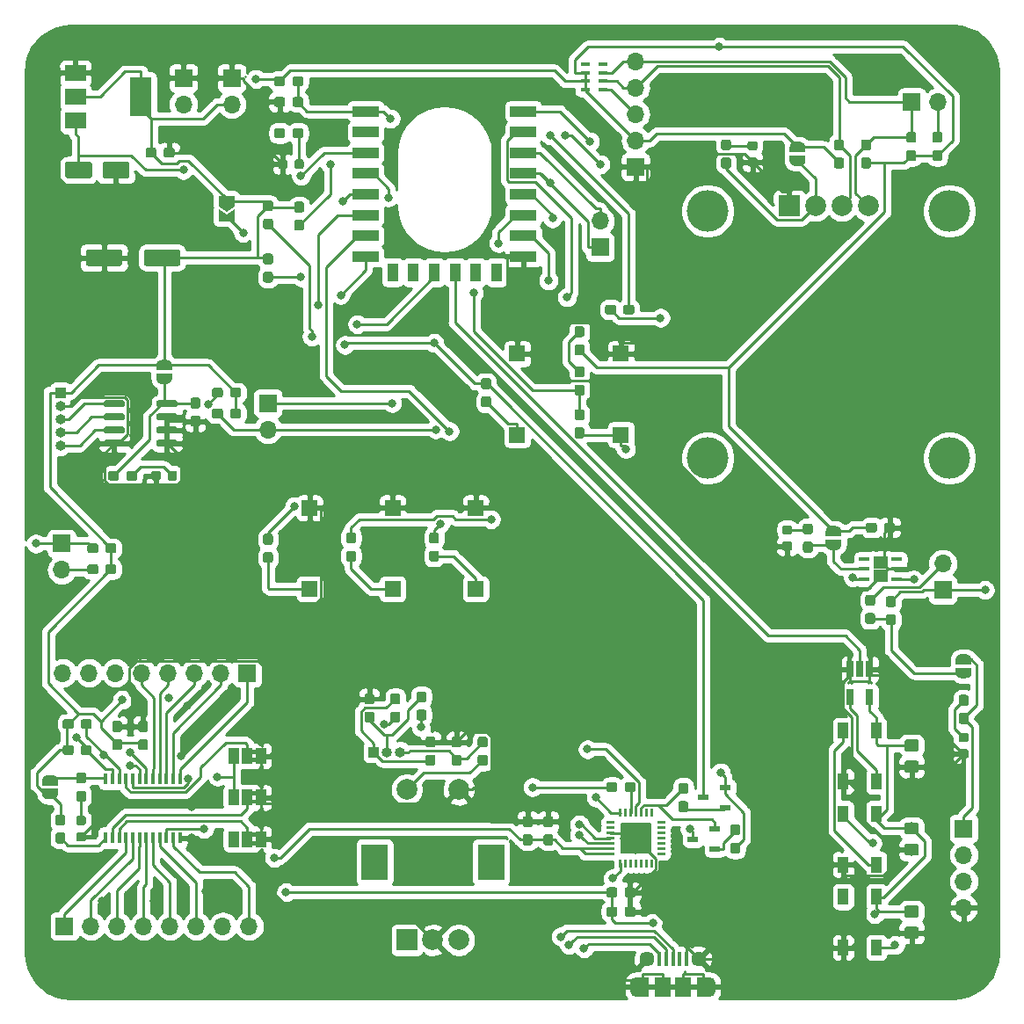
<source format=gbr>
G04 #@! TF.GenerationSoftware,KiCad,Pcbnew,5.1.2-f72e74a~84~ubuntu18.04.1*
G04 #@! TF.CreationDate,2019-06-01T21:14:53+08:00*
G04 #@! TF.ProjectId,esp12-lora-remote-station,65737031-322d-46c6-9f72-612d72656d6f,rev?*
G04 #@! TF.SameCoordinates,Original*
G04 #@! TF.FileFunction,Copper,L1,Top*
G04 #@! TF.FilePolarity,Positive*
%FSLAX46Y46*%
G04 Gerber Fmt 4.6, Leading zero omitted, Abs format (unit mm)*
G04 Created by KiCad (PCBNEW 5.1.2-f72e74a~84~ubuntu18.04.1) date 2019-06-01 21:14:53*
%MOMM*%
%LPD*%
G04 APERTURE LIST*
%ADD10C,0.100000*%
%ADD11R,1.000000X1.500000*%
%ADD12R,2.000000X2.000000*%
%ADD13C,2.000000*%
%ADD14R,2.500000X3.500000*%
%ADD15C,0.950000*%
%ADD16O,1.000000X1.000000*%
%ADD17R,1.000000X1.000000*%
%ADD18C,1.000000*%
%ADD19R,2.000000X1.500000*%
%ADD20R,2.000000X3.800000*%
%ADD21O,1.700000X1.700000*%
%ADD22R,1.700000X1.700000*%
%ADD23C,1.600000*%
%ADD24C,4.000000*%
%ADD25R,2.500000X1.000000*%
%ADD26R,1.000000X1.800000*%
%ADD27C,3.000000*%
%ADD28C,0.250000*%
%ADD29R,0.650000X1.560000*%
%ADD30R,1.200000X1.900000*%
%ADD31O,1.200000X1.900000*%
%ADD32R,1.500000X1.900000*%
%ADD33C,1.450000*%
%ADD34R,0.400000X1.350000*%
%ADD35R,0.400000X1.100000*%
%ADD36R,1.000000X0.450000*%
%ADD37R,0.700000X1.300000*%
%ADD38C,0.650000*%
%ADD39R,1.500000X1.500000*%
%ADD40R,0.900000X0.400000*%
%ADD41R,1.000000X0.600000*%
%ADD42C,0.500000*%
%ADD43C,0.300000*%
%ADD44C,0.875000*%
%ADD45C,1.150000*%
%ADD46C,0.800000*%
%ADD47C,0.250000*%
%ADD48C,0.400000*%
%ADD49C,0.254000*%
G04 APERTURE END LIST*
D10*
G36*
X72900000Y-128800000D02*
G01*
X72400000Y-128800000D01*
X72400000Y-128400000D01*
X72900000Y-128400000D01*
X72900000Y-128800000D01*
G37*
G36*
X72900000Y-129600000D02*
G01*
X72400000Y-129600000D01*
X72400000Y-129200000D01*
X72900000Y-129200000D01*
X72900000Y-129600000D01*
G37*
G36*
X72900000Y-124800000D02*
G01*
X72400000Y-124800000D01*
X72400000Y-124400000D01*
X72900000Y-124400000D01*
X72900000Y-124800000D01*
G37*
G36*
X72900000Y-125600000D02*
G01*
X72400000Y-125600000D01*
X72400000Y-125200000D01*
X72900000Y-125200000D01*
X72900000Y-125600000D01*
G37*
G36*
X72900000Y-120800000D02*
G01*
X72400000Y-120800000D01*
X72400000Y-120400000D01*
X72900000Y-120400000D01*
X72900000Y-120800000D01*
G37*
G36*
X72900000Y-121600000D02*
G01*
X72400000Y-121600000D01*
X72400000Y-121200000D01*
X72900000Y-121200000D01*
X72900000Y-121600000D01*
G37*
D11*
X132600000Y-134550000D03*
X129400000Y-134550000D03*
X132600000Y-139450000D03*
X129400000Y-139450000D03*
X132600000Y-126550000D03*
X129400000Y-126550000D03*
X132600000Y-131450000D03*
X129400000Y-131450000D03*
X132600000Y-118550000D03*
X129400000Y-118550000D03*
X132600000Y-123450000D03*
X129400000Y-123450000D03*
D12*
X87375000Y-138725000D03*
D13*
X89875000Y-138725000D03*
X92375000Y-138725000D03*
D14*
X84275000Y-131225000D03*
X95475000Y-131225000D03*
D13*
X87375000Y-124225000D03*
X92375000Y-124225000D03*
D10*
G36*
X94935779Y-119126144D02*
G01*
X94958834Y-119129563D01*
X94981443Y-119135227D01*
X95003387Y-119143079D01*
X95024457Y-119153044D01*
X95044448Y-119165026D01*
X95063168Y-119178910D01*
X95080438Y-119194562D01*
X95096090Y-119211832D01*
X95109974Y-119230552D01*
X95121956Y-119250543D01*
X95131921Y-119271613D01*
X95139773Y-119293557D01*
X95145437Y-119316166D01*
X95148856Y-119339221D01*
X95150000Y-119362500D01*
X95150000Y-119937500D01*
X95148856Y-119960779D01*
X95145437Y-119983834D01*
X95139773Y-120006443D01*
X95131921Y-120028387D01*
X95121956Y-120049457D01*
X95109974Y-120069448D01*
X95096090Y-120088168D01*
X95080438Y-120105438D01*
X95063168Y-120121090D01*
X95044448Y-120134974D01*
X95024457Y-120146956D01*
X95003387Y-120156921D01*
X94981443Y-120164773D01*
X94958834Y-120170437D01*
X94935779Y-120173856D01*
X94912500Y-120175000D01*
X94437500Y-120175000D01*
X94414221Y-120173856D01*
X94391166Y-120170437D01*
X94368557Y-120164773D01*
X94346613Y-120156921D01*
X94325543Y-120146956D01*
X94305552Y-120134974D01*
X94286832Y-120121090D01*
X94269562Y-120105438D01*
X94253910Y-120088168D01*
X94240026Y-120069448D01*
X94228044Y-120049457D01*
X94218079Y-120028387D01*
X94210227Y-120006443D01*
X94204563Y-119983834D01*
X94201144Y-119960779D01*
X94200000Y-119937500D01*
X94200000Y-119362500D01*
X94201144Y-119339221D01*
X94204563Y-119316166D01*
X94210227Y-119293557D01*
X94218079Y-119271613D01*
X94228044Y-119250543D01*
X94240026Y-119230552D01*
X94253910Y-119211832D01*
X94269562Y-119194562D01*
X94286832Y-119178910D01*
X94305552Y-119165026D01*
X94325543Y-119153044D01*
X94346613Y-119143079D01*
X94368557Y-119135227D01*
X94391166Y-119129563D01*
X94414221Y-119126144D01*
X94437500Y-119125000D01*
X94912500Y-119125000D01*
X94935779Y-119126144D01*
X94935779Y-119126144D01*
G37*
D15*
X94675000Y-119650000D03*
D10*
G36*
X94935779Y-120876144D02*
G01*
X94958834Y-120879563D01*
X94981443Y-120885227D01*
X95003387Y-120893079D01*
X95024457Y-120903044D01*
X95044448Y-120915026D01*
X95063168Y-120928910D01*
X95080438Y-120944562D01*
X95096090Y-120961832D01*
X95109974Y-120980552D01*
X95121956Y-121000543D01*
X95131921Y-121021613D01*
X95139773Y-121043557D01*
X95145437Y-121066166D01*
X95148856Y-121089221D01*
X95150000Y-121112500D01*
X95150000Y-121687500D01*
X95148856Y-121710779D01*
X95145437Y-121733834D01*
X95139773Y-121756443D01*
X95131921Y-121778387D01*
X95121956Y-121799457D01*
X95109974Y-121819448D01*
X95096090Y-121838168D01*
X95080438Y-121855438D01*
X95063168Y-121871090D01*
X95044448Y-121884974D01*
X95024457Y-121896956D01*
X95003387Y-121906921D01*
X94981443Y-121914773D01*
X94958834Y-121920437D01*
X94935779Y-121923856D01*
X94912500Y-121925000D01*
X94437500Y-121925000D01*
X94414221Y-121923856D01*
X94391166Y-121920437D01*
X94368557Y-121914773D01*
X94346613Y-121906921D01*
X94325543Y-121896956D01*
X94305552Y-121884974D01*
X94286832Y-121871090D01*
X94269562Y-121855438D01*
X94253910Y-121838168D01*
X94240026Y-121819448D01*
X94228044Y-121799457D01*
X94218079Y-121778387D01*
X94210227Y-121756443D01*
X94204563Y-121733834D01*
X94201144Y-121710779D01*
X94200000Y-121687500D01*
X94200000Y-121112500D01*
X94201144Y-121089221D01*
X94204563Y-121066166D01*
X94210227Y-121043557D01*
X94218079Y-121021613D01*
X94228044Y-121000543D01*
X94240026Y-120980552D01*
X94253910Y-120961832D01*
X94269562Y-120944562D01*
X94286832Y-120928910D01*
X94305552Y-120915026D01*
X94325543Y-120903044D01*
X94346613Y-120893079D01*
X94368557Y-120885227D01*
X94391166Y-120879563D01*
X94414221Y-120876144D01*
X94437500Y-120875000D01*
X94912500Y-120875000D01*
X94935779Y-120876144D01*
X94935779Y-120876144D01*
G37*
D15*
X94675000Y-121400000D03*
D10*
G36*
X89035779Y-114776144D02*
G01*
X89058834Y-114779563D01*
X89081443Y-114785227D01*
X89103387Y-114793079D01*
X89124457Y-114803044D01*
X89144448Y-114815026D01*
X89163168Y-114828910D01*
X89180438Y-114844562D01*
X89196090Y-114861832D01*
X89209974Y-114880552D01*
X89221956Y-114900543D01*
X89231921Y-114921613D01*
X89239773Y-114943557D01*
X89245437Y-114966166D01*
X89248856Y-114989221D01*
X89250000Y-115012500D01*
X89250000Y-115587500D01*
X89248856Y-115610779D01*
X89245437Y-115633834D01*
X89239773Y-115656443D01*
X89231921Y-115678387D01*
X89221956Y-115699457D01*
X89209974Y-115719448D01*
X89196090Y-115738168D01*
X89180438Y-115755438D01*
X89163168Y-115771090D01*
X89144448Y-115784974D01*
X89124457Y-115796956D01*
X89103387Y-115806921D01*
X89081443Y-115814773D01*
X89058834Y-115820437D01*
X89035779Y-115823856D01*
X89012500Y-115825000D01*
X88537500Y-115825000D01*
X88514221Y-115823856D01*
X88491166Y-115820437D01*
X88468557Y-115814773D01*
X88446613Y-115806921D01*
X88425543Y-115796956D01*
X88405552Y-115784974D01*
X88386832Y-115771090D01*
X88369562Y-115755438D01*
X88353910Y-115738168D01*
X88340026Y-115719448D01*
X88328044Y-115699457D01*
X88318079Y-115678387D01*
X88310227Y-115656443D01*
X88304563Y-115633834D01*
X88301144Y-115610779D01*
X88300000Y-115587500D01*
X88300000Y-115012500D01*
X88301144Y-114989221D01*
X88304563Y-114966166D01*
X88310227Y-114943557D01*
X88318079Y-114921613D01*
X88328044Y-114900543D01*
X88340026Y-114880552D01*
X88353910Y-114861832D01*
X88369562Y-114844562D01*
X88386832Y-114828910D01*
X88405552Y-114815026D01*
X88425543Y-114803044D01*
X88446613Y-114793079D01*
X88468557Y-114785227D01*
X88491166Y-114779563D01*
X88514221Y-114776144D01*
X88537500Y-114775000D01*
X89012500Y-114775000D01*
X89035779Y-114776144D01*
X89035779Y-114776144D01*
G37*
D15*
X88775000Y-115300000D03*
D10*
G36*
X89035779Y-116526144D02*
G01*
X89058834Y-116529563D01*
X89081443Y-116535227D01*
X89103387Y-116543079D01*
X89124457Y-116553044D01*
X89144448Y-116565026D01*
X89163168Y-116578910D01*
X89180438Y-116594562D01*
X89196090Y-116611832D01*
X89209974Y-116630552D01*
X89221956Y-116650543D01*
X89231921Y-116671613D01*
X89239773Y-116693557D01*
X89245437Y-116716166D01*
X89248856Y-116739221D01*
X89250000Y-116762500D01*
X89250000Y-117337500D01*
X89248856Y-117360779D01*
X89245437Y-117383834D01*
X89239773Y-117406443D01*
X89231921Y-117428387D01*
X89221956Y-117449457D01*
X89209974Y-117469448D01*
X89196090Y-117488168D01*
X89180438Y-117505438D01*
X89163168Y-117521090D01*
X89144448Y-117534974D01*
X89124457Y-117546956D01*
X89103387Y-117556921D01*
X89081443Y-117564773D01*
X89058834Y-117570437D01*
X89035779Y-117573856D01*
X89012500Y-117575000D01*
X88537500Y-117575000D01*
X88514221Y-117573856D01*
X88491166Y-117570437D01*
X88468557Y-117564773D01*
X88446613Y-117556921D01*
X88425543Y-117546956D01*
X88405552Y-117534974D01*
X88386832Y-117521090D01*
X88369562Y-117505438D01*
X88353910Y-117488168D01*
X88340026Y-117469448D01*
X88328044Y-117449457D01*
X88318079Y-117428387D01*
X88310227Y-117406443D01*
X88304563Y-117383834D01*
X88301144Y-117360779D01*
X88300000Y-117337500D01*
X88300000Y-116762500D01*
X88301144Y-116739221D01*
X88304563Y-116716166D01*
X88310227Y-116693557D01*
X88318079Y-116671613D01*
X88328044Y-116650543D01*
X88340026Y-116630552D01*
X88353910Y-116611832D01*
X88369562Y-116594562D01*
X88386832Y-116578910D01*
X88405552Y-116565026D01*
X88425543Y-116553044D01*
X88446613Y-116543079D01*
X88468557Y-116535227D01*
X88491166Y-116529563D01*
X88514221Y-116526144D01*
X88537500Y-116525000D01*
X89012500Y-116525000D01*
X89035779Y-116526144D01*
X89035779Y-116526144D01*
G37*
D15*
X88775000Y-117050000D03*
D10*
G36*
X86525779Y-114976144D02*
G01*
X86548834Y-114979563D01*
X86571443Y-114985227D01*
X86593387Y-114993079D01*
X86614457Y-115003044D01*
X86634448Y-115015026D01*
X86653168Y-115028910D01*
X86670438Y-115044562D01*
X86686090Y-115061832D01*
X86699974Y-115080552D01*
X86711956Y-115100543D01*
X86721921Y-115121613D01*
X86729773Y-115143557D01*
X86735437Y-115166166D01*
X86738856Y-115189221D01*
X86740000Y-115212500D01*
X86740000Y-115787500D01*
X86738856Y-115810779D01*
X86735437Y-115833834D01*
X86729773Y-115856443D01*
X86721921Y-115878387D01*
X86711956Y-115899457D01*
X86699974Y-115919448D01*
X86686090Y-115938168D01*
X86670438Y-115955438D01*
X86653168Y-115971090D01*
X86634448Y-115984974D01*
X86614457Y-115996956D01*
X86593387Y-116006921D01*
X86571443Y-116014773D01*
X86548834Y-116020437D01*
X86525779Y-116023856D01*
X86502500Y-116025000D01*
X86027500Y-116025000D01*
X86004221Y-116023856D01*
X85981166Y-116020437D01*
X85958557Y-116014773D01*
X85936613Y-116006921D01*
X85915543Y-115996956D01*
X85895552Y-115984974D01*
X85876832Y-115971090D01*
X85859562Y-115955438D01*
X85843910Y-115938168D01*
X85830026Y-115919448D01*
X85818044Y-115899457D01*
X85808079Y-115878387D01*
X85800227Y-115856443D01*
X85794563Y-115833834D01*
X85791144Y-115810779D01*
X85790000Y-115787500D01*
X85790000Y-115212500D01*
X85791144Y-115189221D01*
X85794563Y-115166166D01*
X85800227Y-115143557D01*
X85808079Y-115121613D01*
X85818044Y-115100543D01*
X85830026Y-115080552D01*
X85843910Y-115061832D01*
X85859562Y-115044562D01*
X85876832Y-115028910D01*
X85895552Y-115015026D01*
X85915543Y-115003044D01*
X85936613Y-114993079D01*
X85958557Y-114985227D01*
X85981166Y-114979563D01*
X86004221Y-114976144D01*
X86027500Y-114975000D01*
X86502500Y-114975000D01*
X86525779Y-114976144D01*
X86525779Y-114976144D01*
G37*
D15*
X86265000Y-115500000D03*
D10*
G36*
X86525779Y-116726144D02*
G01*
X86548834Y-116729563D01*
X86571443Y-116735227D01*
X86593387Y-116743079D01*
X86614457Y-116753044D01*
X86634448Y-116765026D01*
X86653168Y-116778910D01*
X86670438Y-116794562D01*
X86686090Y-116811832D01*
X86699974Y-116830552D01*
X86711956Y-116850543D01*
X86721921Y-116871613D01*
X86729773Y-116893557D01*
X86735437Y-116916166D01*
X86738856Y-116939221D01*
X86740000Y-116962500D01*
X86740000Y-117537500D01*
X86738856Y-117560779D01*
X86735437Y-117583834D01*
X86729773Y-117606443D01*
X86721921Y-117628387D01*
X86711956Y-117649457D01*
X86699974Y-117669448D01*
X86686090Y-117688168D01*
X86670438Y-117705438D01*
X86653168Y-117721090D01*
X86634448Y-117734974D01*
X86614457Y-117746956D01*
X86593387Y-117756921D01*
X86571443Y-117764773D01*
X86548834Y-117770437D01*
X86525779Y-117773856D01*
X86502500Y-117775000D01*
X86027500Y-117775000D01*
X86004221Y-117773856D01*
X85981166Y-117770437D01*
X85958557Y-117764773D01*
X85936613Y-117756921D01*
X85915543Y-117746956D01*
X85895552Y-117734974D01*
X85876832Y-117721090D01*
X85859562Y-117705438D01*
X85843910Y-117688168D01*
X85830026Y-117669448D01*
X85818044Y-117649457D01*
X85808079Y-117628387D01*
X85800227Y-117606443D01*
X85794563Y-117583834D01*
X85791144Y-117560779D01*
X85790000Y-117537500D01*
X85790000Y-116962500D01*
X85791144Y-116939221D01*
X85794563Y-116916166D01*
X85800227Y-116893557D01*
X85808079Y-116871613D01*
X85818044Y-116850543D01*
X85830026Y-116830552D01*
X85843910Y-116811832D01*
X85859562Y-116794562D01*
X85876832Y-116778910D01*
X85895552Y-116765026D01*
X85915543Y-116753044D01*
X85936613Y-116743079D01*
X85958557Y-116735227D01*
X85981166Y-116729563D01*
X86004221Y-116726144D01*
X86027500Y-116725000D01*
X86502500Y-116725000D01*
X86525779Y-116726144D01*
X86525779Y-116726144D01*
G37*
D15*
X86265000Y-117250000D03*
D16*
X86715000Y-120625000D03*
X85445000Y-120625000D03*
D17*
X84175000Y-120625000D03*
D10*
G36*
X92425779Y-119126144D02*
G01*
X92448834Y-119129563D01*
X92471443Y-119135227D01*
X92493387Y-119143079D01*
X92514457Y-119153044D01*
X92534448Y-119165026D01*
X92553168Y-119178910D01*
X92570438Y-119194562D01*
X92586090Y-119211832D01*
X92599974Y-119230552D01*
X92611956Y-119250543D01*
X92621921Y-119271613D01*
X92629773Y-119293557D01*
X92635437Y-119316166D01*
X92638856Y-119339221D01*
X92640000Y-119362500D01*
X92640000Y-119937500D01*
X92638856Y-119960779D01*
X92635437Y-119983834D01*
X92629773Y-120006443D01*
X92621921Y-120028387D01*
X92611956Y-120049457D01*
X92599974Y-120069448D01*
X92586090Y-120088168D01*
X92570438Y-120105438D01*
X92553168Y-120121090D01*
X92534448Y-120134974D01*
X92514457Y-120146956D01*
X92493387Y-120156921D01*
X92471443Y-120164773D01*
X92448834Y-120170437D01*
X92425779Y-120173856D01*
X92402500Y-120175000D01*
X91927500Y-120175000D01*
X91904221Y-120173856D01*
X91881166Y-120170437D01*
X91858557Y-120164773D01*
X91836613Y-120156921D01*
X91815543Y-120146956D01*
X91795552Y-120134974D01*
X91776832Y-120121090D01*
X91759562Y-120105438D01*
X91743910Y-120088168D01*
X91730026Y-120069448D01*
X91718044Y-120049457D01*
X91708079Y-120028387D01*
X91700227Y-120006443D01*
X91694563Y-119983834D01*
X91691144Y-119960779D01*
X91690000Y-119937500D01*
X91690000Y-119362500D01*
X91691144Y-119339221D01*
X91694563Y-119316166D01*
X91700227Y-119293557D01*
X91708079Y-119271613D01*
X91718044Y-119250543D01*
X91730026Y-119230552D01*
X91743910Y-119211832D01*
X91759562Y-119194562D01*
X91776832Y-119178910D01*
X91795552Y-119165026D01*
X91815543Y-119153044D01*
X91836613Y-119143079D01*
X91858557Y-119135227D01*
X91881166Y-119129563D01*
X91904221Y-119126144D01*
X91927500Y-119125000D01*
X92402500Y-119125000D01*
X92425779Y-119126144D01*
X92425779Y-119126144D01*
G37*
D15*
X92165000Y-119650000D03*
D10*
G36*
X92425779Y-120876144D02*
G01*
X92448834Y-120879563D01*
X92471443Y-120885227D01*
X92493387Y-120893079D01*
X92514457Y-120903044D01*
X92534448Y-120915026D01*
X92553168Y-120928910D01*
X92570438Y-120944562D01*
X92586090Y-120961832D01*
X92599974Y-120980552D01*
X92611956Y-121000543D01*
X92621921Y-121021613D01*
X92629773Y-121043557D01*
X92635437Y-121066166D01*
X92638856Y-121089221D01*
X92640000Y-121112500D01*
X92640000Y-121687500D01*
X92638856Y-121710779D01*
X92635437Y-121733834D01*
X92629773Y-121756443D01*
X92621921Y-121778387D01*
X92611956Y-121799457D01*
X92599974Y-121819448D01*
X92586090Y-121838168D01*
X92570438Y-121855438D01*
X92553168Y-121871090D01*
X92534448Y-121884974D01*
X92514457Y-121896956D01*
X92493387Y-121906921D01*
X92471443Y-121914773D01*
X92448834Y-121920437D01*
X92425779Y-121923856D01*
X92402500Y-121925000D01*
X91927500Y-121925000D01*
X91904221Y-121923856D01*
X91881166Y-121920437D01*
X91858557Y-121914773D01*
X91836613Y-121906921D01*
X91815543Y-121896956D01*
X91795552Y-121884974D01*
X91776832Y-121871090D01*
X91759562Y-121855438D01*
X91743910Y-121838168D01*
X91730026Y-121819448D01*
X91718044Y-121799457D01*
X91708079Y-121778387D01*
X91700227Y-121756443D01*
X91694563Y-121733834D01*
X91691144Y-121710779D01*
X91690000Y-121687500D01*
X91690000Y-121112500D01*
X91691144Y-121089221D01*
X91694563Y-121066166D01*
X91700227Y-121043557D01*
X91708079Y-121021613D01*
X91718044Y-121000543D01*
X91730026Y-120980552D01*
X91743910Y-120961832D01*
X91759562Y-120944562D01*
X91776832Y-120928910D01*
X91795552Y-120915026D01*
X91815543Y-120903044D01*
X91836613Y-120893079D01*
X91858557Y-120885227D01*
X91881166Y-120879563D01*
X91904221Y-120876144D01*
X91927500Y-120875000D01*
X92402500Y-120875000D01*
X92425779Y-120876144D01*
X92425779Y-120876144D01*
G37*
D15*
X92165000Y-121400000D03*
D10*
G36*
X84015779Y-114976144D02*
G01*
X84038834Y-114979563D01*
X84061443Y-114985227D01*
X84083387Y-114993079D01*
X84104457Y-115003044D01*
X84124448Y-115015026D01*
X84143168Y-115028910D01*
X84160438Y-115044562D01*
X84176090Y-115061832D01*
X84189974Y-115080552D01*
X84201956Y-115100543D01*
X84211921Y-115121613D01*
X84219773Y-115143557D01*
X84225437Y-115166166D01*
X84228856Y-115189221D01*
X84230000Y-115212500D01*
X84230000Y-115787500D01*
X84228856Y-115810779D01*
X84225437Y-115833834D01*
X84219773Y-115856443D01*
X84211921Y-115878387D01*
X84201956Y-115899457D01*
X84189974Y-115919448D01*
X84176090Y-115938168D01*
X84160438Y-115955438D01*
X84143168Y-115971090D01*
X84124448Y-115984974D01*
X84104457Y-115996956D01*
X84083387Y-116006921D01*
X84061443Y-116014773D01*
X84038834Y-116020437D01*
X84015779Y-116023856D01*
X83992500Y-116025000D01*
X83517500Y-116025000D01*
X83494221Y-116023856D01*
X83471166Y-116020437D01*
X83448557Y-116014773D01*
X83426613Y-116006921D01*
X83405543Y-115996956D01*
X83385552Y-115984974D01*
X83366832Y-115971090D01*
X83349562Y-115955438D01*
X83333910Y-115938168D01*
X83320026Y-115919448D01*
X83308044Y-115899457D01*
X83298079Y-115878387D01*
X83290227Y-115856443D01*
X83284563Y-115833834D01*
X83281144Y-115810779D01*
X83280000Y-115787500D01*
X83280000Y-115212500D01*
X83281144Y-115189221D01*
X83284563Y-115166166D01*
X83290227Y-115143557D01*
X83298079Y-115121613D01*
X83308044Y-115100543D01*
X83320026Y-115080552D01*
X83333910Y-115061832D01*
X83349562Y-115044562D01*
X83366832Y-115028910D01*
X83385552Y-115015026D01*
X83405543Y-115003044D01*
X83426613Y-114993079D01*
X83448557Y-114985227D01*
X83471166Y-114979563D01*
X83494221Y-114976144D01*
X83517500Y-114975000D01*
X83992500Y-114975000D01*
X84015779Y-114976144D01*
X84015779Y-114976144D01*
G37*
D15*
X83755000Y-115500000D03*
D10*
G36*
X84015779Y-116726144D02*
G01*
X84038834Y-116729563D01*
X84061443Y-116735227D01*
X84083387Y-116743079D01*
X84104457Y-116753044D01*
X84124448Y-116765026D01*
X84143168Y-116778910D01*
X84160438Y-116794562D01*
X84176090Y-116811832D01*
X84189974Y-116830552D01*
X84201956Y-116850543D01*
X84211921Y-116871613D01*
X84219773Y-116893557D01*
X84225437Y-116916166D01*
X84228856Y-116939221D01*
X84230000Y-116962500D01*
X84230000Y-117537500D01*
X84228856Y-117560779D01*
X84225437Y-117583834D01*
X84219773Y-117606443D01*
X84211921Y-117628387D01*
X84201956Y-117649457D01*
X84189974Y-117669448D01*
X84176090Y-117688168D01*
X84160438Y-117705438D01*
X84143168Y-117721090D01*
X84124448Y-117734974D01*
X84104457Y-117746956D01*
X84083387Y-117756921D01*
X84061443Y-117764773D01*
X84038834Y-117770437D01*
X84015779Y-117773856D01*
X83992500Y-117775000D01*
X83517500Y-117775000D01*
X83494221Y-117773856D01*
X83471166Y-117770437D01*
X83448557Y-117764773D01*
X83426613Y-117756921D01*
X83405543Y-117746956D01*
X83385552Y-117734974D01*
X83366832Y-117721090D01*
X83349562Y-117705438D01*
X83333910Y-117688168D01*
X83320026Y-117669448D01*
X83308044Y-117649457D01*
X83298079Y-117628387D01*
X83290227Y-117606443D01*
X83284563Y-117583834D01*
X83281144Y-117560779D01*
X83280000Y-117537500D01*
X83280000Y-116962500D01*
X83281144Y-116939221D01*
X83284563Y-116916166D01*
X83290227Y-116893557D01*
X83298079Y-116871613D01*
X83308044Y-116850543D01*
X83320026Y-116830552D01*
X83333910Y-116811832D01*
X83349562Y-116794562D01*
X83366832Y-116778910D01*
X83385552Y-116765026D01*
X83405543Y-116753044D01*
X83426613Y-116743079D01*
X83448557Y-116735227D01*
X83471166Y-116729563D01*
X83494221Y-116726144D01*
X83517500Y-116725000D01*
X83992500Y-116725000D01*
X84015779Y-116726144D01*
X84015779Y-116726144D01*
G37*
D15*
X83755000Y-117250000D03*
D10*
G36*
X89915779Y-119126144D02*
G01*
X89938834Y-119129563D01*
X89961443Y-119135227D01*
X89983387Y-119143079D01*
X90004457Y-119153044D01*
X90024448Y-119165026D01*
X90043168Y-119178910D01*
X90060438Y-119194562D01*
X90076090Y-119211832D01*
X90089974Y-119230552D01*
X90101956Y-119250543D01*
X90111921Y-119271613D01*
X90119773Y-119293557D01*
X90125437Y-119316166D01*
X90128856Y-119339221D01*
X90130000Y-119362500D01*
X90130000Y-119937500D01*
X90128856Y-119960779D01*
X90125437Y-119983834D01*
X90119773Y-120006443D01*
X90111921Y-120028387D01*
X90101956Y-120049457D01*
X90089974Y-120069448D01*
X90076090Y-120088168D01*
X90060438Y-120105438D01*
X90043168Y-120121090D01*
X90024448Y-120134974D01*
X90004457Y-120146956D01*
X89983387Y-120156921D01*
X89961443Y-120164773D01*
X89938834Y-120170437D01*
X89915779Y-120173856D01*
X89892500Y-120175000D01*
X89417500Y-120175000D01*
X89394221Y-120173856D01*
X89371166Y-120170437D01*
X89348557Y-120164773D01*
X89326613Y-120156921D01*
X89305543Y-120146956D01*
X89285552Y-120134974D01*
X89266832Y-120121090D01*
X89249562Y-120105438D01*
X89233910Y-120088168D01*
X89220026Y-120069448D01*
X89208044Y-120049457D01*
X89198079Y-120028387D01*
X89190227Y-120006443D01*
X89184563Y-119983834D01*
X89181144Y-119960779D01*
X89180000Y-119937500D01*
X89180000Y-119362500D01*
X89181144Y-119339221D01*
X89184563Y-119316166D01*
X89190227Y-119293557D01*
X89198079Y-119271613D01*
X89208044Y-119250543D01*
X89220026Y-119230552D01*
X89233910Y-119211832D01*
X89249562Y-119194562D01*
X89266832Y-119178910D01*
X89285552Y-119165026D01*
X89305543Y-119153044D01*
X89326613Y-119143079D01*
X89348557Y-119135227D01*
X89371166Y-119129563D01*
X89394221Y-119126144D01*
X89417500Y-119125000D01*
X89892500Y-119125000D01*
X89915779Y-119126144D01*
X89915779Y-119126144D01*
G37*
D15*
X89655000Y-119650000D03*
D10*
G36*
X89915779Y-120876144D02*
G01*
X89938834Y-120879563D01*
X89961443Y-120885227D01*
X89983387Y-120893079D01*
X90004457Y-120903044D01*
X90024448Y-120915026D01*
X90043168Y-120928910D01*
X90060438Y-120944562D01*
X90076090Y-120961832D01*
X90089974Y-120980552D01*
X90101956Y-121000543D01*
X90111921Y-121021613D01*
X90119773Y-121043557D01*
X90125437Y-121066166D01*
X90128856Y-121089221D01*
X90130000Y-121112500D01*
X90130000Y-121687500D01*
X90128856Y-121710779D01*
X90125437Y-121733834D01*
X90119773Y-121756443D01*
X90111921Y-121778387D01*
X90101956Y-121799457D01*
X90089974Y-121819448D01*
X90076090Y-121838168D01*
X90060438Y-121855438D01*
X90043168Y-121871090D01*
X90024448Y-121884974D01*
X90004457Y-121896956D01*
X89983387Y-121906921D01*
X89961443Y-121914773D01*
X89938834Y-121920437D01*
X89915779Y-121923856D01*
X89892500Y-121925000D01*
X89417500Y-121925000D01*
X89394221Y-121923856D01*
X89371166Y-121920437D01*
X89348557Y-121914773D01*
X89326613Y-121906921D01*
X89305543Y-121896956D01*
X89285552Y-121884974D01*
X89266832Y-121871090D01*
X89249562Y-121855438D01*
X89233910Y-121838168D01*
X89220026Y-121819448D01*
X89208044Y-121799457D01*
X89198079Y-121778387D01*
X89190227Y-121756443D01*
X89184563Y-121733834D01*
X89181144Y-121710779D01*
X89180000Y-121687500D01*
X89180000Y-121112500D01*
X89181144Y-121089221D01*
X89184563Y-121066166D01*
X89190227Y-121043557D01*
X89198079Y-121021613D01*
X89208044Y-121000543D01*
X89220026Y-120980552D01*
X89233910Y-120961832D01*
X89249562Y-120944562D01*
X89266832Y-120928910D01*
X89285552Y-120915026D01*
X89305543Y-120903044D01*
X89326613Y-120893079D01*
X89348557Y-120885227D01*
X89371166Y-120879563D01*
X89394221Y-120876144D01*
X89417500Y-120875000D01*
X89892500Y-120875000D01*
X89915779Y-120876144D01*
X89915779Y-120876144D01*
G37*
D15*
X89655000Y-121400000D03*
D18*
X61800000Y-58700000D03*
X61800000Y-56300000D03*
X61800000Y-57500000D03*
D19*
X55450000Y-55200000D03*
X55450000Y-59800000D03*
X55450000Y-57500000D03*
D20*
X61750000Y-57500000D03*
D21*
X70500000Y-58240000D03*
D22*
X70500000Y-55700000D03*
D21*
X65850000Y-58240000D03*
D22*
X65850000Y-55700000D03*
D10*
G36*
X64785779Y-62406144D02*
G01*
X64808834Y-62409563D01*
X64831443Y-62415227D01*
X64853387Y-62423079D01*
X64874457Y-62433044D01*
X64894448Y-62445026D01*
X64913168Y-62458910D01*
X64930438Y-62474562D01*
X64946090Y-62491832D01*
X64959974Y-62510552D01*
X64971956Y-62530543D01*
X64981921Y-62551613D01*
X64989773Y-62573557D01*
X64995437Y-62596166D01*
X64998856Y-62619221D01*
X65000000Y-62642500D01*
X65000000Y-63117500D01*
X64998856Y-63140779D01*
X64995437Y-63163834D01*
X64989773Y-63186443D01*
X64981921Y-63208387D01*
X64971956Y-63229457D01*
X64959974Y-63249448D01*
X64946090Y-63268168D01*
X64930438Y-63285438D01*
X64913168Y-63301090D01*
X64894448Y-63314974D01*
X64874457Y-63326956D01*
X64853387Y-63336921D01*
X64831443Y-63344773D01*
X64808834Y-63350437D01*
X64785779Y-63353856D01*
X64762500Y-63355000D01*
X64187500Y-63355000D01*
X64164221Y-63353856D01*
X64141166Y-63350437D01*
X64118557Y-63344773D01*
X64096613Y-63336921D01*
X64075543Y-63326956D01*
X64055552Y-63314974D01*
X64036832Y-63301090D01*
X64019562Y-63285438D01*
X64003910Y-63268168D01*
X63990026Y-63249448D01*
X63978044Y-63229457D01*
X63968079Y-63208387D01*
X63960227Y-63186443D01*
X63954563Y-63163834D01*
X63951144Y-63140779D01*
X63950000Y-63117500D01*
X63950000Y-62642500D01*
X63951144Y-62619221D01*
X63954563Y-62596166D01*
X63960227Y-62573557D01*
X63968079Y-62551613D01*
X63978044Y-62530543D01*
X63990026Y-62510552D01*
X64003910Y-62491832D01*
X64019562Y-62474562D01*
X64036832Y-62458910D01*
X64055552Y-62445026D01*
X64075543Y-62433044D01*
X64096613Y-62423079D01*
X64118557Y-62415227D01*
X64141166Y-62409563D01*
X64164221Y-62406144D01*
X64187500Y-62405000D01*
X64762500Y-62405000D01*
X64785779Y-62406144D01*
X64785779Y-62406144D01*
G37*
D15*
X64475000Y-62880000D03*
D10*
G36*
X63035779Y-62406144D02*
G01*
X63058834Y-62409563D01*
X63081443Y-62415227D01*
X63103387Y-62423079D01*
X63124457Y-62433044D01*
X63144448Y-62445026D01*
X63163168Y-62458910D01*
X63180438Y-62474562D01*
X63196090Y-62491832D01*
X63209974Y-62510552D01*
X63221956Y-62530543D01*
X63231921Y-62551613D01*
X63239773Y-62573557D01*
X63245437Y-62596166D01*
X63248856Y-62619221D01*
X63250000Y-62642500D01*
X63250000Y-63117500D01*
X63248856Y-63140779D01*
X63245437Y-63163834D01*
X63239773Y-63186443D01*
X63231921Y-63208387D01*
X63221956Y-63229457D01*
X63209974Y-63249448D01*
X63196090Y-63268168D01*
X63180438Y-63285438D01*
X63163168Y-63301090D01*
X63144448Y-63314974D01*
X63124457Y-63326956D01*
X63103387Y-63336921D01*
X63081443Y-63344773D01*
X63058834Y-63350437D01*
X63035779Y-63353856D01*
X63012500Y-63355000D01*
X62437500Y-63355000D01*
X62414221Y-63353856D01*
X62391166Y-63350437D01*
X62368557Y-63344773D01*
X62346613Y-63336921D01*
X62325543Y-63326956D01*
X62305552Y-63314974D01*
X62286832Y-63301090D01*
X62269562Y-63285438D01*
X62253910Y-63268168D01*
X62240026Y-63249448D01*
X62228044Y-63229457D01*
X62218079Y-63208387D01*
X62210227Y-63186443D01*
X62204563Y-63163834D01*
X62201144Y-63140779D01*
X62200000Y-63117500D01*
X62200000Y-62642500D01*
X62201144Y-62619221D01*
X62204563Y-62596166D01*
X62210227Y-62573557D01*
X62218079Y-62551613D01*
X62228044Y-62530543D01*
X62240026Y-62510552D01*
X62253910Y-62491832D01*
X62269562Y-62474562D01*
X62286832Y-62458910D01*
X62305552Y-62445026D01*
X62325543Y-62433044D01*
X62346613Y-62423079D01*
X62368557Y-62415227D01*
X62391166Y-62409563D01*
X62414221Y-62406144D01*
X62437500Y-62405000D01*
X63012500Y-62405000D01*
X63035779Y-62406144D01*
X63035779Y-62406144D01*
G37*
D15*
X62725000Y-62880000D03*
D10*
G36*
X60424504Y-63751204D02*
G01*
X60448773Y-63754804D01*
X60472571Y-63760765D01*
X60495671Y-63769030D01*
X60517849Y-63779520D01*
X60538893Y-63792133D01*
X60558598Y-63806747D01*
X60576777Y-63823223D01*
X60593253Y-63841402D01*
X60607867Y-63861107D01*
X60620480Y-63882151D01*
X60630970Y-63904329D01*
X60639235Y-63927429D01*
X60645196Y-63951227D01*
X60648796Y-63975496D01*
X60650000Y-64000000D01*
X60650000Y-65100000D01*
X60648796Y-65124504D01*
X60645196Y-65148773D01*
X60639235Y-65172571D01*
X60630970Y-65195671D01*
X60620480Y-65217849D01*
X60607867Y-65238893D01*
X60593253Y-65258598D01*
X60576777Y-65276777D01*
X60558598Y-65293253D01*
X60538893Y-65307867D01*
X60517849Y-65320480D01*
X60495671Y-65330970D01*
X60472571Y-65339235D01*
X60448773Y-65345196D01*
X60424504Y-65348796D01*
X60400000Y-65350000D01*
X58300000Y-65350000D01*
X58275496Y-65348796D01*
X58251227Y-65345196D01*
X58227429Y-65339235D01*
X58204329Y-65330970D01*
X58182151Y-65320480D01*
X58161107Y-65307867D01*
X58141402Y-65293253D01*
X58123223Y-65276777D01*
X58106747Y-65258598D01*
X58092133Y-65238893D01*
X58079520Y-65217849D01*
X58069030Y-65195671D01*
X58060765Y-65172571D01*
X58054804Y-65148773D01*
X58051204Y-65124504D01*
X58050000Y-65100000D01*
X58050000Y-64000000D01*
X58051204Y-63975496D01*
X58054804Y-63951227D01*
X58060765Y-63927429D01*
X58069030Y-63904329D01*
X58079520Y-63882151D01*
X58092133Y-63861107D01*
X58106747Y-63841402D01*
X58123223Y-63823223D01*
X58141402Y-63806747D01*
X58161107Y-63792133D01*
X58182151Y-63779520D01*
X58204329Y-63769030D01*
X58227429Y-63760765D01*
X58251227Y-63754804D01*
X58275496Y-63751204D01*
X58300000Y-63750000D01*
X60400000Y-63750000D01*
X60424504Y-63751204D01*
X60424504Y-63751204D01*
G37*
D23*
X59350000Y-64550000D03*
D10*
G36*
X56824504Y-63751204D02*
G01*
X56848773Y-63754804D01*
X56872571Y-63760765D01*
X56895671Y-63769030D01*
X56917849Y-63779520D01*
X56938893Y-63792133D01*
X56958598Y-63806747D01*
X56976777Y-63823223D01*
X56993253Y-63841402D01*
X57007867Y-63861107D01*
X57020480Y-63882151D01*
X57030970Y-63904329D01*
X57039235Y-63927429D01*
X57045196Y-63951227D01*
X57048796Y-63975496D01*
X57050000Y-64000000D01*
X57050000Y-65100000D01*
X57048796Y-65124504D01*
X57045196Y-65148773D01*
X57039235Y-65172571D01*
X57030970Y-65195671D01*
X57020480Y-65217849D01*
X57007867Y-65238893D01*
X56993253Y-65258598D01*
X56976777Y-65276777D01*
X56958598Y-65293253D01*
X56938893Y-65307867D01*
X56917849Y-65320480D01*
X56895671Y-65330970D01*
X56872571Y-65339235D01*
X56848773Y-65345196D01*
X56824504Y-65348796D01*
X56800000Y-65350000D01*
X54700000Y-65350000D01*
X54675496Y-65348796D01*
X54651227Y-65345196D01*
X54627429Y-65339235D01*
X54604329Y-65330970D01*
X54582151Y-65320480D01*
X54561107Y-65307867D01*
X54541402Y-65293253D01*
X54523223Y-65276777D01*
X54506747Y-65258598D01*
X54492133Y-65238893D01*
X54479520Y-65217849D01*
X54469030Y-65195671D01*
X54460765Y-65172571D01*
X54454804Y-65148773D01*
X54451204Y-65124504D01*
X54450000Y-65100000D01*
X54450000Y-64000000D01*
X54451204Y-63975496D01*
X54454804Y-63951227D01*
X54460765Y-63927429D01*
X54469030Y-63904329D01*
X54479520Y-63882151D01*
X54492133Y-63861107D01*
X54506747Y-63841402D01*
X54523223Y-63823223D01*
X54541402Y-63806747D01*
X54561107Y-63792133D01*
X54582151Y-63779520D01*
X54604329Y-63769030D01*
X54627429Y-63760765D01*
X54651227Y-63754804D01*
X54675496Y-63751204D01*
X54700000Y-63750000D01*
X56800000Y-63750000D01*
X56824504Y-63751204D01*
X56824504Y-63751204D01*
G37*
D23*
X55750000Y-64550000D03*
D24*
X139650000Y-68500000D03*
X116350000Y-68500000D03*
X139650000Y-92300000D03*
X116350000Y-92300000D03*
D13*
X131810000Y-68000000D03*
X129270000Y-68000000D03*
X126730000Y-68000000D03*
D12*
X124190000Y-68000000D03*
D25*
X83400000Y-58900000D03*
X83400000Y-60900000D03*
X83400000Y-62900000D03*
X83400000Y-64900000D03*
X83400000Y-66900000D03*
X83400000Y-68900000D03*
X83400000Y-70900000D03*
X83400000Y-72900000D03*
D26*
X86000000Y-74400000D03*
X88000000Y-74400000D03*
X90000000Y-74400000D03*
X92000000Y-74400000D03*
X94000000Y-74400000D03*
X96000000Y-74400000D03*
D25*
X98600000Y-72900000D03*
X98600000Y-70900000D03*
X98600000Y-68900000D03*
X98600000Y-66900000D03*
X98600000Y-64900000D03*
X98600000Y-62900000D03*
X98600000Y-60900000D03*
X98600000Y-58900000D03*
D10*
G36*
X110731054Y-127411083D02*
G01*
X110752895Y-127414323D01*
X110774314Y-127419688D01*
X110795104Y-127427127D01*
X110815064Y-127436568D01*
X110834003Y-127447919D01*
X110851738Y-127461073D01*
X110868099Y-127475901D01*
X110882927Y-127492262D01*
X110896081Y-127509997D01*
X110907432Y-127528936D01*
X110916873Y-127548896D01*
X110924312Y-127569686D01*
X110929677Y-127591105D01*
X110932917Y-127612946D01*
X110934000Y-127635000D01*
X110934000Y-130185000D01*
X110932917Y-130207054D01*
X110929677Y-130228895D01*
X110924312Y-130250314D01*
X110916873Y-130271104D01*
X110907432Y-130291064D01*
X110896081Y-130310003D01*
X110882927Y-130327738D01*
X110868099Y-130344099D01*
X110851738Y-130358927D01*
X110834003Y-130372081D01*
X110815064Y-130383432D01*
X110795104Y-130392873D01*
X110774314Y-130400312D01*
X110752895Y-130405677D01*
X110731054Y-130408917D01*
X110709000Y-130410000D01*
X108159000Y-130410000D01*
X108136946Y-130408917D01*
X108115105Y-130405677D01*
X108093686Y-130400312D01*
X108072896Y-130392873D01*
X108052936Y-130383432D01*
X108033997Y-130372081D01*
X108016262Y-130358927D01*
X107999901Y-130344099D01*
X107985073Y-130327738D01*
X107971919Y-130310003D01*
X107960568Y-130291064D01*
X107951127Y-130271104D01*
X107943688Y-130250314D01*
X107938323Y-130228895D01*
X107935083Y-130207054D01*
X107934000Y-130185000D01*
X107934000Y-127635000D01*
X107935083Y-127612946D01*
X107938323Y-127591105D01*
X107943688Y-127569686D01*
X107951127Y-127548896D01*
X107960568Y-127528936D01*
X107971919Y-127509997D01*
X107985073Y-127492262D01*
X107999901Y-127475901D01*
X108016262Y-127461073D01*
X108033997Y-127447919D01*
X108052936Y-127436568D01*
X108072896Y-127427127D01*
X108093686Y-127419688D01*
X108115105Y-127414323D01*
X108136946Y-127411083D01*
X108159000Y-127410000D01*
X110709000Y-127410000D01*
X110731054Y-127411083D01*
X110731054Y-127411083D01*
G37*
D27*
X109434000Y-128910000D03*
D10*
G36*
X107327626Y-127285301D02*
G01*
X107333693Y-127286201D01*
X107339643Y-127287691D01*
X107345418Y-127289758D01*
X107350962Y-127292380D01*
X107356223Y-127295533D01*
X107361150Y-127299187D01*
X107365694Y-127303306D01*
X107369813Y-127307850D01*
X107373467Y-127312777D01*
X107376620Y-127318038D01*
X107379242Y-127323582D01*
X107381309Y-127329357D01*
X107382799Y-127335307D01*
X107383699Y-127341374D01*
X107384000Y-127347500D01*
X107384000Y-127472500D01*
X107383699Y-127478626D01*
X107382799Y-127484693D01*
X107381309Y-127490643D01*
X107379242Y-127496418D01*
X107376620Y-127501962D01*
X107373467Y-127507223D01*
X107369813Y-127512150D01*
X107365694Y-127516694D01*
X107361150Y-127520813D01*
X107356223Y-127524467D01*
X107350962Y-127527620D01*
X107345418Y-127530242D01*
X107339643Y-127532309D01*
X107333693Y-127533799D01*
X107327626Y-127534699D01*
X107321500Y-127535000D01*
X106646500Y-127535000D01*
X106640374Y-127534699D01*
X106634307Y-127533799D01*
X106628357Y-127532309D01*
X106622582Y-127530242D01*
X106617038Y-127527620D01*
X106611777Y-127524467D01*
X106606850Y-127520813D01*
X106602306Y-127516694D01*
X106598187Y-127512150D01*
X106594533Y-127507223D01*
X106591380Y-127501962D01*
X106588758Y-127496418D01*
X106586691Y-127490643D01*
X106585201Y-127484693D01*
X106584301Y-127478626D01*
X106584000Y-127472500D01*
X106584000Y-127347500D01*
X106584301Y-127341374D01*
X106585201Y-127335307D01*
X106586691Y-127329357D01*
X106588758Y-127323582D01*
X106591380Y-127318038D01*
X106594533Y-127312777D01*
X106598187Y-127307850D01*
X106602306Y-127303306D01*
X106606850Y-127299187D01*
X106611777Y-127295533D01*
X106617038Y-127292380D01*
X106622582Y-127289758D01*
X106628357Y-127287691D01*
X106634307Y-127286201D01*
X106640374Y-127285301D01*
X106646500Y-127285000D01*
X107321500Y-127285000D01*
X107327626Y-127285301D01*
X107327626Y-127285301D01*
G37*
D28*
X106984000Y-127410000D03*
D10*
G36*
X107327626Y-127785301D02*
G01*
X107333693Y-127786201D01*
X107339643Y-127787691D01*
X107345418Y-127789758D01*
X107350962Y-127792380D01*
X107356223Y-127795533D01*
X107361150Y-127799187D01*
X107365694Y-127803306D01*
X107369813Y-127807850D01*
X107373467Y-127812777D01*
X107376620Y-127818038D01*
X107379242Y-127823582D01*
X107381309Y-127829357D01*
X107382799Y-127835307D01*
X107383699Y-127841374D01*
X107384000Y-127847500D01*
X107384000Y-127972500D01*
X107383699Y-127978626D01*
X107382799Y-127984693D01*
X107381309Y-127990643D01*
X107379242Y-127996418D01*
X107376620Y-128001962D01*
X107373467Y-128007223D01*
X107369813Y-128012150D01*
X107365694Y-128016694D01*
X107361150Y-128020813D01*
X107356223Y-128024467D01*
X107350962Y-128027620D01*
X107345418Y-128030242D01*
X107339643Y-128032309D01*
X107333693Y-128033799D01*
X107327626Y-128034699D01*
X107321500Y-128035000D01*
X106646500Y-128035000D01*
X106640374Y-128034699D01*
X106634307Y-128033799D01*
X106628357Y-128032309D01*
X106622582Y-128030242D01*
X106617038Y-128027620D01*
X106611777Y-128024467D01*
X106606850Y-128020813D01*
X106602306Y-128016694D01*
X106598187Y-128012150D01*
X106594533Y-128007223D01*
X106591380Y-128001962D01*
X106588758Y-127996418D01*
X106586691Y-127990643D01*
X106585201Y-127984693D01*
X106584301Y-127978626D01*
X106584000Y-127972500D01*
X106584000Y-127847500D01*
X106584301Y-127841374D01*
X106585201Y-127835307D01*
X106586691Y-127829357D01*
X106588758Y-127823582D01*
X106591380Y-127818038D01*
X106594533Y-127812777D01*
X106598187Y-127807850D01*
X106602306Y-127803306D01*
X106606850Y-127799187D01*
X106611777Y-127795533D01*
X106617038Y-127792380D01*
X106622582Y-127789758D01*
X106628357Y-127787691D01*
X106634307Y-127786201D01*
X106640374Y-127785301D01*
X106646500Y-127785000D01*
X107321500Y-127785000D01*
X107327626Y-127785301D01*
X107327626Y-127785301D01*
G37*
D28*
X106984000Y-127910000D03*
D10*
G36*
X107327626Y-128285301D02*
G01*
X107333693Y-128286201D01*
X107339643Y-128287691D01*
X107345418Y-128289758D01*
X107350962Y-128292380D01*
X107356223Y-128295533D01*
X107361150Y-128299187D01*
X107365694Y-128303306D01*
X107369813Y-128307850D01*
X107373467Y-128312777D01*
X107376620Y-128318038D01*
X107379242Y-128323582D01*
X107381309Y-128329357D01*
X107382799Y-128335307D01*
X107383699Y-128341374D01*
X107384000Y-128347500D01*
X107384000Y-128472500D01*
X107383699Y-128478626D01*
X107382799Y-128484693D01*
X107381309Y-128490643D01*
X107379242Y-128496418D01*
X107376620Y-128501962D01*
X107373467Y-128507223D01*
X107369813Y-128512150D01*
X107365694Y-128516694D01*
X107361150Y-128520813D01*
X107356223Y-128524467D01*
X107350962Y-128527620D01*
X107345418Y-128530242D01*
X107339643Y-128532309D01*
X107333693Y-128533799D01*
X107327626Y-128534699D01*
X107321500Y-128535000D01*
X106646500Y-128535000D01*
X106640374Y-128534699D01*
X106634307Y-128533799D01*
X106628357Y-128532309D01*
X106622582Y-128530242D01*
X106617038Y-128527620D01*
X106611777Y-128524467D01*
X106606850Y-128520813D01*
X106602306Y-128516694D01*
X106598187Y-128512150D01*
X106594533Y-128507223D01*
X106591380Y-128501962D01*
X106588758Y-128496418D01*
X106586691Y-128490643D01*
X106585201Y-128484693D01*
X106584301Y-128478626D01*
X106584000Y-128472500D01*
X106584000Y-128347500D01*
X106584301Y-128341374D01*
X106585201Y-128335307D01*
X106586691Y-128329357D01*
X106588758Y-128323582D01*
X106591380Y-128318038D01*
X106594533Y-128312777D01*
X106598187Y-128307850D01*
X106602306Y-128303306D01*
X106606850Y-128299187D01*
X106611777Y-128295533D01*
X106617038Y-128292380D01*
X106622582Y-128289758D01*
X106628357Y-128287691D01*
X106634307Y-128286201D01*
X106640374Y-128285301D01*
X106646500Y-128285000D01*
X107321500Y-128285000D01*
X107327626Y-128285301D01*
X107327626Y-128285301D01*
G37*
D28*
X106984000Y-128410000D03*
D10*
G36*
X107327626Y-128785301D02*
G01*
X107333693Y-128786201D01*
X107339643Y-128787691D01*
X107345418Y-128789758D01*
X107350962Y-128792380D01*
X107356223Y-128795533D01*
X107361150Y-128799187D01*
X107365694Y-128803306D01*
X107369813Y-128807850D01*
X107373467Y-128812777D01*
X107376620Y-128818038D01*
X107379242Y-128823582D01*
X107381309Y-128829357D01*
X107382799Y-128835307D01*
X107383699Y-128841374D01*
X107384000Y-128847500D01*
X107384000Y-128972500D01*
X107383699Y-128978626D01*
X107382799Y-128984693D01*
X107381309Y-128990643D01*
X107379242Y-128996418D01*
X107376620Y-129001962D01*
X107373467Y-129007223D01*
X107369813Y-129012150D01*
X107365694Y-129016694D01*
X107361150Y-129020813D01*
X107356223Y-129024467D01*
X107350962Y-129027620D01*
X107345418Y-129030242D01*
X107339643Y-129032309D01*
X107333693Y-129033799D01*
X107327626Y-129034699D01*
X107321500Y-129035000D01*
X106646500Y-129035000D01*
X106640374Y-129034699D01*
X106634307Y-129033799D01*
X106628357Y-129032309D01*
X106622582Y-129030242D01*
X106617038Y-129027620D01*
X106611777Y-129024467D01*
X106606850Y-129020813D01*
X106602306Y-129016694D01*
X106598187Y-129012150D01*
X106594533Y-129007223D01*
X106591380Y-129001962D01*
X106588758Y-128996418D01*
X106586691Y-128990643D01*
X106585201Y-128984693D01*
X106584301Y-128978626D01*
X106584000Y-128972500D01*
X106584000Y-128847500D01*
X106584301Y-128841374D01*
X106585201Y-128835307D01*
X106586691Y-128829357D01*
X106588758Y-128823582D01*
X106591380Y-128818038D01*
X106594533Y-128812777D01*
X106598187Y-128807850D01*
X106602306Y-128803306D01*
X106606850Y-128799187D01*
X106611777Y-128795533D01*
X106617038Y-128792380D01*
X106622582Y-128789758D01*
X106628357Y-128787691D01*
X106634307Y-128786201D01*
X106640374Y-128785301D01*
X106646500Y-128785000D01*
X107321500Y-128785000D01*
X107327626Y-128785301D01*
X107327626Y-128785301D01*
G37*
D28*
X106984000Y-128910000D03*
D10*
G36*
X107327626Y-129285301D02*
G01*
X107333693Y-129286201D01*
X107339643Y-129287691D01*
X107345418Y-129289758D01*
X107350962Y-129292380D01*
X107356223Y-129295533D01*
X107361150Y-129299187D01*
X107365694Y-129303306D01*
X107369813Y-129307850D01*
X107373467Y-129312777D01*
X107376620Y-129318038D01*
X107379242Y-129323582D01*
X107381309Y-129329357D01*
X107382799Y-129335307D01*
X107383699Y-129341374D01*
X107384000Y-129347500D01*
X107384000Y-129472500D01*
X107383699Y-129478626D01*
X107382799Y-129484693D01*
X107381309Y-129490643D01*
X107379242Y-129496418D01*
X107376620Y-129501962D01*
X107373467Y-129507223D01*
X107369813Y-129512150D01*
X107365694Y-129516694D01*
X107361150Y-129520813D01*
X107356223Y-129524467D01*
X107350962Y-129527620D01*
X107345418Y-129530242D01*
X107339643Y-129532309D01*
X107333693Y-129533799D01*
X107327626Y-129534699D01*
X107321500Y-129535000D01*
X106646500Y-129535000D01*
X106640374Y-129534699D01*
X106634307Y-129533799D01*
X106628357Y-129532309D01*
X106622582Y-129530242D01*
X106617038Y-129527620D01*
X106611777Y-129524467D01*
X106606850Y-129520813D01*
X106602306Y-129516694D01*
X106598187Y-129512150D01*
X106594533Y-129507223D01*
X106591380Y-129501962D01*
X106588758Y-129496418D01*
X106586691Y-129490643D01*
X106585201Y-129484693D01*
X106584301Y-129478626D01*
X106584000Y-129472500D01*
X106584000Y-129347500D01*
X106584301Y-129341374D01*
X106585201Y-129335307D01*
X106586691Y-129329357D01*
X106588758Y-129323582D01*
X106591380Y-129318038D01*
X106594533Y-129312777D01*
X106598187Y-129307850D01*
X106602306Y-129303306D01*
X106606850Y-129299187D01*
X106611777Y-129295533D01*
X106617038Y-129292380D01*
X106622582Y-129289758D01*
X106628357Y-129287691D01*
X106634307Y-129286201D01*
X106640374Y-129285301D01*
X106646500Y-129285000D01*
X107321500Y-129285000D01*
X107327626Y-129285301D01*
X107327626Y-129285301D01*
G37*
D28*
X106984000Y-129410000D03*
D10*
G36*
X107327626Y-129785301D02*
G01*
X107333693Y-129786201D01*
X107339643Y-129787691D01*
X107345418Y-129789758D01*
X107350962Y-129792380D01*
X107356223Y-129795533D01*
X107361150Y-129799187D01*
X107365694Y-129803306D01*
X107369813Y-129807850D01*
X107373467Y-129812777D01*
X107376620Y-129818038D01*
X107379242Y-129823582D01*
X107381309Y-129829357D01*
X107382799Y-129835307D01*
X107383699Y-129841374D01*
X107384000Y-129847500D01*
X107384000Y-129972500D01*
X107383699Y-129978626D01*
X107382799Y-129984693D01*
X107381309Y-129990643D01*
X107379242Y-129996418D01*
X107376620Y-130001962D01*
X107373467Y-130007223D01*
X107369813Y-130012150D01*
X107365694Y-130016694D01*
X107361150Y-130020813D01*
X107356223Y-130024467D01*
X107350962Y-130027620D01*
X107345418Y-130030242D01*
X107339643Y-130032309D01*
X107333693Y-130033799D01*
X107327626Y-130034699D01*
X107321500Y-130035000D01*
X106646500Y-130035000D01*
X106640374Y-130034699D01*
X106634307Y-130033799D01*
X106628357Y-130032309D01*
X106622582Y-130030242D01*
X106617038Y-130027620D01*
X106611777Y-130024467D01*
X106606850Y-130020813D01*
X106602306Y-130016694D01*
X106598187Y-130012150D01*
X106594533Y-130007223D01*
X106591380Y-130001962D01*
X106588758Y-129996418D01*
X106586691Y-129990643D01*
X106585201Y-129984693D01*
X106584301Y-129978626D01*
X106584000Y-129972500D01*
X106584000Y-129847500D01*
X106584301Y-129841374D01*
X106585201Y-129835307D01*
X106586691Y-129829357D01*
X106588758Y-129823582D01*
X106591380Y-129818038D01*
X106594533Y-129812777D01*
X106598187Y-129807850D01*
X106602306Y-129803306D01*
X106606850Y-129799187D01*
X106611777Y-129795533D01*
X106617038Y-129792380D01*
X106622582Y-129789758D01*
X106628357Y-129787691D01*
X106634307Y-129786201D01*
X106640374Y-129785301D01*
X106646500Y-129785000D01*
X107321500Y-129785000D01*
X107327626Y-129785301D01*
X107327626Y-129785301D01*
G37*
D28*
X106984000Y-129910000D03*
D10*
G36*
X107327626Y-130285301D02*
G01*
X107333693Y-130286201D01*
X107339643Y-130287691D01*
X107345418Y-130289758D01*
X107350962Y-130292380D01*
X107356223Y-130295533D01*
X107361150Y-130299187D01*
X107365694Y-130303306D01*
X107369813Y-130307850D01*
X107373467Y-130312777D01*
X107376620Y-130318038D01*
X107379242Y-130323582D01*
X107381309Y-130329357D01*
X107382799Y-130335307D01*
X107383699Y-130341374D01*
X107384000Y-130347500D01*
X107384000Y-130472500D01*
X107383699Y-130478626D01*
X107382799Y-130484693D01*
X107381309Y-130490643D01*
X107379242Y-130496418D01*
X107376620Y-130501962D01*
X107373467Y-130507223D01*
X107369813Y-130512150D01*
X107365694Y-130516694D01*
X107361150Y-130520813D01*
X107356223Y-130524467D01*
X107350962Y-130527620D01*
X107345418Y-130530242D01*
X107339643Y-130532309D01*
X107333693Y-130533799D01*
X107327626Y-130534699D01*
X107321500Y-130535000D01*
X106646500Y-130535000D01*
X106640374Y-130534699D01*
X106634307Y-130533799D01*
X106628357Y-130532309D01*
X106622582Y-130530242D01*
X106617038Y-130527620D01*
X106611777Y-130524467D01*
X106606850Y-130520813D01*
X106602306Y-130516694D01*
X106598187Y-130512150D01*
X106594533Y-130507223D01*
X106591380Y-130501962D01*
X106588758Y-130496418D01*
X106586691Y-130490643D01*
X106585201Y-130484693D01*
X106584301Y-130478626D01*
X106584000Y-130472500D01*
X106584000Y-130347500D01*
X106584301Y-130341374D01*
X106585201Y-130335307D01*
X106586691Y-130329357D01*
X106588758Y-130323582D01*
X106591380Y-130318038D01*
X106594533Y-130312777D01*
X106598187Y-130307850D01*
X106602306Y-130303306D01*
X106606850Y-130299187D01*
X106611777Y-130295533D01*
X106617038Y-130292380D01*
X106622582Y-130289758D01*
X106628357Y-130287691D01*
X106634307Y-130286201D01*
X106640374Y-130285301D01*
X106646500Y-130285000D01*
X107321500Y-130285000D01*
X107327626Y-130285301D01*
X107327626Y-130285301D01*
G37*
D28*
X106984000Y-130410000D03*
D10*
G36*
X108002626Y-130960301D02*
G01*
X108008693Y-130961201D01*
X108014643Y-130962691D01*
X108020418Y-130964758D01*
X108025962Y-130967380D01*
X108031223Y-130970533D01*
X108036150Y-130974187D01*
X108040694Y-130978306D01*
X108044813Y-130982850D01*
X108048467Y-130987777D01*
X108051620Y-130993038D01*
X108054242Y-130998582D01*
X108056309Y-131004357D01*
X108057799Y-131010307D01*
X108058699Y-131016374D01*
X108059000Y-131022500D01*
X108059000Y-131697500D01*
X108058699Y-131703626D01*
X108057799Y-131709693D01*
X108056309Y-131715643D01*
X108054242Y-131721418D01*
X108051620Y-131726962D01*
X108048467Y-131732223D01*
X108044813Y-131737150D01*
X108040694Y-131741694D01*
X108036150Y-131745813D01*
X108031223Y-131749467D01*
X108025962Y-131752620D01*
X108020418Y-131755242D01*
X108014643Y-131757309D01*
X108008693Y-131758799D01*
X108002626Y-131759699D01*
X107996500Y-131760000D01*
X107871500Y-131760000D01*
X107865374Y-131759699D01*
X107859307Y-131758799D01*
X107853357Y-131757309D01*
X107847582Y-131755242D01*
X107842038Y-131752620D01*
X107836777Y-131749467D01*
X107831850Y-131745813D01*
X107827306Y-131741694D01*
X107823187Y-131737150D01*
X107819533Y-131732223D01*
X107816380Y-131726962D01*
X107813758Y-131721418D01*
X107811691Y-131715643D01*
X107810201Y-131709693D01*
X107809301Y-131703626D01*
X107809000Y-131697500D01*
X107809000Y-131022500D01*
X107809301Y-131016374D01*
X107810201Y-131010307D01*
X107811691Y-131004357D01*
X107813758Y-130998582D01*
X107816380Y-130993038D01*
X107819533Y-130987777D01*
X107823187Y-130982850D01*
X107827306Y-130978306D01*
X107831850Y-130974187D01*
X107836777Y-130970533D01*
X107842038Y-130967380D01*
X107847582Y-130964758D01*
X107853357Y-130962691D01*
X107859307Y-130961201D01*
X107865374Y-130960301D01*
X107871500Y-130960000D01*
X107996500Y-130960000D01*
X108002626Y-130960301D01*
X108002626Y-130960301D01*
G37*
D28*
X107934000Y-131360000D03*
D10*
G36*
X108502626Y-130960301D02*
G01*
X108508693Y-130961201D01*
X108514643Y-130962691D01*
X108520418Y-130964758D01*
X108525962Y-130967380D01*
X108531223Y-130970533D01*
X108536150Y-130974187D01*
X108540694Y-130978306D01*
X108544813Y-130982850D01*
X108548467Y-130987777D01*
X108551620Y-130993038D01*
X108554242Y-130998582D01*
X108556309Y-131004357D01*
X108557799Y-131010307D01*
X108558699Y-131016374D01*
X108559000Y-131022500D01*
X108559000Y-131697500D01*
X108558699Y-131703626D01*
X108557799Y-131709693D01*
X108556309Y-131715643D01*
X108554242Y-131721418D01*
X108551620Y-131726962D01*
X108548467Y-131732223D01*
X108544813Y-131737150D01*
X108540694Y-131741694D01*
X108536150Y-131745813D01*
X108531223Y-131749467D01*
X108525962Y-131752620D01*
X108520418Y-131755242D01*
X108514643Y-131757309D01*
X108508693Y-131758799D01*
X108502626Y-131759699D01*
X108496500Y-131760000D01*
X108371500Y-131760000D01*
X108365374Y-131759699D01*
X108359307Y-131758799D01*
X108353357Y-131757309D01*
X108347582Y-131755242D01*
X108342038Y-131752620D01*
X108336777Y-131749467D01*
X108331850Y-131745813D01*
X108327306Y-131741694D01*
X108323187Y-131737150D01*
X108319533Y-131732223D01*
X108316380Y-131726962D01*
X108313758Y-131721418D01*
X108311691Y-131715643D01*
X108310201Y-131709693D01*
X108309301Y-131703626D01*
X108309000Y-131697500D01*
X108309000Y-131022500D01*
X108309301Y-131016374D01*
X108310201Y-131010307D01*
X108311691Y-131004357D01*
X108313758Y-130998582D01*
X108316380Y-130993038D01*
X108319533Y-130987777D01*
X108323187Y-130982850D01*
X108327306Y-130978306D01*
X108331850Y-130974187D01*
X108336777Y-130970533D01*
X108342038Y-130967380D01*
X108347582Y-130964758D01*
X108353357Y-130962691D01*
X108359307Y-130961201D01*
X108365374Y-130960301D01*
X108371500Y-130960000D01*
X108496500Y-130960000D01*
X108502626Y-130960301D01*
X108502626Y-130960301D01*
G37*
D28*
X108434000Y-131360000D03*
D10*
G36*
X109002626Y-130960301D02*
G01*
X109008693Y-130961201D01*
X109014643Y-130962691D01*
X109020418Y-130964758D01*
X109025962Y-130967380D01*
X109031223Y-130970533D01*
X109036150Y-130974187D01*
X109040694Y-130978306D01*
X109044813Y-130982850D01*
X109048467Y-130987777D01*
X109051620Y-130993038D01*
X109054242Y-130998582D01*
X109056309Y-131004357D01*
X109057799Y-131010307D01*
X109058699Y-131016374D01*
X109059000Y-131022500D01*
X109059000Y-131697500D01*
X109058699Y-131703626D01*
X109057799Y-131709693D01*
X109056309Y-131715643D01*
X109054242Y-131721418D01*
X109051620Y-131726962D01*
X109048467Y-131732223D01*
X109044813Y-131737150D01*
X109040694Y-131741694D01*
X109036150Y-131745813D01*
X109031223Y-131749467D01*
X109025962Y-131752620D01*
X109020418Y-131755242D01*
X109014643Y-131757309D01*
X109008693Y-131758799D01*
X109002626Y-131759699D01*
X108996500Y-131760000D01*
X108871500Y-131760000D01*
X108865374Y-131759699D01*
X108859307Y-131758799D01*
X108853357Y-131757309D01*
X108847582Y-131755242D01*
X108842038Y-131752620D01*
X108836777Y-131749467D01*
X108831850Y-131745813D01*
X108827306Y-131741694D01*
X108823187Y-131737150D01*
X108819533Y-131732223D01*
X108816380Y-131726962D01*
X108813758Y-131721418D01*
X108811691Y-131715643D01*
X108810201Y-131709693D01*
X108809301Y-131703626D01*
X108809000Y-131697500D01*
X108809000Y-131022500D01*
X108809301Y-131016374D01*
X108810201Y-131010307D01*
X108811691Y-131004357D01*
X108813758Y-130998582D01*
X108816380Y-130993038D01*
X108819533Y-130987777D01*
X108823187Y-130982850D01*
X108827306Y-130978306D01*
X108831850Y-130974187D01*
X108836777Y-130970533D01*
X108842038Y-130967380D01*
X108847582Y-130964758D01*
X108853357Y-130962691D01*
X108859307Y-130961201D01*
X108865374Y-130960301D01*
X108871500Y-130960000D01*
X108996500Y-130960000D01*
X109002626Y-130960301D01*
X109002626Y-130960301D01*
G37*
D28*
X108934000Y-131360000D03*
D10*
G36*
X109502626Y-130960301D02*
G01*
X109508693Y-130961201D01*
X109514643Y-130962691D01*
X109520418Y-130964758D01*
X109525962Y-130967380D01*
X109531223Y-130970533D01*
X109536150Y-130974187D01*
X109540694Y-130978306D01*
X109544813Y-130982850D01*
X109548467Y-130987777D01*
X109551620Y-130993038D01*
X109554242Y-130998582D01*
X109556309Y-131004357D01*
X109557799Y-131010307D01*
X109558699Y-131016374D01*
X109559000Y-131022500D01*
X109559000Y-131697500D01*
X109558699Y-131703626D01*
X109557799Y-131709693D01*
X109556309Y-131715643D01*
X109554242Y-131721418D01*
X109551620Y-131726962D01*
X109548467Y-131732223D01*
X109544813Y-131737150D01*
X109540694Y-131741694D01*
X109536150Y-131745813D01*
X109531223Y-131749467D01*
X109525962Y-131752620D01*
X109520418Y-131755242D01*
X109514643Y-131757309D01*
X109508693Y-131758799D01*
X109502626Y-131759699D01*
X109496500Y-131760000D01*
X109371500Y-131760000D01*
X109365374Y-131759699D01*
X109359307Y-131758799D01*
X109353357Y-131757309D01*
X109347582Y-131755242D01*
X109342038Y-131752620D01*
X109336777Y-131749467D01*
X109331850Y-131745813D01*
X109327306Y-131741694D01*
X109323187Y-131737150D01*
X109319533Y-131732223D01*
X109316380Y-131726962D01*
X109313758Y-131721418D01*
X109311691Y-131715643D01*
X109310201Y-131709693D01*
X109309301Y-131703626D01*
X109309000Y-131697500D01*
X109309000Y-131022500D01*
X109309301Y-131016374D01*
X109310201Y-131010307D01*
X109311691Y-131004357D01*
X109313758Y-130998582D01*
X109316380Y-130993038D01*
X109319533Y-130987777D01*
X109323187Y-130982850D01*
X109327306Y-130978306D01*
X109331850Y-130974187D01*
X109336777Y-130970533D01*
X109342038Y-130967380D01*
X109347582Y-130964758D01*
X109353357Y-130962691D01*
X109359307Y-130961201D01*
X109365374Y-130960301D01*
X109371500Y-130960000D01*
X109496500Y-130960000D01*
X109502626Y-130960301D01*
X109502626Y-130960301D01*
G37*
D28*
X109434000Y-131360000D03*
D10*
G36*
X110002626Y-130960301D02*
G01*
X110008693Y-130961201D01*
X110014643Y-130962691D01*
X110020418Y-130964758D01*
X110025962Y-130967380D01*
X110031223Y-130970533D01*
X110036150Y-130974187D01*
X110040694Y-130978306D01*
X110044813Y-130982850D01*
X110048467Y-130987777D01*
X110051620Y-130993038D01*
X110054242Y-130998582D01*
X110056309Y-131004357D01*
X110057799Y-131010307D01*
X110058699Y-131016374D01*
X110059000Y-131022500D01*
X110059000Y-131697500D01*
X110058699Y-131703626D01*
X110057799Y-131709693D01*
X110056309Y-131715643D01*
X110054242Y-131721418D01*
X110051620Y-131726962D01*
X110048467Y-131732223D01*
X110044813Y-131737150D01*
X110040694Y-131741694D01*
X110036150Y-131745813D01*
X110031223Y-131749467D01*
X110025962Y-131752620D01*
X110020418Y-131755242D01*
X110014643Y-131757309D01*
X110008693Y-131758799D01*
X110002626Y-131759699D01*
X109996500Y-131760000D01*
X109871500Y-131760000D01*
X109865374Y-131759699D01*
X109859307Y-131758799D01*
X109853357Y-131757309D01*
X109847582Y-131755242D01*
X109842038Y-131752620D01*
X109836777Y-131749467D01*
X109831850Y-131745813D01*
X109827306Y-131741694D01*
X109823187Y-131737150D01*
X109819533Y-131732223D01*
X109816380Y-131726962D01*
X109813758Y-131721418D01*
X109811691Y-131715643D01*
X109810201Y-131709693D01*
X109809301Y-131703626D01*
X109809000Y-131697500D01*
X109809000Y-131022500D01*
X109809301Y-131016374D01*
X109810201Y-131010307D01*
X109811691Y-131004357D01*
X109813758Y-130998582D01*
X109816380Y-130993038D01*
X109819533Y-130987777D01*
X109823187Y-130982850D01*
X109827306Y-130978306D01*
X109831850Y-130974187D01*
X109836777Y-130970533D01*
X109842038Y-130967380D01*
X109847582Y-130964758D01*
X109853357Y-130962691D01*
X109859307Y-130961201D01*
X109865374Y-130960301D01*
X109871500Y-130960000D01*
X109996500Y-130960000D01*
X110002626Y-130960301D01*
X110002626Y-130960301D01*
G37*
D28*
X109934000Y-131360000D03*
D10*
G36*
X110502626Y-130960301D02*
G01*
X110508693Y-130961201D01*
X110514643Y-130962691D01*
X110520418Y-130964758D01*
X110525962Y-130967380D01*
X110531223Y-130970533D01*
X110536150Y-130974187D01*
X110540694Y-130978306D01*
X110544813Y-130982850D01*
X110548467Y-130987777D01*
X110551620Y-130993038D01*
X110554242Y-130998582D01*
X110556309Y-131004357D01*
X110557799Y-131010307D01*
X110558699Y-131016374D01*
X110559000Y-131022500D01*
X110559000Y-131697500D01*
X110558699Y-131703626D01*
X110557799Y-131709693D01*
X110556309Y-131715643D01*
X110554242Y-131721418D01*
X110551620Y-131726962D01*
X110548467Y-131732223D01*
X110544813Y-131737150D01*
X110540694Y-131741694D01*
X110536150Y-131745813D01*
X110531223Y-131749467D01*
X110525962Y-131752620D01*
X110520418Y-131755242D01*
X110514643Y-131757309D01*
X110508693Y-131758799D01*
X110502626Y-131759699D01*
X110496500Y-131760000D01*
X110371500Y-131760000D01*
X110365374Y-131759699D01*
X110359307Y-131758799D01*
X110353357Y-131757309D01*
X110347582Y-131755242D01*
X110342038Y-131752620D01*
X110336777Y-131749467D01*
X110331850Y-131745813D01*
X110327306Y-131741694D01*
X110323187Y-131737150D01*
X110319533Y-131732223D01*
X110316380Y-131726962D01*
X110313758Y-131721418D01*
X110311691Y-131715643D01*
X110310201Y-131709693D01*
X110309301Y-131703626D01*
X110309000Y-131697500D01*
X110309000Y-131022500D01*
X110309301Y-131016374D01*
X110310201Y-131010307D01*
X110311691Y-131004357D01*
X110313758Y-130998582D01*
X110316380Y-130993038D01*
X110319533Y-130987777D01*
X110323187Y-130982850D01*
X110327306Y-130978306D01*
X110331850Y-130974187D01*
X110336777Y-130970533D01*
X110342038Y-130967380D01*
X110347582Y-130964758D01*
X110353357Y-130962691D01*
X110359307Y-130961201D01*
X110365374Y-130960301D01*
X110371500Y-130960000D01*
X110496500Y-130960000D01*
X110502626Y-130960301D01*
X110502626Y-130960301D01*
G37*
D28*
X110434000Y-131360000D03*
D10*
G36*
X111002626Y-130960301D02*
G01*
X111008693Y-130961201D01*
X111014643Y-130962691D01*
X111020418Y-130964758D01*
X111025962Y-130967380D01*
X111031223Y-130970533D01*
X111036150Y-130974187D01*
X111040694Y-130978306D01*
X111044813Y-130982850D01*
X111048467Y-130987777D01*
X111051620Y-130993038D01*
X111054242Y-130998582D01*
X111056309Y-131004357D01*
X111057799Y-131010307D01*
X111058699Y-131016374D01*
X111059000Y-131022500D01*
X111059000Y-131697500D01*
X111058699Y-131703626D01*
X111057799Y-131709693D01*
X111056309Y-131715643D01*
X111054242Y-131721418D01*
X111051620Y-131726962D01*
X111048467Y-131732223D01*
X111044813Y-131737150D01*
X111040694Y-131741694D01*
X111036150Y-131745813D01*
X111031223Y-131749467D01*
X111025962Y-131752620D01*
X111020418Y-131755242D01*
X111014643Y-131757309D01*
X111008693Y-131758799D01*
X111002626Y-131759699D01*
X110996500Y-131760000D01*
X110871500Y-131760000D01*
X110865374Y-131759699D01*
X110859307Y-131758799D01*
X110853357Y-131757309D01*
X110847582Y-131755242D01*
X110842038Y-131752620D01*
X110836777Y-131749467D01*
X110831850Y-131745813D01*
X110827306Y-131741694D01*
X110823187Y-131737150D01*
X110819533Y-131732223D01*
X110816380Y-131726962D01*
X110813758Y-131721418D01*
X110811691Y-131715643D01*
X110810201Y-131709693D01*
X110809301Y-131703626D01*
X110809000Y-131697500D01*
X110809000Y-131022500D01*
X110809301Y-131016374D01*
X110810201Y-131010307D01*
X110811691Y-131004357D01*
X110813758Y-130998582D01*
X110816380Y-130993038D01*
X110819533Y-130987777D01*
X110823187Y-130982850D01*
X110827306Y-130978306D01*
X110831850Y-130974187D01*
X110836777Y-130970533D01*
X110842038Y-130967380D01*
X110847582Y-130964758D01*
X110853357Y-130962691D01*
X110859307Y-130961201D01*
X110865374Y-130960301D01*
X110871500Y-130960000D01*
X110996500Y-130960000D01*
X111002626Y-130960301D01*
X111002626Y-130960301D01*
G37*
D28*
X110934000Y-131360000D03*
D10*
G36*
X112227626Y-130285301D02*
G01*
X112233693Y-130286201D01*
X112239643Y-130287691D01*
X112245418Y-130289758D01*
X112250962Y-130292380D01*
X112256223Y-130295533D01*
X112261150Y-130299187D01*
X112265694Y-130303306D01*
X112269813Y-130307850D01*
X112273467Y-130312777D01*
X112276620Y-130318038D01*
X112279242Y-130323582D01*
X112281309Y-130329357D01*
X112282799Y-130335307D01*
X112283699Y-130341374D01*
X112284000Y-130347500D01*
X112284000Y-130472500D01*
X112283699Y-130478626D01*
X112282799Y-130484693D01*
X112281309Y-130490643D01*
X112279242Y-130496418D01*
X112276620Y-130501962D01*
X112273467Y-130507223D01*
X112269813Y-130512150D01*
X112265694Y-130516694D01*
X112261150Y-130520813D01*
X112256223Y-130524467D01*
X112250962Y-130527620D01*
X112245418Y-130530242D01*
X112239643Y-130532309D01*
X112233693Y-130533799D01*
X112227626Y-130534699D01*
X112221500Y-130535000D01*
X111546500Y-130535000D01*
X111540374Y-130534699D01*
X111534307Y-130533799D01*
X111528357Y-130532309D01*
X111522582Y-130530242D01*
X111517038Y-130527620D01*
X111511777Y-130524467D01*
X111506850Y-130520813D01*
X111502306Y-130516694D01*
X111498187Y-130512150D01*
X111494533Y-130507223D01*
X111491380Y-130501962D01*
X111488758Y-130496418D01*
X111486691Y-130490643D01*
X111485201Y-130484693D01*
X111484301Y-130478626D01*
X111484000Y-130472500D01*
X111484000Y-130347500D01*
X111484301Y-130341374D01*
X111485201Y-130335307D01*
X111486691Y-130329357D01*
X111488758Y-130323582D01*
X111491380Y-130318038D01*
X111494533Y-130312777D01*
X111498187Y-130307850D01*
X111502306Y-130303306D01*
X111506850Y-130299187D01*
X111511777Y-130295533D01*
X111517038Y-130292380D01*
X111522582Y-130289758D01*
X111528357Y-130287691D01*
X111534307Y-130286201D01*
X111540374Y-130285301D01*
X111546500Y-130285000D01*
X112221500Y-130285000D01*
X112227626Y-130285301D01*
X112227626Y-130285301D01*
G37*
D28*
X111884000Y-130410000D03*
D10*
G36*
X112227626Y-129785301D02*
G01*
X112233693Y-129786201D01*
X112239643Y-129787691D01*
X112245418Y-129789758D01*
X112250962Y-129792380D01*
X112256223Y-129795533D01*
X112261150Y-129799187D01*
X112265694Y-129803306D01*
X112269813Y-129807850D01*
X112273467Y-129812777D01*
X112276620Y-129818038D01*
X112279242Y-129823582D01*
X112281309Y-129829357D01*
X112282799Y-129835307D01*
X112283699Y-129841374D01*
X112284000Y-129847500D01*
X112284000Y-129972500D01*
X112283699Y-129978626D01*
X112282799Y-129984693D01*
X112281309Y-129990643D01*
X112279242Y-129996418D01*
X112276620Y-130001962D01*
X112273467Y-130007223D01*
X112269813Y-130012150D01*
X112265694Y-130016694D01*
X112261150Y-130020813D01*
X112256223Y-130024467D01*
X112250962Y-130027620D01*
X112245418Y-130030242D01*
X112239643Y-130032309D01*
X112233693Y-130033799D01*
X112227626Y-130034699D01*
X112221500Y-130035000D01*
X111546500Y-130035000D01*
X111540374Y-130034699D01*
X111534307Y-130033799D01*
X111528357Y-130032309D01*
X111522582Y-130030242D01*
X111517038Y-130027620D01*
X111511777Y-130024467D01*
X111506850Y-130020813D01*
X111502306Y-130016694D01*
X111498187Y-130012150D01*
X111494533Y-130007223D01*
X111491380Y-130001962D01*
X111488758Y-129996418D01*
X111486691Y-129990643D01*
X111485201Y-129984693D01*
X111484301Y-129978626D01*
X111484000Y-129972500D01*
X111484000Y-129847500D01*
X111484301Y-129841374D01*
X111485201Y-129835307D01*
X111486691Y-129829357D01*
X111488758Y-129823582D01*
X111491380Y-129818038D01*
X111494533Y-129812777D01*
X111498187Y-129807850D01*
X111502306Y-129803306D01*
X111506850Y-129799187D01*
X111511777Y-129795533D01*
X111517038Y-129792380D01*
X111522582Y-129789758D01*
X111528357Y-129787691D01*
X111534307Y-129786201D01*
X111540374Y-129785301D01*
X111546500Y-129785000D01*
X112221500Y-129785000D01*
X112227626Y-129785301D01*
X112227626Y-129785301D01*
G37*
D28*
X111884000Y-129910000D03*
D10*
G36*
X112227626Y-129285301D02*
G01*
X112233693Y-129286201D01*
X112239643Y-129287691D01*
X112245418Y-129289758D01*
X112250962Y-129292380D01*
X112256223Y-129295533D01*
X112261150Y-129299187D01*
X112265694Y-129303306D01*
X112269813Y-129307850D01*
X112273467Y-129312777D01*
X112276620Y-129318038D01*
X112279242Y-129323582D01*
X112281309Y-129329357D01*
X112282799Y-129335307D01*
X112283699Y-129341374D01*
X112284000Y-129347500D01*
X112284000Y-129472500D01*
X112283699Y-129478626D01*
X112282799Y-129484693D01*
X112281309Y-129490643D01*
X112279242Y-129496418D01*
X112276620Y-129501962D01*
X112273467Y-129507223D01*
X112269813Y-129512150D01*
X112265694Y-129516694D01*
X112261150Y-129520813D01*
X112256223Y-129524467D01*
X112250962Y-129527620D01*
X112245418Y-129530242D01*
X112239643Y-129532309D01*
X112233693Y-129533799D01*
X112227626Y-129534699D01*
X112221500Y-129535000D01*
X111546500Y-129535000D01*
X111540374Y-129534699D01*
X111534307Y-129533799D01*
X111528357Y-129532309D01*
X111522582Y-129530242D01*
X111517038Y-129527620D01*
X111511777Y-129524467D01*
X111506850Y-129520813D01*
X111502306Y-129516694D01*
X111498187Y-129512150D01*
X111494533Y-129507223D01*
X111491380Y-129501962D01*
X111488758Y-129496418D01*
X111486691Y-129490643D01*
X111485201Y-129484693D01*
X111484301Y-129478626D01*
X111484000Y-129472500D01*
X111484000Y-129347500D01*
X111484301Y-129341374D01*
X111485201Y-129335307D01*
X111486691Y-129329357D01*
X111488758Y-129323582D01*
X111491380Y-129318038D01*
X111494533Y-129312777D01*
X111498187Y-129307850D01*
X111502306Y-129303306D01*
X111506850Y-129299187D01*
X111511777Y-129295533D01*
X111517038Y-129292380D01*
X111522582Y-129289758D01*
X111528357Y-129287691D01*
X111534307Y-129286201D01*
X111540374Y-129285301D01*
X111546500Y-129285000D01*
X112221500Y-129285000D01*
X112227626Y-129285301D01*
X112227626Y-129285301D01*
G37*
D28*
X111884000Y-129410000D03*
D10*
G36*
X112227626Y-128785301D02*
G01*
X112233693Y-128786201D01*
X112239643Y-128787691D01*
X112245418Y-128789758D01*
X112250962Y-128792380D01*
X112256223Y-128795533D01*
X112261150Y-128799187D01*
X112265694Y-128803306D01*
X112269813Y-128807850D01*
X112273467Y-128812777D01*
X112276620Y-128818038D01*
X112279242Y-128823582D01*
X112281309Y-128829357D01*
X112282799Y-128835307D01*
X112283699Y-128841374D01*
X112284000Y-128847500D01*
X112284000Y-128972500D01*
X112283699Y-128978626D01*
X112282799Y-128984693D01*
X112281309Y-128990643D01*
X112279242Y-128996418D01*
X112276620Y-129001962D01*
X112273467Y-129007223D01*
X112269813Y-129012150D01*
X112265694Y-129016694D01*
X112261150Y-129020813D01*
X112256223Y-129024467D01*
X112250962Y-129027620D01*
X112245418Y-129030242D01*
X112239643Y-129032309D01*
X112233693Y-129033799D01*
X112227626Y-129034699D01*
X112221500Y-129035000D01*
X111546500Y-129035000D01*
X111540374Y-129034699D01*
X111534307Y-129033799D01*
X111528357Y-129032309D01*
X111522582Y-129030242D01*
X111517038Y-129027620D01*
X111511777Y-129024467D01*
X111506850Y-129020813D01*
X111502306Y-129016694D01*
X111498187Y-129012150D01*
X111494533Y-129007223D01*
X111491380Y-129001962D01*
X111488758Y-128996418D01*
X111486691Y-128990643D01*
X111485201Y-128984693D01*
X111484301Y-128978626D01*
X111484000Y-128972500D01*
X111484000Y-128847500D01*
X111484301Y-128841374D01*
X111485201Y-128835307D01*
X111486691Y-128829357D01*
X111488758Y-128823582D01*
X111491380Y-128818038D01*
X111494533Y-128812777D01*
X111498187Y-128807850D01*
X111502306Y-128803306D01*
X111506850Y-128799187D01*
X111511777Y-128795533D01*
X111517038Y-128792380D01*
X111522582Y-128789758D01*
X111528357Y-128787691D01*
X111534307Y-128786201D01*
X111540374Y-128785301D01*
X111546500Y-128785000D01*
X112221500Y-128785000D01*
X112227626Y-128785301D01*
X112227626Y-128785301D01*
G37*
D28*
X111884000Y-128910000D03*
D10*
G36*
X112227626Y-128285301D02*
G01*
X112233693Y-128286201D01*
X112239643Y-128287691D01*
X112245418Y-128289758D01*
X112250962Y-128292380D01*
X112256223Y-128295533D01*
X112261150Y-128299187D01*
X112265694Y-128303306D01*
X112269813Y-128307850D01*
X112273467Y-128312777D01*
X112276620Y-128318038D01*
X112279242Y-128323582D01*
X112281309Y-128329357D01*
X112282799Y-128335307D01*
X112283699Y-128341374D01*
X112284000Y-128347500D01*
X112284000Y-128472500D01*
X112283699Y-128478626D01*
X112282799Y-128484693D01*
X112281309Y-128490643D01*
X112279242Y-128496418D01*
X112276620Y-128501962D01*
X112273467Y-128507223D01*
X112269813Y-128512150D01*
X112265694Y-128516694D01*
X112261150Y-128520813D01*
X112256223Y-128524467D01*
X112250962Y-128527620D01*
X112245418Y-128530242D01*
X112239643Y-128532309D01*
X112233693Y-128533799D01*
X112227626Y-128534699D01*
X112221500Y-128535000D01*
X111546500Y-128535000D01*
X111540374Y-128534699D01*
X111534307Y-128533799D01*
X111528357Y-128532309D01*
X111522582Y-128530242D01*
X111517038Y-128527620D01*
X111511777Y-128524467D01*
X111506850Y-128520813D01*
X111502306Y-128516694D01*
X111498187Y-128512150D01*
X111494533Y-128507223D01*
X111491380Y-128501962D01*
X111488758Y-128496418D01*
X111486691Y-128490643D01*
X111485201Y-128484693D01*
X111484301Y-128478626D01*
X111484000Y-128472500D01*
X111484000Y-128347500D01*
X111484301Y-128341374D01*
X111485201Y-128335307D01*
X111486691Y-128329357D01*
X111488758Y-128323582D01*
X111491380Y-128318038D01*
X111494533Y-128312777D01*
X111498187Y-128307850D01*
X111502306Y-128303306D01*
X111506850Y-128299187D01*
X111511777Y-128295533D01*
X111517038Y-128292380D01*
X111522582Y-128289758D01*
X111528357Y-128287691D01*
X111534307Y-128286201D01*
X111540374Y-128285301D01*
X111546500Y-128285000D01*
X112221500Y-128285000D01*
X112227626Y-128285301D01*
X112227626Y-128285301D01*
G37*
D28*
X111884000Y-128410000D03*
D10*
G36*
X112227626Y-127785301D02*
G01*
X112233693Y-127786201D01*
X112239643Y-127787691D01*
X112245418Y-127789758D01*
X112250962Y-127792380D01*
X112256223Y-127795533D01*
X112261150Y-127799187D01*
X112265694Y-127803306D01*
X112269813Y-127807850D01*
X112273467Y-127812777D01*
X112276620Y-127818038D01*
X112279242Y-127823582D01*
X112281309Y-127829357D01*
X112282799Y-127835307D01*
X112283699Y-127841374D01*
X112284000Y-127847500D01*
X112284000Y-127972500D01*
X112283699Y-127978626D01*
X112282799Y-127984693D01*
X112281309Y-127990643D01*
X112279242Y-127996418D01*
X112276620Y-128001962D01*
X112273467Y-128007223D01*
X112269813Y-128012150D01*
X112265694Y-128016694D01*
X112261150Y-128020813D01*
X112256223Y-128024467D01*
X112250962Y-128027620D01*
X112245418Y-128030242D01*
X112239643Y-128032309D01*
X112233693Y-128033799D01*
X112227626Y-128034699D01*
X112221500Y-128035000D01*
X111546500Y-128035000D01*
X111540374Y-128034699D01*
X111534307Y-128033799D01*
X111528357Y-128032309D01*
X111522582Y-128030242D01*
X111517038Y-128027620D01*
X111511777Y-128024467D01*
X111506850Y-128020813D01*
X111502306Y-128016694D01*
X111498187Y-128012150D01*
X111494533Y-128007223D01*
X111491380Y-128001962D01*
X111488758Y-127996418D01*
X111486691Y-127990643D01*
X111485201Y-127984693D01*
X111484301Y-127978626D01*
X111484000Y-127972500D01*
X111484000Y-127847500D01*
X111484301Y-127841374D01*
X111485201Y-127835307D01*
X111486691Y-127829357D01*
X111488758Y-127823582D01*
X111491380Y-127818038D01*
X111494533Y-127812777D01*
X111498187Y-127807850D01*
X111502306Y-127803306D01*
X111506850Y-127799187D01*
X111511777Y-127795533D01*
X111517038Y-127792380D01*
X111522582Y-127789758D01*
X111528357Y-127787691D01*
X111534307Y-127786201D01*
X111540374Y-127785301D01*
X111546500Y-127785000D01*
X112221500Y-127785000D01*
X112227626Y-127785301D01*
X112227626Y-127785301D01*
G37*
D28*
X111884000Y-127910000D03*
D10*
G36*
X112227626Y-127285301D02*
G01*
X112233693Y-127286201D01*
X112239643Y-127287691D01*
X112245418Y-127289758D01*
X112250962Y-127292380D01*
X112256223Y-127295533D01*
X112261150Y-127299187D01*
X112265694Y-127303306D01*
X112269813Y-127307850D01*
X112273467Y-127312777D01*
X112276620Y-127318038D01*
X112279242Y-127323582D01*
X112281309Y-127329357D01*
X112282799Y-127335307D01*
X112283699Y-127341374D01*
X112284000Y-127347500D01*
X112284000Y-127472500D01*
X112283699Y-127478626D01*
X112282799Y-127484693D01*
X112281309Y-127490643D01*
X112279242Y-127496418D01*
X112276620Y-127501962D01*
X112273467Y-127507223D01*
X112269813Y-127512150D01*
X112265694Y-127516694D01*
X112261150Y-127520813D01*
X112256223Y-127524467D01*
X112250962Y-127527620D01*
X112245418Y-127530242D01*
X112239643Y-127532309D01*
X112233693Y-127533799D01*
X112227626Y-127534699D01*
X112221500Y-127535000D01*
X111546500Y-127535000D01*
X111540374Y-127534699D01*
X111534307Y-127533799D01*
X111528357Y-127532309D01*
X111522582Y-127530242D01*
X111517038Y-127527620D01*
X111511777Y-127524467D01*
X111506850Y-127520813D01*
X111502306Y-127516694D01*
X111498187Y-127512150D01*
X111494533Y-127507223D01*
X111491380Y-127501962D01*
X111488758Y-127496418D01*
X111486691Y-127490643D01*
X111485201Y-127484693D01*
X111484301Y-127478626D01*
X111484000Y-127472500D01*
X111484000Y-127347500D01*
X111484301Y-127341374D01*
X111485201Y-127335307D01*
X111486691Y-127329357D01*
X111488758Y-127323582D01*
X111491380Y-127318038D01*
X111494533Y-127312777D01*
X111498187Y-127307850D01*
X111502306Y-127303306D01*
X111506850Y-127299187D01*
X111511777Y-127295533D01*
X111517038Y-127292380D01*
X111522582Y-127289758D01*
X111528357Y-127287691D01*
X111534307Y-127286201D01*
X111540374Y-127285301D01*
X111546500Y-127285000D01*
X112221500Y-127285000D01*
X112227626Y-127285301D01*
X112227626Y-127285301D01*
G37*
D28*
X111884000Y-127410000D03*
D10*
G36*
X111002626Y-126060301D02*
G01*
X111008693Y-126061201D01*
X111014643Y-126062691D01*
X111020418Y-126064758D01*
X111025962Y-126067380D01*
X111031223Y-126070533D01*
X111036150Y-126074187D01*
X111040694Y-126078306D01*
X111044813Y-126082850D01*
X111048467Y-126087777D01*
X111051620Y-126093038D01*
X111054242Y-126098582D01*
X111056309Y-126104357D01*
X111057799Y-126110307D01*
X111058699Y-126116374D01*
X111059000Y-126122500D01*
X111059000Y-126797500D01*
X111058699Y-126803626D01*
X111057799Y-126809693D01*
X111056309Y-126815643D01*
X111054242Y-126821418D01*
X111051620Y-126826962D01*
X111048467Y-126832223D01*
X111044813Y-126837150D01*
X111040694Y-126841694D01*
X111036150Y-126845813D01*
X111031223Y-126849467D01*
X111025962Y-126852620D01*
X111020418Y-126855242D01*
X111014643Y-126857309D01*
X111008693Y-126858799D01*
X111002626Y-126859699D01*
X110996500Y-126860000D01*
X110871500Y-126860000D01*
X110865374Y-126859699D01*
X110859307Y-126858799D01*
X110853357Y-126857309D01*
X110847582Y-126855242D01*
X110842038Y-126852620D01*
X110836777Y-126849467D01*
X110831850Y-126845813D01*
X110827306Y-126841694D01*
X110823187Y-126837150D01*
X110819533Y-126832223D01*
X110816380Y-126826962D01*
X110813758Y-126821418D01*
X110811691Y-126815643D01*
X110810201Y-126809693D01*
X110809301Y-126803626D01*
X110809000Y-126797500D01*
X110809000Y-126122500D01*
X110809301Y-126116374D01*
X110810201Y-126110307D01*
X110811691Y-126104357D01*
X110813758Y-126098582D01*
X110816380Y-126093038D01*
X110819533Y-126087777D01*
X110823187Y-126082850D01*
X110827306Y-126078306D01*
X110831850Y-126074187D01*
X110836777Y-126070533D01*
X110842038Y-126067380D01*
X110847582Y-126064758D01*
X110853357Y-126062691D01*
X110859307Y-126061201D01*
X110865374Y-126060301D01*
X110871500Y-126060000D01*
X110996500Y-126060000D01*
X111002626Y-126060301D01*
X111002626Y-126060301D01*
G37*
D28*
X110934000Y-126460000D03*
D10*
G36*
X110502626Y-126060301D02*
G01*
X110508693Y-126061201D01*
X110514643Y-126062691D01*
X110520418Y-126064758D01*
X110525962Y-126067380D01*
X110531223Y-126070533D01*
X110536150Y-126074187D01*
X110540694Y-126078306D01*
X110544813Y-126082850D01*
X110548467Y-126087777D01*
X110551620Y-126093038D01*
X110554242Y-126098582D01*
X110556309Y-126104357D01*
X110557799Y-126110307D01*
X110558699Y-126116374D01*
X110559000Y-126122500D01*
X110559000Y-126797500D01*
X110558699Y-126803626D01*
X110557799Y-126809693D01*
X110556309Y-126815643D01*
X110554242Y-126821418D01*
X110551620Y-126826962D01*
X110548467Y-126832223D01*
X110544813Y-126837150D01*
X110540694Y-126841694D01*
X110536150Y-126845813D01*
X110531223Y-126849467D01*
X110525962Y-126852620D01*
X110520418Y-126855242D01*
X110514643Y-126857309D01*
X110508693Y-126858799D01*
X110502626Y-126859699D01*
X110496500Y-126860000D01*
X110371500Y-126860000D01*
X110365374Y-126859699D01*
X110359307Y-126858799D01*
X110353357Y-126857309D01*
X110347582Y-126855242D01*
X110342038Y-126852620D01*
X110336777Y-126849467D01*
X110331850Y-126845813D01*
X110327306Y-126841694D01*
X110323187Y-126837150D01*
X110319533Y-126832223D01*
X110316380Y-126826962D01*
X110313758Y-126821418D01*
X110311691Y-126815643D01*
X110310201Y-126809693D01*
X110309301Y-126803626D01*
X110309000Y-126797500D01*
X110309000Y-126122500D01*
X110309301Y-126116374D01*
X110310201Y-126110307D01*
X110311691Y-126104357D01*
X110313758Y-126098582D01*
X110316380Y-126093038D01*
X110319533Y-126087777D01*
X110323187Y-126082850D01*
X110327306Y-126078306D01*
X110331850Y-126074187D01*
X110336777Y-126070533D01*
X110342038Y-126067380D01*
X110347582Y-126064758D01*
X110353357Y-126062691D01*
X110359307Y-126061201D01*
X110365374Y-126060301D01*
X110371500Y-126060000D01*
X110496500Y-126060000D01*
X110502626Y-126060301D01*
X110502626Y-126060301D01*
G37*
D28*
X110434000Y-126460000D03*
D10*
G36*
X110002626Y-126060301D02*
G01*
X110008693Y-126061201D01*
X110014643Y-126062691D01*
X110020418Y-126064758D01*
X110025962Y-126067380D01*
X110031223Y-126070533D01*
X110036150Y-126074187D01*
X110040694Y-126078306D01*
X110044813Y-126082850D01*
X110048467Y-126087777D01*
X110051620Y-126093038D01*
X110054242Y-126098582D01*
X110056309Y-126104357D01*
X110057799Y-126110307D01*
X110058699Y-126116374D01*
X110059000Y-126122500D01*
X110059000Y-126797500D01*
X110058699Y-126803626D01*
X110057799Y-126809693D01*
X110056309Y-126815643D01*
X110054242Y-126821418D01*
X110051620Y-126826962D01*
X110048467Y-126832223D01*
X110044813Y-126837150D01*
X110040694Y-126841694D01*
X110036150Y-126845813D01*
X110031223Y-126849467D01*
X110025962Y-126852620D01*
X110020418Y-126855242D01*
X110014643Y-126857309D01*
X110008693Y-126858799D01*
X110002626Y-126859699D01*
X109996500Y-126860000D01*
X109871500Y-126860000D01*
X109865374Y-126859699D01*
X109859307Y-126858799D01*
X109853357Y-126857309D01*
X109847582Y-126855242D01*
X109842038Y-126852620D01*
X109836777Y-126849467D01*
X109831850Y-126845813D01*
X109827306Y-126841694D01*
X109823187Y-126837150D01*
X109819533Y-126832223D01*
X109816380Y-126826962D01*
X109813758Y-126821418D01*
X109811691Y-126815643D01*
X109810201Y-126809693D01*
X109809301Y-126803626D01*
X109809000Y-126797500D01*
X109809000Y-126122500D01*
X109809301Y-126116374D01*
X109810201Y-126110307D01*
X109811691Y-126104357D01*
X109813758Y-126098582D01*
X109816380Y-126093038D01*
X109819533Y-126087777D01*
X109823187Y-126082850D01*
X109827306Y-126078306D01*
X109831850Y-126074187D01*
X109836777Y-126070533D01*
X109842038Y-126067380D01*
X109847582Y-126064758D01*
X109853357Y-126062691D01*
X109859307Y-126061201D01*
X109865374Y-126060301D01*
X109871500Y-126060000D01*
X109996500Y-126060000D01*
X110002626Y-126060301D01*
X110002626Y-126060301D01*
G37*
D28*
X109934000Y-126460000D03*
D10*
G36*
X109502626Y-126060301D02*
G01*
X109508693Y-126061201D01*
X109514643Y-126062691D01*
X109520418Y-126064758D01*
X109525962Y-126067380D01*
X109531223Y-126070533D01*
X109536150Y-126074187D01*
X109540694Y-126078306D01*
X109544813Y-126082850D01*
X109548467Y-126087777D01*
X109551620Y-126093038D01*
X109554242Y-126098582D01*
X109556309Y-126104357D01*
X109557799Y-126110307D01*
X109558699Y-126116374D01*
X109559000Y-126122500D01*
X109559000Y-126797500D01*
X109558699Y-126803626D01*
X109557799Y-126809693D01*
X109556309Y-126815643D01*
X109554242Y-126821418D01*
X109551620Y-126826962D01*
X109548467Y-126832223D01*
X109544813Y-126837150D01*
X109540694Y-126841694D01*
X109536150Y-126845813D01*
X109531223Y-126849467D01*
X109525962Y-126852620D01*
X109520418Y-126855242D01*
X109514643Y-126857309D01*
X109508693Y-126858799D01*
X109502626Y-126859699D01*
X109496500Y-126860000D01*
X109371500Y-126860000D01*
X109365374Y-126859699D01*
X109359307Y-126858799D01*
X109353357Y-126857309D01*
X109347582Y-126855242D01*
X109342038Y-126852620D01*
X109336777Y-126849467D01*
X109331850Y-126845813D01*
X109327306Y-126841694D01*
X109323187Y-126837150D01*
X109319533Y-126832223D01*
X109316380Y-126826962D01*
X109313758Y-126821418D01*
X109311691Y-126815643D01*
X109310201Y-126809693D01*
X109309301Y-126803626D01*
X109309000Y-126797500D01*
X109309000Y-126122500D01*
X109309301Y-126116374D01*
X109310201Y-126110307D01*
X109311691Y-126104357D01*
X109313758Y-126098582D01*
X109316380Y-126093038D01*
X109319533Y-126087777D01*
X109323187Y-126082850D01*
X109327306Y-126078306D01*
X109331850Y-126074187D01*
X109336777Y-126070533D01*
X109342038Y-126067380D01*
X109347582Y-126064758D01*
X109353357Y-126062691D01*
X109359307Y-126061201D01*
X109365374Y-126060301D01*
X109371500Y-126060000D01*
X109496500Y-126060000D01*
X109502626Y-126060301D01*
X109502626Y-126060301D01*
G37*
D28*
X109434000Y-126460000D03*
D10*
G36*
X109002626Y-126060301D02*
G01*
X109008693Y-126061201D01*
X109014643Y-126062691D01*
X109020418Y-126064758D01*
X109025962Y-126067380D01*
X109031223Y-126070533D01*
X109036150Y-126074187D01*
X109040694Y-126078306D01*
X109044813Y-126082850D01*
X109048467Y-126087777D01*
X109051620Y-126093038D01*
X109054242Y-126098582D01*
X109056309Y-126104357D01*
X109057799Y-126110307D01*
X109058699Y-126116374D01*
X109059000Y-126122500D01*
X109059000Y-126797500D01*
X109058699Y-126803626D01*
X109057799Y-126809693D01*
X109056309Y-126815643D01*
X109054242Y-126821418D01*
X109051620Y-126826962D01*
X109048467Y-126832223D01*
X109044813Y-126837150D01*
X109040694Y-126841694D01*
X109036150Y-126845813D01*
X109031223Y-126849467D01*
X109025962Y-126852620D01*
X109020418Y-126855242D01*
X109014643Y-126857309D01*
X109008693Y-126858799D01*
X109002626Y-126859699D01*
X108996500Y-126860000D01*
X108871500Y-126860000D01*
X108865374Y-126859699D01*
X108859307Y-126858799D01*
X108853357Y-126857309D01*
X108847582Y-126855242D01*
X108842038Y-126852620D01*
X108836777Y-126849467D01*
X108831850Y-126845813D01*
X108827306Y-126841694D01*
X108823187Y-126837150D01*
X108819533Y-126832223D01*
X108816380Y-126826962D01*
X108813758Y-126821418D01*
X108811691Y-126815643D01*
X108810201Y-126809693D01*
X108809301Y-126803626D01*
X108809000Y-126797500D01*
X108809000Y-126122500D01*
X108809301Y-126116374D01*
X108810201Y-126110307D01*
X108811691Y-126104357D01*
X108813758Y-126098582D01*
X108816380Y-126093038D01*
X108819533Y-126087777D01*
X108823187Y-126082850D01*
X108827306Y-126078306D01*
X108831850Y-126074187D01*
X108836777Y-126070533D01*
X108842038Y-126067380D01*
X108847582Y-126064758D01*
X108853357Y-126062691D01*
X108859307Y-126061201D01*
X108865374Y-126060301D01*
X108871500Y-126060000D01*
X108996500Y-126060000D01*
X109002626Y-126060301D01*
X109002626Y-126060301D01*
G37*
D28*
X108934000Y-126460000D03*
D10*
G36*
X108502626Y-126060301D02*
G01*
X108508693Y-126061201D01*
X108514643Y-126062691D01*
X108520418Y-126064758D01*
X108525962Y-126067380D01*
X108531223Y-126070533D01*
X108536150Y-126074187D01*
X108540694Y-126078306D01*
X108544813Y-126082850D01*
X108548467Y-126087777D01*
X108551620Y-126093038D01*
X108554242Y-126098582D01*
X108556309Y-126104357D01*
X108557799Y-126110307D01*
X108558699Y-126116374D01*
X108559000Y-126122500D01*
X108559000Y-126797500D01*
X108558699Y-126803626D01*
X108557799Y-126809693D01*
X108556309Y-126815643D01*
X108554242Y-126821418D01*
X108551620Y-126826962D01*
X108548467Y-126832223D01*
X108544813Y-126837150D01*
X108540694Y-126841694D01*
X108536150Y-126845813D01*
X108531223Y-126849467D01*
X108525962Y-126852620D01*
X108520418Y-126855242D01*
X108514643Y-126857309D01*
X108508693Y-126858799D01*
X108502626Y-126859699D01*
X108496500Y-126860000D01*
X108371500Y-126860000D01*
X108365374Y-126859699D01*
X108359307Y-126858799D01*
X108353357Y-126857309D01*
X108347582Y-126855242D01*
X108342038Y-126852620D01*
X108336777Y-126849467D01*
X108331850Y-126845813D01*
X108327306Y-126841694D01*
X108323187Y-126837150D01*
X108319533Y-126832223D01*
X108316380Y-126826962D01*
X108313758Y-126821418D01*
X108311691Y-126815643D01*
X108310201Y-126809693D01*
X108309301Y-126803626D01*
X108309000Y-126797500D01*
X108309000Y-126122500D01*
X108309301Y-126116374D01*
X108310201Y-126110307D01*
X108311691Y-126104357D01*
X108313758Y-126098582D01*
X108316380Y-126093038D01*
X108319533Y-126087777D01*
X108323187Y-126082850D01*
X108327306Y-126078306D01*
X108331850Y-126074187D01*
X108336777Y-126070533D01*
X108342038Y-126067380D01*
X108347582Y-126064758D01*
X108353357Y-126062691D01*
X108359307Y-126061201D01*
X108365374Y-126060301D01*
X108371500Y-126060000D01*
X108496500Y-126060000D01*
X108502626Y-126060301D01*
X108502626Y-126060301D01*
G37*
D28*
X108434000Y-126460000D03*
D10*
G36*
X108002626Y-126060301D02*
G01*
X108008693Y-126061201D01*
X108014643Y-126062691D01*
X108020418Y-126064758D01*
X108025962Y-126067380D01*
X108031223Y-126070533D01*
X108036150Y-126074187D01*
X108040694Y-126078306D01*
X108044813Y-126082850D01*
X108048467Y-126087777D01*
X108051620Y-126093038D01*
X108054242Y-126098582D01*
X108056309Y-126104357D01*
X108057799Y-126110307D01*
X108058699Y-126116374D01*
X108059000Y-126122500D01*
X108059000Y-126797500D01*
X108058699Y-126803626D01*
X108057799Y-126809693D01*
X108056309Y-126815643D01*
X108054242Y-126821418D01*
X108051620Y-126826962D01*
X108048467Y-126832223D01*
X108044813Y-126837150D01*
X108040694Y-126841694D01*
X108036150Y-126845813D01*
X108031223Y-126849467D01*
X108025962Y-126852620D01*
X108020418Y-126855242D01*
X108014643Y-126857309D01*
X108008693Y-126858799D01*
X108002626Y-126859699D01*
X107996500Y-126860000D01*
X107871500Y-126860000D01*
X107865374Y-126859699D01*
X107859307Y-126858799D01*
X107853357Y-126857309D01*
X107847582Y-126855242D01*
X107842038Y-126852620D01*
X107836777Y-126849467D01*
X107831850Y-126845813D01*
X107827306Y-126841694D01*
X107823187Y-126837150D01*
X107819533Y-126832223D01*
X107816380Y-126826962D01*
X107813758Y-126821418D01*
X107811691Y-126815643D01*
X107810201Y-126809693D01*
X107809301Y-126803626D01*
X107809000Y-126797500D01*
X107809000Y-126122500D01*
X107809301Y-126116374D01*
X107810201Y-126110307D01*
X107811691Y-126104357D01*
X107813758Y-126098582D01*
X107816380Y-126093038D01*
X107819533Y-126087777D01*
X107823187Y-126082850D01*
X107827306Y-126078306D01*
X107831850Y-126074187D01*
X107836777Y-126070533D01*
X107842038Y-126067380D01*
X107847582Y-126064758D01*
X107853357Y-126062691D01*
X107859307Y-126061201D01*
X107865374Y-126060301D01*
X107871500Y-126060000D01*
X107996500Y-126060000D01*
X108002626Y-126060301D01*
X108002626Y-126060301D01*
G37*
D28*
X107934000Y-126460000D03*
D21*
X74000000Y-89540000D03*
D22*
X74000000Y-87000000D03*
D21*
X138540000Y-58000000D03*
D22*
X136000000Y-58000000D03*
D21*
X54115000Y-103075000D03*
D22*
X54115000Y-100535000D03*
D21*
X106000000Y-69460000D03*
D22*
X106000000Y-72000000D03*
D21*
X139000000Y-102460000D03*
D22*
X139000000Y-105000000D03*
D21*
X141000000Y-135620000D03*
X141000000Y-133080000D03*
X141000000Y-130540000D03*
D22*
X141000000Y-128000000D03*
D29*
X131950000Y-115350000D03*
X130050000Y-115350000D03*
X130050000Y-112650000D03*
X131000000Y-112650000D03*
X131950000Y-112650000D03*
D30*
X110100000Y-143237500D03*
X115900000Y-143237500D03*
D31*
X116500000Y-143237500D03*
X109500000Y-143237500D03*
D32*
X112000000Y-143237500D03*
D33*
X115500000Y-140537500D03*
D34*
X113000000Y-140537500D03*
X113650000Y-140537500D03*
X114300000Y-140537500D03*
X111700000Y-140537500D03*
X112350000Y-140537500D03*
D33*
X110500000Y-140537500D03*
D32*
X114000000Y-143237500D03*
D35*
X58360000Y-128875000D03*
X59010000Y-128875000D03*
X59660000Y-128875000D03*
X60310000Y-128875000D03*
X60960000Y-128875000D03*
X61610000Y-128875000D03*
X62260000Y-128875000D03*
X62910000Y-128875000D03*
X63560000Y-128875000D03*
X64210000Y-128875000D03*
X64860000Y-128875000D03*
X65510000Y-128875000D03*
X65510000Y-123175000D03*
X64860000Y-123175000D03*
X64210000Y-123175000D03*
X63560000Y-123175000D03*
X62910000Y-123175000D03*
X62260000Y-123175000D03*
X61610000Y-123175000D03*
X60960000Y-123175000D03*
X60310000Y-123175000D03*
X59660000Y-123175000D03*
X59010000Y-123175000D03*
X58360000Y-123175000D03*
D36*
X134550000Y-103950000D03*
X134550000Y-103000000D03*
X134550000Y-102050000D03*
X131450000Y-102050000D03*
X131450000Y-103000000D03*
X131450000Y-103950000D03*
D37*
X132682500Y-102350000D03*
X132682500Y-103650000D03*
X133317500Y-102350000D03*
X133317500Y-103650000D03*
D10*
G36*
X65103428Y-86735782D02*
G01*
X65119202Y-86738122D01*
X65134671Y-86741997D01*
X65149686Y-86747370D01*
X65164102Y-86754188D01*
X65177780Y-86762386D01*
X65190589Y-86771886D01*
X65202405Y-86782595D01*
X65213114Y-86794411D01*
X65222614Y-86807220D01*
X65230812Y-86820898D01*
X65237630Y-86835314D01*
X65243003Y-86850329D01*
X65246878Y-86865798D01*
X65249218Y-86881572D01*
X65250000Y-86897500D01*
X65250000Y-87222500D01*
X65249218Y-87238428D01*
X65246878Y-87254202D01*
X65243003Y-87269671D01*
X65237630Y-87284686D01*
X65230812Y-87299102D01*
X65222614Y-87312780D01*
X65213114Y-87325589D01*
X65202405Y-87337405D01*
X65190589Y-87348114D01*
X65177780Y-87357614D01*
X65164102Y-87365812D01*
X65149686Y-87372630D01*
X65134671Y-87378003D01*
X65119202Y-87381878D01*
X65103428Y-87384218D01*
X65087500Y-87385000D01*
X63437500Y-87385000D01*
X63421572Y-87384218D01*
X63405798Y-87381878D01*
X63390329Y-87378003D01*
X63375314Y-87372630D01*
X63360898Y-87365812D01*
X63347220Y-87357614D01*
X63334411Y-87348114D01*
X63322595Y-87337405D01*
X63311886Y-87325589D01*
X63302386Y-87312780D01*
X63294188Y-87299102D01*
X63287370Y-87284686D01*
X63281997Y-87269671D01*
X63278122Y-87254202D01*
X63275782Y-87238428D01*
X63275000Y-87222500D01*
X63275000Y-86897500D01*
X63275782Y-86881572D01*
X63278122Y-86865798D01*
X63281997Y-86850329D01*
X63287370Y-86835314D01*
X63294188Y-86820898D01*
X63302386Y-86807220D01*
X63311886Y-86794411D01*
X63322595Y-86782595D01*
X63334411Y-86771886D01*
X63347220Y-86762386D01*
X63360898Y-86754188D01*
X63375314Y-86747370D01*
X63390329Y-86741997D01*
X63405798Y-86738122D01*
X63421572Y-86735782D01*
X63437500Y-86735000D01*
X65087500Y-86735000D01*
X65103428Y-86735782D01*
X65103428Y-86735782D01*
G37*
D38*
X64262500Y-87060000D03*
D10*
G36*
X65103428Y-88005782D02*
G01*
X65119202Y-88008122D01*
X65134671Y-88011997D01*
X65149686Y-88017370D01*
X65164102Y-88024188D01*
X65177780Y-88032386D01*
X65190589Y-88041886D01*
X65202405Y-88052595D01*
X65213114Y-88064411D01*
X65222614Y-88077220D01*
X65230812Y-88090898D01*
X65237630Y-88105314D01*
X65243003Y-88120329D01*
X65246878Y-88135798D01*
X65249218Y-88151572D01*
X65250000Y-88167500D01*
X65250000Y-88492500D01*
X65249218Y-88508428D01*
X65246878Y-88524202D01*
X65243003Y-88539671D01*
X65237630Y-88554686D01*
X65230812Y-88569102D01*
X65222614Y-88582780D01*
X65213114Y-88595589D01*
X65202405Y-88607405D01*
X65190589Y-88618114D01*
X65177780Y-88627614D01*
X65164102Y-88635812D01*
X65149686Y-88642630D01*
X65134671Y-88648003D01*
X65119202Y-88651878D01*
X65103428Y-88654218D01*
X65087500Y-88655000D01*
X63437500Y-88655000D01*
X63421572Y-88654218D01*
X63405798Y-88651878D01*
X63390329Y-88648003D01*
X63375314Y-88642630D01*
X63360898Y-88635812D01*
X63347220Y-88627614D01*
X63334411Y-88618114D01*
X63322595Y-88607405D01*
X63311886Y-88595589D01*
X63302386Y-88582780D01*
X63294188Y-88569102D01*
X63287370Y-88554686D01*
X63281997Y-88539671D01*
X63278122Y-88524202D01*
X63275782Y-88508428D01*
X63275000Y-88492500D01*
X63275000Y-88167500D01*
X63275782Y-88151572D01*
X63278122Y-88135798D01*
X63281997Y-88120329D01*
X63287370Y-88105314D01*
X63294188Y-88090898D01*
X63302386Y-88077220D01*
X63311886Y-88064411D01*
X63322595Y-88052595D01*
X63334411Y-88041886D01*
X63347220Y-88032386D01*
X63360898Y-88024188D01*
X63375314Y-88017370D01*
X63390329Y-88011997D01*
X63405798Y-88008122D01*
X63421572Y-88005782D01*
X63437500Y-88005000D01*
X65087500Y-88005000D01*
X65103428Y-88005782D01*
X65103428Y-88005782D01*
G37*
D38*
X64262500Y-88330000D03*
D10*
G36*
X65103428Y-89275782D02*
G01*
X65119202Y-89278122D01*
X65134671Y-89281997D01*
X65149686Y-89287370D01*
X65164102Y-89294188D01*
X65177780Y-89302386D01*
X65190589Y-89311886D01*
X65202405Y-89322595D01*
X65213114Y-89334411D01*
X65222614Y-89347220D01*
X65230812Y-89360898D01*
X65237630Y-89375314D01*
X65243003Y-89390329D01*
X65246878Y-89405798D01*
X65249218Y-89421572D01*
X65250000Y-89437500D01*
X65250000Y-89762500D01*
X65249218Y-89778428D01*
X65246878Y-89794202D01*
X65243003Y-89809671D01*
X65237630Y-89824686D01*
X65230812Y-89839102D01*
X65222614Y-89852780D01*
X65213114Y-89865589D01*
X65202405Y-89877405D01*
X65190589Y-89888114D01*
X65177780Y-89897614D01*
X65164102Y-89905812D01*
X65149686Y-89912630D01*
X65134671Y-89918003D01*
X65119202Y-89921878D01*
X65103428Y-89924218D01*
X65087500Y-89925000D01*
X63437500Y-89925000D01*
X63421572Y-89924218D01*
X63405798Y-89921878D01*
X63390329Y-89918003D01*
X63375314Y-89912630D01*
X63360898Y-89905812D01*
X63347220Y-89897614D01*
X63334411Y-89888114D01*
X63322595Y-89877405D01*
X63311886Y-89865589D01*
X63302386Y-89852780D01*
X63294188Y-89839102D01*
X63287370Y-89824686D01*
X63281997Y-89809671D01*
X63278122Y-89794202D01*
X63275782Y-89778428D01*
X63275000Y-89762500D01*
X63275000Y-89437500D01*
X63275782Y-89421572D01*
X63278122Y-89405798D01*
X63281997Y-89390329D01*
X63287370Y-89375314D01*
X63294188Y-89360898D01*
X63302386Y-89347220D01*
X63311886Y-89334411D01*
X63322595Y-89322595D01*
X63334411Y-89311886D01*
X63347220Y-89302386D01*
X63360898Y-89294188D01*
X63375314Y-89287370D01*
X63390329Y-89281997D01*
X63405798Y-89278122D01*
X63421572Y-89275782D01*
X63437500Y-89275000D01*
X65087500Y-89275000D01*
X65103428Y-89275782D01*
X65103428Y-89275782D01*
G37*
D38*
X64262500Y-89600000D03*
D10*
G36*
X65103428Y-90545782D02*
G01*
X65119202Y-90548122D01*
X65134671Y-90551997D01*
X65149686Y-90557370D01*
X65164102Y-90564188D01*
X65177780Y-90572386D01*
X65190589Y-90581886D01*
X65202405Y-90592595D01*
X65213114Y-90604411D01*
X65222614Y-90617220D01*
X65230812Y-90630898D01*
X65237630Y-90645314D01*
X65243003Y-90660329D01*
X65246878Y-90675798D01*
X65249218Y-90691572D01*
X65250000Y-90707500D01*
X65250000Y-91032500D01*
X65249218Y-91048428D01*
X65246878Y-91064202D01*
X65243003Y-91079671D01*
X65237630Y-91094686D01*
X65230812Y-91109102D01*
X65222614Y-91122780D01*
X65213114Y-91135589D01*
X65202405Y-91147405D01*
X65190589Y-91158114D01*
X65177780Y-91167614D01*
X65164102Y-91175812D01*
X65149686Y-91182630D01*
X65134671Y-91188003D01*
X65119202Y-91191878D01*
X65103428Y-91194218D01*
X65087500Y-91195000D01*
X63437500Y-91195000D01*
X63421572Y-91194218D01*
X63405798Y-91191878D01*
X63390329Y-91188003D01*
X63375314Y-91182630D01*
X63360898Y-91175812D01*
X63347220Y-91167614D01*
X63334411Y-91158114D01*
X63322595Y-91147405D01*
X63311886Y-91135589D01*
X63302386Y-91122780D01*
X63294188Y-91109102D01*
X63287370Y-91094686D01*
X63281997Y-91079671D01*
X63278122Y-91064202D01*
X63275782Y-91048428D01*
X63275000Y-91032500D01*
X63275000Y-90707500D01*
X63275782Y-90691572D01*
X63278122Y-90675798D01*
X63281997Y-90660329D01*
X63287370Y-90645314D01*
X63294188Y-90630898D01*
X63302386Y-90617220D01*
X63311886Y-90604411D01*
X63322595Y-90592595D01*
X63334411Y-90581886D01*
X63347220Y-90572386D01*
X63360898Y-90564188D01*
X63375314Y-90557370D01*
X63390329Y-90551997D01*
X63405798Y-90548122D01*
X63421572Y-90545782D01*
X63437500Y-90545000D01*
X65087500Y-90545000D01*
X65103428Y-90545782D01*
X65103428Y-90545782D01*
G37*
D38*
X64262500Y-90870000D03*
D10*
G36*
X60028428Y-90545782D02*
G01*
X60044202Y-90548122D01*
X60059671Y-90551997D01*
X60074686Y-90557370D01*
X60089102Y-90564188D01*
X60102780Y-90572386D01*
X60115589Y-90581886D01*
X60127405Y-90592595D01*
X60138114Y-90604411D01*
X60147614Y-90617220D01*
X60155812Y-90630898D01*
X60162630Y-90645314D01*
X60168003Y-90660329D01*
X60171878Y-90675798D01*
X60174218Y-90691572D01*
X60175000Y-90707500D01*
X60175000Y-91032500D01*
X60174218Y-91048428D01*
X60171878Y-91064202D01*
X60168003Y-91079671D01*
X60162630Y-91094686D01*
X60155812Y-91109102D01*
X60147614Y-91122780D01*
X60138114Y-91135589D01*
X60127405Y-91147405D01*
X60115589Y-91158114D01*
X60102780Y-91167614D01*
X60089102Y-91175812D01*
X60074686Y-91182630D01*
X60059671Y-91188003D01*
X60044202Y-91191878D01*
X60028428Y-91194218D01*
X60012500Y-91195000D01*
X58362500Y-91195000D01*
X58346572Y-91194218D01*
X58330798Y-91191878D01*
X58315329Y-91188003D01*
X58300314Y-91182630D01*
X58285898Y-91175812D01*
X58272220Y-91167614D01*
X58259411Y-91158114D01*
X58247595Y-91147405D01*
X58236886Y-91135589D01*
X58227386Y-91122780D01*
X58219188Y-91109102D01*
X58212370Y-91094686D01*
X58206997Y-91079671D01*
X58203122Y-91064202D01*
X58200782Y-91048428D01*
X58200000Y-91032500D01*
X58200000Y-90707500D01*
X58200782Y-90691572D01*
X58203122Y-90675798D01*
X58206997Y-90660329D01*
X58212370Y-90645314D01*
X58219188Y-90630898D01*
X58227386Y-90617220D01*
X58236886Y-90604411D01*
X58247595Y-90592595D01*
X58259411Y-90581886D01*
X58272220Y-90572386D01*
X58285898Y-90564188D01*
X58300314Y-90557370D01*
X58315329Y-90551997D01*
X58330798Y-90548122D01*
X58346572Y-90545782D01*
X58362500Y-90545000D01*
X60012500Y-90545000D01*
X60028428Y-90545782D01*
X60028428Y-90545782D01*
G37*
D38*
X59187500Y-90870000D03*
D10*
G36*
X60028428Y-89275782D02*
G01*
X60044202Y-89278122D01*
X60059671Y-89281997D01*
X60074686Y-89287370D01*
X60089102Y-89294188D01*
X60102780Y-89302386D01*
X60115589Y-89311886D01*
X60127405Y-89322595D01*
X60138114Y-89334411D01*
X60147614Y-89347220D01*
X60155812Y-89360898D01*
X60162630Y-89375314D01*
X60168003Y-89390329D01*
X60171878Y-89405798D01*
X60174218Y-89421572D01*
X60175000Y-89437500D01*
X60175000Y-89762500D01*
X60174218Y-89778428D01*
X60171878Y-89794202D01*
X60168003Y-89809671D01*
X60162630Y-89824686D01*
X60155812Y-89839102D01*
X60147614Y-89852780D01*
X60138114Y-89865589D01*
X60127405Y-89877405D01*
X60115589Y-89888114D01*
X60102780Y-89897614D01*
X60089102Y-89905812D01*
X60074686Y-89912630D01*
X60059671Y-89918003D01*
X60044202Y-89921878D01*
X60028428Y-89924218D01*
X60012500Y-89925000D01*
X58362500Y-89925000D01*
X58346572Y-89924218D01*
X58330798Y-89921878D01*
X58315329Y-89918003D01*
X58300314Y-89912630D01*
X58285898Y-89905812D01*
X58272220Y-89897614D01*
X58259411Y-89888114D01*
X58247595Y-89877405D01*
X58236886Y-89865589D01*
X58227386Y-89852780D01*
X58219188Y-89839102D01*
X58212370Y-89824686D01*
X58206997Y-89809671D01*
X58203122Y-89794202D01*
X58200782Y-89778428D01*
X58200000Y-89762500D01*
X58200000Y-89437500D01*
X58200782Y-89421572D01*
X58203122Y-89405798D01*
X58206997Y-89390329D01*
X58212370Y-89375314D01*
X58219188Y-89360898D01*
X58227386Y-89347220D01*
X58236886Y-89334411D01*
X58247595Y-89322595D01*
X58259411Y-89311886D01*
X58272220Y-89302386D01*
X58285898Y-89294188D01*
X58300314Y-89287370D01*
X58315329Y-89281997D01*
X58330798Y-89278122D01*
X58346572Y-89275782D01*
X58362500Y-89275000D01*
X60012500Y-89275000D01*
X60028428Y-89275782D01*
X60028428Y-89275782D01*
G37*
D38*
X59187500Y-89600000D03*
D10*
G36*
X60028428Y-88005782D02*
G01*
X60044202Y-88008122D01*
X60059671Y-88011997D01*
X60074686Y-88017370D01*
X60089102Y-88024188D01*
X60102780Y-88032386D01*
X60115589Y-88041886D01*
X60127405Y-88052595D01*
X60138114Y-88064411D01*
X60147614Y-88077220D01*
X60155812Y-88090898D01*
X60162630Y-88105314D01*
X60168003Y-88120329D01*
X60171878Y-88135798D01*
X60174218Y-88151572D01*
X60175000Y-88167500D01*
X60175000Y-88492500D01*
X60174218Y-88508428D01*
X60171878Y-88524202D01*
X60168003Y-88539671D01*
X60162630Y-88554686D01*
X60155812Y-88569102D01*
X60147614Y-88582780D01*
X60138114Y-88595589D01*
X60127405Y-88607405D01*
X60115589Y-88618114D01*
X60102780Y-88627614D01*
X60089102Y-88635812D01*
X60074686Y-88642630D01*
X60059671Y-88648003D01*
X60044202Y-88651878D01*
X60028428Y-88654218D01*
X60012500Y-88655000D01*
X58362500Y-88655000D01*
X58346572Y-88654218D01*
X58330798Y-88651878D01*
X58315329Y-88648003D01*
X58300314Y-88642630D01*
X58285898Y-88635812D01*
X58272220Y-88627614D01*
X58259411Y-88618114D01*
X58247595Y-88607405D01*
X58236886Y-88595589D01*
X58227386Y-88582780D01*
X58219188Y-88569102D01*
X58212370Y-88554686D01*
X58206997Y-88539671D01*
X58203122Y-88524202D01*
X58200782Y-88508428D01*
X58200000Y-88492500D01*
X58200000Y-88167500D01*
X58200782Y-88151572D01*
X58203122Y-88135798D01*
X58206997Y-88120329D01*
X58212370Y-88105314D01*
X58219188Y-88090898D01*
X58227386Y-88077220D01*
X58236886Y-88064411D01*
X58247595Y-88052595D01*
X58259411Y-88041886D01*
X58272220Y-88032386D01*
X58285898Y-88024188D01*
X58300314Y-88017370D01*
X58315329Y-88011997D01*
X58330798Y-88008122D01*
X58346572Y-88005782D01*
X58362500Y-88005000D01*
X60012500Y-88005000D01*
X60028428Y-88005782D01*
X60028428Y-88005782D01*
G37*
D38*
X59187500Y-88330000D03*
D10*
G36*
X60028428Y-86735782D02*
G01*
X60044202Y-86738122D01*
X60059671Y-86741997D01*
X60074686Y-86747370D01*
X60089102Y-86754188D01*
X60102780Y-86762386D01*
X60115589Y-86771886D01*
X60127405Y-86782595D01*
X60138114Y-86794411D01*
X60147614Y-86807220D01*
X60155812Y-86820898D01*
X60162630Y-86835314D01*
X60168003Y-86850329D01*
X60171878Y-86865798D01*
X60174218Y-86881572D01*
X60175000Y-86897500D01*
X60175000Y-87222500D01*
X60174218Y-87238428D01*
X60171878Y-87254202D01*
X60168003Y-87269671D01*
X60162630Y-87284686D01*
X60155812Y-87299102D01*
X60147614Y-87312780D01*
X60138114Y-87325589D01*
X60127405Y-87337405D01*
X60115589Y-87348114D01*
X60102780Y-87357614D01*
X60089102Y-87365812D01*
X60074686Y-87372630D01*
X60059671Y-87378003D01*
X60044202Y-87381878D01*
X60028428Y-87384218D01*
X60012500Y-87385000D01*
X58362500Y-87385000D01*
X58346572Y-87384218D01*
X58330798Y-87381878D01*
X58315329Y-87378003D01*
X58300314Y-87372630D01*
X58285898Y-87365812D01*
X58272220Y-87357614D01*
X58259411Y-87348114D01*
X58247595Y-87337405D01*
X58236886Y-87325589D01*
X58227386Y-87312780D01*
X58219188Y-87299102D01*
X58212370Y-87284686D01*
X58206997Y-87269671D01*
X58203122Y-87254202D01*
X58200782Y-87238428D01*
X58200000Y-87222500D01*
X58200000Y-86897500D01*
X58200782Y-86881572D01*
X58203122Y-86865798D01*
X58206997Y-86850329D01*
X58212370Y-86835314D01*
X58219188Y-86820898D01*
X58227386Y-86807220D01*
X58236886Y-86794411D01*
X58247595Y-86782595D01*
X58259411Y-86771886D01*
X58272220Y-86762386D01*
X58285898Y-86754188D01*
X58300314Y-86747370D01*
X58315329Y-86741997D01*
X58330798Y-86738122D01*
X58346572Y-86735782D01*
X58362500Y-86735000D01*
X60012500Y-86735000D01*
X60028428Y-86735782D01*
X60028428Y-86735782D01*
G37*
D38*
X59187500Y-87060000D03*
D39*
X94000000Y-97100000D03*
X94000000Y-104900000D03*
X86000000Y-97100000D03*
X86000000Y-104900000D03*
X78000000Y-97100000D03*
X78000000Y-104900000D03*
X108000000Y-82255000D03*
X108000000Y-90055000D03*
X98000000Y-82255000D03*
X98000000Y-90055000D03*
D40*
X104550000Y-54400000D03*
X104550000Y-55200000D03*
X104550000Y-56000000D03*
X104550000Y-56800000D03*
X106250000Y-54400000D03*
X106250000Y-56800000D03*
X106250000Y-55200000D03*
X106250000Y-56000000D03*
D10*
G36*
X54260779Y-128376144D02*
G01*
X54283834Y-128379563D01*
X54306443Y-128385227D01*
X54328387Y-128393079D01*
X54349457Y-128403044D01*
X54369448Y-128415026D01*
X54388168Y-128428910D01*
X54405438Y-128444562D01*
X54421090Y-128461832D01*
X54434974Y-128480552D01*
X54446956Y-128500543D01*
X54456921Y-128521613D01*
X54464773Y-128543557D01*
X54470437Y-128566166D01*
X54473856Y-128589221D01*
X54475000Y-128612500D01*
X54475000Y-129187500D01*
X54473856Y-129210779D01*
X54470437Y-129233834D01*
X54464773Y-129256443D01*
X54456921Y-129278387D01*
X54446956Y-129299457D01*
X54434974Y-129319448D01*
X54421090Y-129338168D01*
X54405438Y-129355438D01*
X54388168Y-129371090D01*
X54369448Y-129384974D01*
X54349457Y-129396956D01*
X54328387Y-129406921D01*
X54306443Y-129414773D01*
X54283834Y-129420437D01*
X54260779Y-129423856D01*
X54237500Y-129425000D01*
X53762500Y-129425000D01*
X53739221Y-129423856D01*
X53716166Y-129420437D01*
X53693557Y-129414773D01*
X53671613Y-129406921D01*
X53650543Y-129396956D01*
X53630552Y-129384974D01*
X53611832Y-129371090D01*
X53594562Y-129355438D01*
X53578910Y-129338168D01*
X53565026Y-129319448D01*
X53553044Y-129299457D01*
X53543079Y-129278387D01*
X53535227Y-129256443D01*
X53529563Y-129233834D01*
X53526144Y-129210779D01*
X53525000Y-129187500D01*
X53525000Y-128612500D01*
X53526144Y-128589221D01*
X53529563Y-128566166D01*
X53535227Y-128543557D01*
X53543079Y-128521613D01*
X53553044Y-128500543D01*
X53565026Y-128480552D01*
X53578910Y-128461832D01*
X53594562Y-128444562D01*
X53611832Y-128428910D01*
X53630552Y-128415026D01*
X53650543Y-128403044D01*
X53671613Y-128393079D01*
X53693557Y-128385227D01*
X53716166Y-128379563D01*
X53739221Y-128376144D01*
X53762500Y-128375000D01*
X54237500Y-128375000D01*
X54260779Y-128376144D01*
X54260779Y-128376144D01*
G37*
D15*
X54000000Y-128900000D03*
D10*
G36*
X54260779Y-126626144D02*
G01*
X54283834Y-126629563D01*
X54306443Y-126635227D01*
X54328387Y-126643079D01*
X54349457Y-126653044D01*
X54369448Y-126665026D01*
X54388168Y-126678910D01*
X54405438Y-126694562D01*
X54421090Y-126711832D01*
X54434974Y-126730552D01*
X54446956Y-126750543D01*
X54456921Y-126771613D01*
X54464773Y-126793557D01*
X54470437Y-126816166D01*
X54473856Y-126839221D01*
X54475000Y-126862500D01*
X54475000Y-127437500D01*
X54473856Y-127460779D01*
X54470437Y-127483834D01*
X54464773Y-127506443D01*
X54456921Y-127528387D01*
X54446956Y-127549457D01*
X54434974Y-127569448D01*
X54421090Y-127588168D01*
X54405438Y-127605438D01*
X54388168Y-127621090D01*
X54369448Y-127634974D01*
X54349457Y-127646956D01*
X54328387Y-127656921D01*
X54306443Y-127664773D01*
X54283834Y-127670437D01*
X54260779Y-127673856D01*
X54237500Y-127675000D01*
X53762500Y-127675000D01*
X53739221Y-127673856D01*
X53716166Y-127670437D01*
X53693557Y-127664773D01*
X53671613Y-127656921D01*
X53650543Y-127646956D01*
X53630552Y-127634974D01*
X53611832Y-127621090D01*
X53594562Y-127605438D01*
X53578910Y-127588168D01*
X53565026Y-127569448D01*
X53553044Y-127549457D01*
X53543079Y-127528387D01*
X53535227Y-127506443D01*
X53529563Y-127483834D01*
X53526144Y-127460779D01*
X53525000Y-127437500D01*
X53525000Y-126862500D01*
X53526144Y-126839221D01*
X53529563Y-126816166D01*
X53535227Y-126793557D01*
X53543079Y-126771613D01*
X53553044Y-126750543D01*
X53565026Y-126730552D01*
X53578910Y-126711832D01*
X53594562Y-126694562D01*
X53611832Y-126678910D01*
X53630552Y-126665026D01*
X53650543Y-126653044D01*
X53671613Y-126643079D01*
X53693557Y-126635227D01*
X53716166Y-126629563D01*
X53739221Y-126626144D01*
X53762500Y-126625000D01*
X54237500Y-126625000D01*
X54260779Y-126626144D01*
X54260779Y-126626144D01*
G37*
D15*
X54000000Y-127150000D03*
D10*
G36*
X136225779Y-60886144D02*
G01*
X136248834Y-60889563D01*
X136271443Y-60895227D01*
X136293387Y-60903079D01*
X136314457Y-60913044D01*
X136334448Y-60925026D01*
X136353168Y-60938910D01*
X136370438Y-60954562D01*
X136386090Y-60971832D01*
X136399974Y-60990552D01*
X136411956Y-61010543D01*
X136421921Y-61031613D01*
X136429773Y-61053557D01*
X136435437Y-61076166D01*
X136438856Y-61099221D01*
X136440000Y-61122500D01*
X136440000Y-61697500D01*
X136438856Y-61720779D01*
X136435437Y-61743834D01*
X136429773Y-61766443D01*
X136421921Y-61788387D01*
X136411956Y-61809457D01*
X136399974Y-61829448D01*
X136386090Y-61848168D01*
X136370438Y-61865438D01*
X136353168Y-61881090D01*
X136334448Y-61894974D01*
X136314457Y-61906956D01*
X136293387Y-61916921D01*
X136271443Y-61924773D01*
X136248834Y-61930437D01*
X136225779Y-61933856D01*
X136202500Y-61935000D01*
X135727500Y-61935000D01*
X135704221Y-61933856D01*
X135681166Y-61930437D01*
X135658557Y-61924773D01*
X135636613Y-61916921D01*
X135615543Y-61906956D01*
X135595552Y-61894974D01*
X135576832Y-61881090D01*
X135559562Y-61865438D01*
X135543910Y-61848168D01*
X135530026Y-61829448D01*
X135518044Y-61809457D01*
X135508079Y-61788387D01*
X135500227Y-61766443D01*
X135494563Y-61743834D01*
X135491144Y-61720779D01*
X135490000Y-61697500D01*
X135490000Y-61122500D01*
X135491144Y-61099221D01*
X135494563Y-61076166D01*
X135500227Y-61053557D01*
X135508079Y-61031613D01*
X135518044Y-61010543D01*
X135530026Y-60990552D01*
X135543910Y-60971832D01*
X135559562Y-60954562D01*
X135576832Y-60938910D01*
X135595552Y-60925026D01*
X135615543Y-60913044D01*
X135636613Y-60903079D01*
X135658557Y-60895227D01*
X135681166Y-60889563D01*
X135704221Y-60886144D01*
X135727500Y-60885000D01*
X136202500Y-60885000D01*
X136225779Y-60886144D01*
X136225779Y-60886144D01*
G37*
D15*
X135965000Y-61410000D03*
D10*
G36*
X136225779Y-62636144D02*
G01*
X136248834Y-62639563D01*
X136271443Y-62645227D01*
X136293387Y-62653079D01*
X136314457Y-62663044D01*
X136334448Y-62675026D01*
X136353168Y-62688910D01*
X136370438Y-62704562D01*
X136386090Y-62721832D01*
X136399974Y-62740552D01*
X136411956Y-62760543D01*
X136421921Y-62781613D01*
X136429773Y-62803557D01*
X136435437Y-62826166D01*
X136438856Y-62849221D01*
X136440000Y-62872500D01*
X136440000Y-63447500D01*
X136438856Y-63470779D01*
X136435437Y-63493834D01*
X136429773Y-63516443D01*
X136421921Y-63538387D01*
X136411956Y-63559457D01*
X136399974Y-63579448D01*
X136386090Y-63598168D01*
X136370438Y-63615438D01*
X136353168Y-63631090D01*
X136334448Y-63644974D01*
X136314457Y-63656956D01*
X136293387Y-63666921D01*
X136271443Y-63674773D01*
X136248834Y-63680437D01*
X136225779Y-63683856D01*
X136202500Y-63685000D01*
X135727500Y-63685000D01*
X135704221Y-63683856D01*
X135681166Y-63680437D01*
X135658557Y-63674773D01*
X135636613Y-63666921D01*
X135615543Y-63656956D01*
X135595552Y-63644974D01*
X135576832Y-63631090D01*
X135559562Y-63615438D01*
X135543910Y-63598168D01*
X135530026Y-63579448D01*
X135518044Y-63559457D01*
X135508079Y-63538387D01*
X135500227Y-63516443D01*
X135494563Y-63493834D01*
X135491144Y-63470779D01*
X135490000Y-63447500D01*
X135490000Y-62872500D01*
X135491144Y-62849221D01*
X135494563Y-62826166D01*
X135500227Y-62803557D01*
X135508079Y-62781613D01*
X135518044Y-62760543D01*
X135530026Y-62740552D01*
X135543910Y-62721832D01*
X135559562Y-62704562D01*
X135576832Y-62688910D01*
X135595552Y-62675026D01*
X135615543Y-62663044D01*
X135636613Y-62653079D01*
X135658557Y-62645227D01*
X135681166Y-62639563D01*
X135704221Y-62636144D01*
X135727500Y-62635000D01*
X136202500Y-62635000D01*
X136225779Y-62636144D01*
X136225779Y-62636144D01*
G37*
D15*
X135965000Y-63160000D03*
D10*
G36*
X138735779Y-60886144D02*
G01*
X138758834Y-60889563D01*
X138781443Y-60895227D01*
X138803387Y-60903079D01*
X138824457Y-60913044D01*
X138844448Y-60925026D01*
X138863168Y-60938910D01*
X138880438Y-60954562D01*
X138896090Y-60971832D01*
X138909974Y-60990552D01*
X138921956Y-61010543D01*
X138931921Y-61031613D01*
X138939773Y-61053557D01*
X138945437Y-61076166D01*
X138948856Y-61099221D01*
X138950000Y-61122500D01*
X138950000Y-61697500D01*
X138948856Y-61720779D01*
X138945437Y-61743834D01*
X138939773Y-61766443D01*
X138931921Y-61788387D01*
X138921956Y-61809457D01*
X138909974Y-61829448D01*
X138896090Y-61848168D01*
X138880438Y-61865438D01*
X138863168Y-61881090D01*
X138844448Y-61894974D01*
X138824457Y-61906956D01*
X138803387Y-61916921D01*
X138781443Y-61924773D01*
X138758834Y-61930437D01*
X138735779Y-61933856D01*
X138712500Y-61935000D01*
X138237500Y-61935000D01*
X138214221Y-61933856D01*
X138191166Y-61930437D01*
X138168557Y-61924773D01*
X138146613Y-61916921D01*
X138125543Y-61906956D01*
X138105552Y-61894974D01*
X138086832Y-61881090D01*
X138069562Y-61865438D01*
X138053910Y-61848168D01*
X138040026Y-61829448D01*
X138028044Y-61809457D01*
X138018079Y-61788387D01*
X138010227Y-61766443D01*
X138004563Y-61743834D01*
X138001144Y-61720779D01*
X138000000Y-61697500D01*
X138000000Y-61122500D01*
X138001144Y-61099221D01*
X138004563Y-61076166D01*
X138010227Y-61053557D01*
X138018079Y-61031613D01*
X138028044Y-61010543D01*
X138040026Y-60990552D01*
X138053910Y-60971832D01*
X138069562Y-60954562D01*
X138086832Y-60938910D01*
X138105552Y-60925026D01*
X138125543Y-60913044D01*
X138146613Y-60903079D01*
X138168557Y-60895227D01*
X138191166Y-60889563D01*
X138214221Y-60886144D01*
X138237500Y-60885000D01*
X138712500Y-60885000D01*
X138735779Y-60886144D01*
X138735779Y-60886144D01*
G37*
D15*
X138475000Y-61410000D03*
D10*
G36*
X138735779Y-62636144D02*
G01*
X138758834Y-62639563D01*
X138781443Y-62645227D01*
X138803387Y-62653079D01*
X138824457Y-62663044D01*
X138844448Y-62675026D01*
X138863168Y-62688910D01*
X138880438Y-62704562D01*
X138896090Y-62721832D01*
X138909974Y-62740552D01*
X138921956Y-62760543D01*
X138931921Y-62781613D01*
X138939773Y-62803557D01*
X138945437Y-62826166D01*
X138948856Y-62849221D01*
X138950000Y-62872500D01*
X138950000Y-63447500D01*
X138948856Y-63470779D01*
X138945437Y-63493834D01*
X138939773Y-63516443D01*
X138931921Y-63538387D01*
X138921956Y-63559457D01*
X138909974Y-63579448D01*
X138896090Y-63598168D01*
X138880438Y-63615438D01*
X138863168Y-63631090D01*
X138844448Y-63644974D01*
X138824457Y-63656956D01*
X138803387Y-63666921D01*
X138781443Y-63674773D01*
X138758834Y-63680437D01*
X138735779Y-63683856D01*
X138712500Y-63685000D01*
X138237500Y-63685000D01*
X138214221Y-63683856D01*
X138191166Y-63680437D01*
X138168557Y-63674773D01*
X138146613Y-63666921D01*
X138125543Y-63656956D01*
X138105552Y-63644974D01*
X138086832Y-63631090D01*
X138069562Y-63615438D01*
X138053910Y-63598168D01*
X138040026Y-63579448D01*
X138028044Y-63559457D01*
X138018079Y-63538387D01*
X138010227Y-63516443D01*
X138004563Y-63493834D01*
X138001144Y-63470779D01*
X138000000Y-63447500D01*
X138000000Y-62872500D01*
X138001144Y-62849221D01*
X138004563Y-62826166D01*
X138010227Y-62803557D01*
X138018079Y-62781613D01*
X138028044Y-62760543D01*
X138040026Y-62740552D01*
X138053910Y-62721832D01*
X138069562Y-62704562D01*
X138086832Y-62688910D01*
X138105552Y-62675026D01*
X138125543Y-62663044D01*
X138146613Y-62653079D01*
X138168557Y-62645227D01*
X138191166Y-62639563D01*
X138214221Y-62636144D01*
X138237500Y-62635000D01*
X138712500Y-62635000D01*
X138735779Y-62636144D01*
X138735779Y-62636144D01*
G37*
D15*
X138475000Y-63160000D03*
D10*
G36*
X118375779Y-61601144D02*
G01*
X118398834Y-61604563D01*
X118421443Y-61610227D01*
X118443387Y-61618079D01*
X118464457Y-61628044D01*
X118484448Y-61640026D01*
X118503168Y-61653910D01*
X118520438Y-61669562D01*
X118536090Y-61686832D01*
X118549974Y-61705552D01*
X118561956Y-61725543D01*
X118571921Y-61746613D01*
X118579773Y-61768557D01*
X118585437Y-61791166D01*
X118588856Y-61814221D01*
X118590000Y-61837500D01*
X118590000Y-62412500D01*
X118588856Y-62435779D01*
X118585437Y-62458834D01*
X118579773Y-62481443D01*
X118571921Y-62503387D01*
X118561956Y-62524457D01*
X118549974Y-62544448D01*
X118536090Y-62563168D01*
X118520438Y-62580438D01*
X118503168Y-62596090D01*
X118484448Y-62609974D01*
X118464457Y-62621956D01*
X118443387Y-62631921D01*
X118421443Y-62639773D01*
X118398834Y-62645437D01*
X118375779Y-62648856D01*
X118352500Y-62650000D01*
X117877500Y-62650000D01*
X117854221Y-62648856D01*
X117831166Y-62645437D01*
X117808557Y-62639773D01*
X117786613Y-62631921D01*
X117765543Y-62621956D01*
X117745552Y-62609974D01*
X117726832Y-62596090D01*
X117709562Y-62580438D01*
X117693910Y-62563168D01*
X117680026Y-62544448D01*
X117668044Y-62524457D01*
X117658079Y-62503387D01*
X117650227Y-62481443D01*
X117644563Y-62458834D01*
X117641144Y-62435779D01*
X117640000Y-62412500D01*
X117640000Y-61837500D01*
X117641144Y-61814221D01*
X117644563Y-61791166D01*
X117650227Y-61768557D01*
X117658079Y-61746613D01*
X117668044Y-61725543D01*
X117680026Y-61705552D01*
X117693910Y-61686832D01*
X117709562Y-61669562D01*
X117726832Y-61653910D01*
X117745552Y-61640026D01*
X117765543Y-61628044D01*
X117786613Y-61618079D01*
X117808557Y-61610227D01*
X117831166Y-61604563D01*
X117854221Y-61601144D01*
X117877500Y-61600000D01*
X118352500Y-61600000D01*
X118375779Y-61601144D01*
X118375779Y-61601144D01*
G37*
D15*
X118115000Y-62125000D03*
D10*
G36*
X118375779Y-63351144D02*
G01*
X118398834Y-63354563D01*
X118421443Y-63360227D01*
X118443387Y-63368079D01*
X118464457Y-63378044D01*
X118484448Y-63390026D01*
X118503168Y-63403910D01*
X118520438Y-63419562D01*
X118536090Y-63436832D01*
X118549974Y-63455552D01*
X118561956Y-63475543D01*
X118571921Y-63496613D01*
X118579773Y-63518557D01*
X118585437Y-63541166D01*
X118588856Y-63564221D01*
X118590000Y-63587500D01*
X118590000Y-64162500D01*
X118588856Y-64185779D01*
X118585437Y-64208834D01*
X118579773Y-64231443D01*
X118571921Y-64253387D01*
X118561956Y-64274457D01*
X118549974Y-64294448D01*
X118536090Y-64313168D01*
X118520438Y-64330438D01*
X118503168Y-64346090D01*
X118484448Y-64359974D01*
X118464457Y-64371956D01*
X118443387Y-64381921D01*
X118421443Y-64389773D01*
X118398834Y-64395437D01*
X118375779Y-64398856D01*
X118352500Y-64400000D01*
X117877500Y-64400000D01*
X117854221Y-64398856D01*
X117831166Y-64395437D01*
X117808557Y-64389773D01*
X117786613Y-64381921D01*
X117765543Y-64371956D01*
X117745552Y-64359974D01*
X117726832Y-64346090D01*
X117709562Y-64330438D01*
X117693910Y-64313168D01*
X117680026Y-64294448D01*
X117668044Y-64274457D01*
X117658079Y-64253387D01*
X117650227Y-64231443D01*
X117644563Y-64208834D01*
X117641144Y-64185779D01*
X117640000Y-64162500D01*
X117640000Y-63587500D01*
X117641144Y-63564221D01*
X117644563Y-63541166D01*
X117650227Y-63518557D01*
X117658079Y-63496613D01*
X117668044Y-63475543D01*
X117680026Y-63455552D01*
X117693910Y-63436832D01*
X117709562Y-63419562D01*
X117726832Y-63403910D01*
X117745552Y-63390026D01*
X117765543Y-63378044D01*
X117786613Y-63368079D01*
X117808557Y-63360227D01*
X117831166Y-63354563D01*
X117854221Y-63351144D01*
X117877500Y-63350000D01*
X118352500Y-63350000D01*
X118375779Y-63351144D01*
X118375779Y-63351144D01*
G37*
D15*
X118115000Y-63875000D03*
D10*
G36*
X131865779Y-61601144D02*
G01*
X131888834Y-61604563D01*
X131911443Y-61610227D01*
X131933387Y-61618079D01*
X131954457Y-61628044D01*
X131974448Y-61640026D01*
X131993168Y-61653910D01*
X132010438Y-61669562D01*
X132026090Y-61686832D01*
X132039974Y-61705552D01*
X132051956Y-61725543D01*
X132061921Y-61746613D01*
X132069773Y-61768557D01*
X132075437Y-61791166D01*
X132078856Y-61814221D01*
X132080000Y-61837500D01*
X132080000Y-62412500D01*
X132078856Y-62435779D01*
X132075437Y-62458834D01*
X132069773Y-62481443D01*
X132061921Y-62503387D01*
X132051956Y-62524457D01*
X132039974Y-62544448D01*
X132026090Y-62563168D01*
X132010438Y-62580438D01*
X131993168Y-62596090D01*
X131974448Y-62609974D01*
X131954457Y-62621956D01*
X131933387Y-62631921D01*
X131911443Y-62639773D01*
X131888834Y-62645437D01*
X131865779Y-62648856D01*
X131842500Y-62650000D01*
X131367500Y-62650000D01*
X131344221Y-62648856D01*
X131321166Y-62645437D01*
X131298557Y-62639773D01*
X131276613Y-62631921D01*
X131255543Y-62621956D01*
X131235552Y-62609974D01*
X131216832Y-62596090D01*
X131199562Y-62580438D01*
X131183910Y-62563168D01*
X131170026Y-62544448D01*
X131158044Y-62524457D01*
X131148079Y-62503387D01*
X131140227Y-62481443D01*
X131134563Y-62458834D01*
X131131144Y-62435779D01*
X131130000Y-62412500D01*
X131130000Y-61837500D01*
X131131144Y-61814221D01*
X131134563Y-61791166D01*
X131140227Y-61768557D01*
X131148079Y-61746613D01*
X131158044Y-61725543D01*
X131170026Y-61705552D01*
X131183910Y-61686832D01*
X131199562Y-61669562D01*
X131216832Y-61653910D01*
X131235552Y-61640026D01*
X131255543Y-61628044D01*
X131276613Y-61618079D01*
X131298557Y-61610227D01*
X131321166Y-61604563D01*
X131344221Y-61601144D01*
X131367500Y-61600000D01*
X131842500Y-61600000D01*
X131865779Y-61601144D01*
X131865779Y-61601144D01*
G37*
D15*
X131605000Y-62125000D03*
D10*
G36*
X131865779Y-63351144D02*
G01*
X131888834Y-63354563D01*
X131911443Y-63360227D01*
X131933387Y-63368079D01*
X131954457Y-63378044D01*
X131974448Y-63390026D01*
X131993168Y-63403910D01*
X132010438Y-63419562D01*
X132026090Y-63436832D01*
X132039974Y-63455552D01*
X132051956Y-63475543D01*
X132061921Y-63496613D01*
X132069773Y-63518557D01*
X132075437Y-63541166D01*
X132078856Y-63564221D01*
X132080000Y-63587500D01*
X132080000Y-64162500D01*
X132078856Y-64185779D01*
X132075437Y-64208834D01*
X132069773Y-64231443D01*
X132061921Y-64253387D01*
X132051956Y-64274457D01*
X132039974Y-64294448D01*
X132026090Y-64313168D01*
X132010438Y-64330438D01*
X131993168Y-64346090D01*
X131974448Y-64359974D01*
X131954457Y-64371956D01*
X131933387Y-64381921D01*
X131911443Y-64389773D01*
X131888834Y-64395437D01*
X131865779Y-64398856D01*
X131842500Y-64400000D01*
X131367500Y-64400000D01*
X131344221Y-64398856D01*
X131321166Y-64395437D01*
X131298557Y-64389773D01*
X131276613Y-64381921D01*
X131255543Y-64371956D01*
X131235552Y-64359974D01*
X131216832Y-64346090D01*
X131199562Y-64330438D01*
X131183910Y-64313168D01*
X131170026Y-64294448D01*
X131158044Y-64274457D01*
X131148079Y-64253387D01*
X131140227Y-64231443D01*
X131134563Y-64208834D01*
X131131144Y-64185779D01*
X131130000Y-64162500D01*
X131130000Y-63587500D01*
X131131144Y-63564221D01*
X131134563Y-63541166D01*
X131140227Y-63518557D01*
X131148079Y-63496613D01*
X131158044Y-63475543D01*
X131170026Y-63455552D01*
X131183910Y-63436832D01*
X131199562Y-63419562D01*
X131216832Y-63403910D01*
X131235552Y-63390026D01*
X131255543Y-63378044D01*
X131276613Y-63368079D01*
X131298557Y-63360227D01*
X131321166Y-63354563D01*
X131344221Y-63351144D01*
X131367500Y-63350000D01*
X131842500Y-63350000D01*
X131865779Y-63351144D01*
X131865779Y-63351144D01*
G37*
D15*
X131605000Y-63875000D03*
D10*
G36*
X129260779Y-61601144D02*
G01*
X129283834Y-61604563D01*
X129306443Y-61610227D01*
X129328387Y-61618079D01*
X129349457Y-61628044D01*
X129369448Y-61640026D01*
X129388168Y-61653910D01*
X129405438Y-61669562D01*
X129421090Y-61686832D01*
X129434974Y-61705552D01*
X129446956Y-61725543D01*
X129456921Y-61746613D01*
X129464773Y-61768557D01*
X129470437Y-61791166D01*
X129473856Y-61814221D01*
X129475000Y-61837500D01*
X129475000Y-62412500D01*
X129473856Y-62435779D01*
X129470437Y-62458834D01*
X129464773Y-62481443D01*
X129456921Y-62503387D01*
X129446956Y-62524457D01*
X129434974Y-62544448D01*
X129421090Y-62563168D01*
X129405438Y-62580438D01*
X129388168Y-62596090D01*
X129369448Y-62609974D01*
X129349457Y-62621956D01*
X129328387Y-62631921D01*
X129306443Y-62639773D01*
X129283834Y-62645437D01*
X129260779Y-62648856D01*
X129237500Y-62650000D01*
X128762500Y-62650000D01*
X128739221Y-62648856D01*
X128716166Y-62645437D01*
X128693557Y-62639773D01*
X128671613Y-62631921D01*
X128650543Y-62621956D01*
X128630552Y-62609974D01*
X128611832Y-62596090D01*
X128594562Y-62580438D01*
X128578910Y-62563168D01*
X128565026Y-62544448D01*
X128553044Y-62524457D01*
X128543079Y-62503387D01*
X128535227Y-62481443D01*
X128529563Y-62458834D01*
X128526144Y-62435779D01*
X128525000Y-62412500D01*
X128525000Y-61837500D01*
X128526144Y-61814221D01*
X128529563Y-61791166D01*
X128535227Y-61768557D01*
X128543079Y-61746613D01*
X128553044Y-61725543D01*
X128565026Y-61705552D01*
X128578910Y-61686832D01*
X128594562Y-61669562D01*
X128611832Y-61653910D01*
X128630552Y-61640026D01*
X128650543Y-61628044D01*
X128671613Y-61618079D01*
X128693557Y-61610227D01*
X128716166Y-61604563D01*
X128739221Y-61601144D01*
X128762500Y-61600000D01*
X129237500Y-61600000D01*
X129260779Y-61601144D01*
X129260779Y-61601144D01*
G37*
D15*
X129000000Y-62125000D03*
D10*
G36*
X129260779Y-63351144D02*
G01*
X129283834Y-63354563D01*
X129306443Y-63360227D01*
X129328387Y-63368079D01*
X129349457Y-63378044D01*
X129369448Y-63390026D01*
X129388168Y-63403910D01*
X129405438Y-63419562D01*
X129421090Y-63436832D01*
X129434974Y-63455552D01*
X129446956Y-63475543D01*
X129456921Y-63496613D01*
X129464773Y-63518557D01*
X129470437Y-63541166D01*
X129473856Y-63564221D01*
X129475000Y-63587500D01*
X129475000Y-64162500D01*
X129473856Y-64185779D01*
X129470437Y-64208834D01*
X129464773Y-64231443D01*
X129456921Y-64253387D01*
X129446956Y-64274457D01*
X129434974Y-64294448D01*
X129421090Y-64313168D01*
X129405438Y-64330438D01*
X129388168Y-64346090D01*
X129369448Y-64359974D01*
X129349457Y-64371956D01*
X129328387Y-64381921D01*
X129306443Y-64389773D01*
X129283834Y-64395437D01*
X129260779Y-64398856D01*
X129237500Y-64400000D01*
X128762500Y-64400000D01*
X128739221Y-64398856D01*
X128716166Y-64395437D01*
X128693557Y-64389773D01*
X128671613Y-64381921D01*
X128650543Y-64371956D01*
X128630552Y-64359974D01*
X128611832Y-64346090D01*
X128594562Y-64330438D01*
X128578910Y-64313168D01*
X128565026Y-64294448D01*
X128553044Y-64274457D01*
X128543079Y-64253387D01*
X128535227Y-64231443D01*
X128529563Y-64208834D01*
X128526144Y-64185779D01*
X128525000Y-64162500D01*
X128525000Y-63587500D01*
X128526144Y-63564221D01*
X128529563Y-63541166D01*
X128535227Y-63518557D01*
X128543079Y-63496613D01*
X128553044Y-63475543D01*
X128565026Y-63455552D01*
X128578910Y-63436832D01*
X128594562Y-63419562D01*
X128611832Y-63403910D01*
X128630552Y-63390026D01*
X128650543Y-63378044D01*
X128671613Y-63368079D01*
X128693557Y-63360227D01*
X128716166Y-63354563D01*
X128739221Y-63351144D01*
X128762500Y-63350000D01*
X129237500Y-63350000D01*
X129260779Y-63351144D01*
X129260779Y-63351144D01*
G37*
D15*
X129000000Y-63875000D03*
D10*
G36*
X57435779Y-100526144D02*
G01*
X57458834Y-100529563D01*
X57481443Y-100535227D01*
X57503387Y-100543079D01*
X57524457Y-100553044D01*
X57544448Y-100565026D01*
X57563168Y-100578910D01*
X57580438Y-100594562D01*
X57596090Y-100611832D01*
X57609974Y-100630552D01*
X57621956Y-100650543D01*
X57631921Y-100671613D01*
X57639773Y-100693557D01*
X57645437Y-100716166D01*
X57648856Y-100739221D01*
X57650000Y-100762500D01*
X57650000Y-101237500D01*
X57648856Y-101260779D01*
X57645437Y-101283834D01*
X57639773Y-101306443D01*
X57631921Y-101328387D01*
X57621956Y-101349457D01*
X57609974Y-101369448D01*
X57596090Y-101388168D01*
X57580438Y-101405438D01*
X57563168Y-101421090D01*
X57544448Y-101434974D01*
X57524457Y-101446956D01*
X57503387Y-101456921D01*
X57481443Y-101464773D01*
X57458834Y-101470437D01*
X57435779Y-101473856D01*
X57412500Y-101475000D01*
X56837500Y-101475000D01*
X56814221Y-101473856D01*
X56791166Y-101470437D01*
X56768557Y-101464773D01*
X56746613Y-101456921D01*
X56725543Y-101446956D01*
X56705552Y-101434974D01*
X56686832Y-101421090D01*
X56669562Y-101405438D01*
X56653910Y-101388168D01*
X56640026Y-101369448D01*
X56628044Y-101349457D01*
X56618079Y-101328387D01*
X56610227Y-101306443D01*
X56604563Y-101283834D01*
X56601144Y-101260779D01*
X56600000Y-101237500D01*
X56600000Y-100762500D01*
X56601144Y-100739221D01*
X56604563Y-100716166D01*
X56610227Y-100693557D01*
X56618079Y-100671613D01*
X56628044Y-100650543D01*
X56640026Y-100630552D01*
X56653910Y-100611832D01*
X56669562Y-100594562D01*
X56686832Y-100578910D01*
X56705552Y-100565026D01*
X56725543Y-100553044D01*
X56746613Y-100543079D01*
X56768557Y-100535227D01*
X56791166Y-100529563D01*
X56814221Y-100526144D01*
X56837500Y-100525000D01*
X57412500Y-100525000D01*
X57435779Y-100526144D01*
X57435779Y-100526144D01*
G37*
D15*
X57125000Y-101000000D03*
D10*
G36*
X59185779Y-100526144D02*
G01*
X59208834Y-100529563D01*
X59231443Y-100535227D01*
X59253387Y-100543079D01*
X59274457Y-100553044D01*
X59294448Y-100565026D01*
X59313168Y-100578910D01*
X59330438Y-100594562D01*
X59346090Y-100611832D01*
X59359974Y-100630552D01*
X59371956Y-100650543D01*
X59381921Y-100671613D01*
X59389773Y-100693557D01*
X59395437Y-100716166D01*
X59398856Y-100739221D01*
X59400000Y-100762500D01*
X59400000Y-101237500D01*
X59398856Y-101260779D01*
X59395437Y-101283834D01*
X59389773Y-101306443D01*
X59381921Y-101328387D01*
X59371956Y-101349457D01*
X59359974Y-101369448D01*
X59346090Y-101388168D01*
X59330438Y-101405438D01*
X59313168Y-101421090D01*
X59294448Y-101434974D01*
X59274457Y-101446956D01*
X59253387Y-101456921D01*
X59231443Y-101464773D01*
X59208834Y-101470437D01*
X59185779Y-101473856D01*
X59162500Y-101475000D01*
X58587500Y-101475000D01*
X58564221Y-101473856D01*
X58541166Y-101470437D01*
X58518557Y-101464773D01*
X58496613Y-101456921D01*
X58475543Y-101446956D01*
X58455552Y-101434974D01*
X58436832Y-101421090D01*
X58419562Y-101405438D01*
X58403910Y-101388168D01*
X58390026Y-101369448D01*
X58378044Y-101349457D01*
X58368079Y-101328387D01*
X58360227Y-101306443D01*
X58354563Y-101283834D01*
X58351144Y-101260779D01*
X58350000Y-101237500D01*
X58350000Y-100762500D01*
X58351144Y-100739221D01*
X58354563Y-100716166D01*
X58360227Y-100693557D01*
X58368079Y-100671613D01*
X58378044Y-100650543D01*
X58390026Y-100630552D01*
X58403910Y-100611832D01*
X58419562Y-100594562D01*
X58436832Y-100578910D01*
X58455552Y-100565026D01*
X58475543Y-100553044D01*
X58496613Y-100543079D01*
X58518557Y-100535227D01*
X58541166Y-100529563D01*
X58564221Y-100526144D01*
X58587500Y-100525000D01*
X59162500Y-100525000D01*
X59185779Y-100526144D01*
X59185779Y-100526144D01*
G37*
D15*
X58875000Y-101000000D03*
D10*
G36*
X57435779Y-102526144D02*
G01*
X57458834Y-102529563D01*
X57481443Y-102535227D01*
X57503387Y-102543079D01*
X57524457Y-102553044D01*
X57544448Y-102565026D01*
X57563168Y-102578910D01*
X57580438Y-102594562D01*
X57596090Y-102611832D01*
X57609974Y-102630552D01*
X57621956Y-102650543D01*
X57631921Y-102671613D01*
X57639773Y-102693557D01*
X57645437Y-102716166D01*
X57648856Y-102739221D01*
X57650000Y-102762500D01*
X57650000Y-103237500D01*
X57648856Y-103260779D01*
X57645437Y-103283834D01*
X57639773Y-103306443D01*
X57631921Y-103328387D01*
X57621956Y-103349457D01*
X57609974Y-103369448D01*
X57596090Y-103388168D01*
X57580438Y-103405438D01*
X57563168Y-103421090D01*
X57544448Y-103434974D01*
X57524457Y-103446956D01*
X57503387Y-103456921D01*
X57481443Y-103464773D01*
X57458834Y-103470437D01*
X57435779Y-103473856D01*
X57412500Y-103475000D01*
X56837500Y-103475000D01*
X56814221Y-103473856D01*
X56791166Y-103470437D01*
X56768557Y-103464773D01*
X56746613Y-103456921D01*
X56725543Y-103446956D01*
X56705552Y-103434974D01*
X56686832Y-103421090D01*
X56669562Y-103405438D01*
X56653910Y-103388168D01*
X56640026Y-103369448D01*
X56628044Y-103349457D01*
X56618079Y-103328387D01*
X56610227Y-103306443D01*
X56604563Y-103283834D01*
X56601144Y-103260779D01*
X56600000Y-103237500D01*
X56600000Y-102762500D01*
X56601144Y-102739221D01*
X56604563Y-102716166D01*
X56610227Y-102693557D01*
X56618079Y-102671613D01*
X56628044Y-102650543D01*
X56640026Y-102630552D01*
X56653910Y-102611832D01*
X56669562Y-102594562D01*
X56686832Y-102578910D01*
X56705552Y-102565026D01*
X56725543Y-102553044D01*
X56746613Y-102543079D01*
X56768557Y-102535227D01*
X56791166Y-102529563D01*
X56814221Y-102526144D01*
X56837500Y-102525000D01*
X57412500Y-102525000D01*
X57435779Y-102526144D01*
X57435779Y-102526144D01*
G37*
D15*
X57125000Y-103000000D03*
D10*
G36*
X59185779Y-102526144D02*
G01*
X59208834Y-102529563D01*
X59231443Y-102535227D01*
X59253387Y-102543079D01*
X59274457Y-102553044D01*
X59294448Y-102565026D01*
X59313168Y-102578910D01*
X59330438Y-102594562D01*
X59346090Y-102611832D01*
X59359974Y-102630552D01*
X59371956Y-102650543D01*
X59381921Y-102671613D01*
X59389773Y-102693557D01*
X59395437Y-102716166D01*
X59398856Y-102739221D01*
X59400000Y-102762500D01*
X59400000Y-103237500D01*
X59398856Y-103260779D01*
X59395437Y-103283834D01*
X59389773Y-103306443D01*
X59381921Y-103328387D01*
X59371956Y-103349457D01*
X59359974Y-103369448D01*
X59346090Y-103388168D01*
X59330438Y-103405438D01*
X59313168Y-103421090D01*
X59294448Y-103434974D01*
X59274457Y-103446956D01*
X59253387Y-103456921D01*
X59231443Y-103464773D01*
X59208834Y-103470437D01*
X59185779Y-103473856D01*
X59162500Y-103475000D01*
X58587500Y-103475000D01*
X58564221Y-103473856D01*
X58541166Y-103470437D01*
X58518557Y-103464773D01*
X58496613Y-103456921D01*
X58475543Y-103446956D01*
X58455552Y-103434974D01*
X58436832Y-103421090D01*
X58419562Y-103405438D01*
X58403910Y-103388168D01*
X58390026Y-103369448D01*
X58378044Y-103349457D01*
X58368079Y-103328387D01*
X58360227Y-103306443D01*
X58354563Y-103283834D01*
X58351144Y-103260779D01*
X58350000Y-103237500D01*
X58350000Y-102762500D01*
X58351144Y-102739221D01*
X58354563Y-102716166D01*
X58360227Y-102693557D01*
X58368079Y-102671613D01*
X58378044Y-102650543D01*
X58390026Y-102630552D01*
X58403910Y-102611832D01*
X58419562Y-102594562D01*
X58436832Y-102578910D01*
X58455552Y-102565026D01*
X58475543Y-102553044D01*
X58496613Y-102543079D01*
X58518557Y-102535227D01*
X58541166Y-102529563D01*
X58564221Y-102526144D01*
X58587500Y-102525000D01*
X59162500Y-102525000D01*
X59185779Y-102526144D01*
X59185779Y-102526144D01*
G37*
D15*
X58875000Y-103000000D03*
D10*
G36*
X141260779Y-115106144D02*
G01*
X141283834Y-115109563D01*
X141306443Y-115115227D01*
X141328387Y-115123079D01*
X141349457Y-115133044D01*
X141369448Y-115145026D01*
X141388168Y-115158910D01*
X141405438Y-115174562D01*
X141421090Y-115191832D01*
X141434974Y-115210552D01*
X141446956Y-115230543D01*
X141456921Y-115251613D01*
X141464773Y-115273557D01*
X141470437Y-115296166D01*
X141473856Y-115319221D01*
X141475000Y-115342500D01*
X141475000Y-115917500D01*
X141473856Y-115940779D01*
X141470437Y-115963834D01*
X141464773Y-115986443D01*
X141456921Y-116008387D01*
X141446956Y-116029457D01*
X141434974Y-116049448D01*
X141421090Y-116068168D01*
X141405438Y-116085438D01*
X141388168Y-116101090D01*
X141369448Y-116114974D01*
X141349457Y-116126956D01*
X141328387Y-116136921D01*
X141306443Y-116144773D01*
X141283834Y-116150437D01*
X141260779Y-116153856D01*
X141237500Y-116155000D01*
X140762500Y-116155000D01*
X140739221Y-116153856D01*
X140716166Y-116150437D01*
X140693557Y-116144773D01*
X140671613Y-116136921D01*
X140650543Y-116126956D01*
X140630552Y-116114974D01*
X140611832Y-116101090D01*
X140594562Y-116085438D01*
X140578910Y-116068168D01*
X140565026Y-116049448D01*
X140553044Y-116029457D01*
X140543079Y-116008387D01*
X140535227Y-115986443D01*
X140529563Y-115963834D01*
X140526144Y-115940779D01*
X140525000Y-115917500D01*
X140525000Y-115342500D01*
X140526144Y-115319221D01*
X140529563Y-115296166D01*
X140535227Y-115273557D01*
X140543079Y-115251613D01*
X140553044Y-115230543D01*
X140565026Y-115210552D01*
X140578910Y-115191832D01*
X140594562Y-115174562D01*
X140611832Y-115158910D01*
X140630552Y-115145026D01*
X140650543Y-115133044D01*
X140671613Y-115123079D01*
X140693557Y-115115227D01*
X140716166Y-115109563D01*
X140739221Y-115106144D01*
X140762500Y-115105000D01*
X141237500Y-115105000D01*
X141260779Y-115106144D01*
X141260779Y-115106144D01*
G37*
D15*
X141000000Y-115630000D03*
D10*
G36*
X141260779Y-116856144D02*
G01*
X141283834Y-116859563D01*
X141306443Y-116865227D01*
X141328387Y-116873079D01*
X141349457Y-116883044D01*
X141369448Y-116895026D01*
X141388168Y-116908910D01*
X141405438Y-116924562D01*
X141421090Y-116941832D01*
X141434974Y-116960552D01*
X141446956Y-116980543D01*
X141456921Y-117001613D01*
X141464773Y-117023557D01*
X141470437Y-117046166D01*
X141473856Y-117069221D01*
X141475000Y-117092500D01*
X141475000Y-117667500D01*
X141473856Y-117690779D01*
X141470437Y-117713834D01*
X141464773Y-117736443D01*
X141456921Y-117758387D01*
X141446956Y-117779457D01*
X141434974Y-117799448D01*
X141421090Y-117818168D01*
X141405438Y-117835438D01*
X141388168Y-117851090D01*
X141369448Y-117864974D01*
X141349457Y-117876956D01*
X141328387Y-117886921D01*
X141306443Y-117894773D01*
X141283834Y-117900437D01*
X141260779Y-117903856D01*
X141237500Y-117905000D01*
X140762500Y-117905000D01*
X140739221Y-117903856D01*
X140716166Y-117900437D01*
X140693557Y-117894773D01*
X140671613Y-117886921D01*
X140650543Y-117876956D01*
X140630552Y-117864974D01*
X140611832Y-117851090D01*
X140594562Y-117835438D01*
X140578910Y-117818168D01*
X140565026Y-117799448D01*
X140553044Y-117779457D01*
X140543079Y-117758387D01*
X140535227Y-117736443D01*
X140529563Y-117713834D01*
X140526144Y-117690779D01*
X140525000Y-117667500D01*
X140525000Y-117092500D01*
X140526144Y-117069221D01*
X140529563Y-117046166D01*
X140535227Y-117023557D01*
X140543079Y-117001613D01*
X140553044Y-116980543D01*
X140565026Y-116960552D01*
X140578910Y-116941832D01*
X140594562Y-116924562D01*
X140611832Y-116908910D01*
X140630552Y-116895026D01*
X140650543Y-116883044D01*
X140671613Y-116873079D01*
X140693557Y-116865227D01*
X140716166Y-116859563D01*
X140739221Y-116856144D01*
X140762500Y-116855000D01*
X141237500Y-116855000D01*
X141260779Y-116856144D01*
X141260779Y-116856144D01*
G37*
D15*
X141000000Y-117380000D03*
D10*
G36*
X90260779Y-101226144D02*
G01*
X90283834Y-101229563D01*
X90306443Y-101235227D01*
X90328387Y-101243079D01*
X90349457Y-101253044D01*
X90369448Y-101265026D01*
X90388168Y-101278910D01*
X90405438Y-101294562D01*
X90421090Y-101311832D01*
X90434974Y-101330552D01*
X90446956Y-101350543D01*
X90456921Y-101371613D01*
X90464773Y-101393557D01*
X90470437Y-101416166D01*
X90473856Y-101439221D01*
X90475000Y-101462500D01*
X90475000Y-102037500D01*
X90473856Y-102060779D01*
X90470437Y-102083834D01*
X90464773Y-102106443D01*
X90456921Y-102128387D01*
X90446956Y-102149457D01*
X90434974Y-102169448D01*
X90421090Y-102188168D01*
X90405438Y-102205438D01*
X90388168Y-102221090D01*
X90369448Y-102234974D01*
X90349457Y-102246956D01*
X90328387Y-102256921D01*
X90306443Y-102264773D01*
X90283834Y-102270437D01*
X90260779Y-102273856D01*
X90237500Y-102275000D01*
X89762500Y-102275000D01*
X89739221Y-102273856D01*
X89716166Y-102270437D01*
X89693557Y-102264773D01*
X89671613Y-102256921D01*
X89650543Y-102246956D01*
X89630552Y-102234974D01*
X89611832Y-102221090D01*
X89594562Y-102205438D01*
X89578910Y-102188168D01*
X89565026Y-102169448D01*
X89553044Y-102149457D01*
X89543079Y-102128387D01*
X89535227Y-102106443D01*
X89529563Y-102083834D01*
X89526144Y-102060779D01*
X89525000Y-102037500D01*
X89525000Y-101462500D01*
X89526144Y-101439221D01*
X89529563Y-101416166D01*
X89535227Y-101393557D01*
X89543079Y-101371613D01*
X89553044Y-101350543D01*
X89565026Y-101330552D01*
X89578910Y-101311832D01*
X89594562Y-101294562D01*
X89611832Y-101278910D01*
X89630552Y-101265026D01*
X89650543Y-101253044D01*
X89671613Y-101243079D01*
X89693557Y-101235227D01*
X89716166Y-101229563D01*
X89739221Y-101226144D01*
X89762500Y-101225000D01*
X90237500Y-101225000D01*
X90260779Y-101226144D01*
X90260779Y-101226144D01*
G37*
D15*
X90000000Y-101750000D03*
D10*
G36*
X90260779Y-99476144D02*
G01*
X90283834Y-99479563D01*
X90306443Y-99485227D01*
X90328387Y-99493079D01*
X90349457Y-99503044D01*
X90369448Y-99515026D01*
X90388168Y-99528910D01*
X90405438Y-99544562D01*
X90421090Y-99561832D01*
X90434974Y-99580552D01*
X90446956Y-99600543D01*
X90456921Y-99621613D01*
X90464773Y-99643557D01*
X90470437Y-99666166D01*
X90473856Y-99689221D01*
X90475000Y-99712500D01*
X90475000Y-100287500D01*
X90473856Y-100310779D01*
X90470437Y-100333834D01*
X90464773Y-100356443D01*
X90456921Y-100378387D01*
X90446956Y-100399457D01*
X90434974Y-100419448D01*
X90421090Y-100438168D01*
X90405438Y-100455438D01*
X90388168Y-100471090D01*
X90369448Y-100484974D01*
X90349457Y-100496956D01*
X90328387Y-100506921D01*
X90306443Y-100514773D01*
X90283834Y-100520437D01*
X90260779Y-100523856D01*
X90237500Y-100525000D01*
X89762500Y-100525000D01*
X89739221Y-100523856D01*
X89716166Y-100520437D01*
X89693557Y-100514773D01*
X89671613Y-100506921D01*
X89650543Y-100496956D01*
X89630552Y-100484974D01*
X89611832Y-100471090D01*
X89594562Y-100455438D01*
X89578910Y-100438168D01*
X89565026Y-100419448D01*
X89553044Y-100399457D01*
X89543079Y-100378387D01*
X89535227Y-100356443D01*
X89529563Y-100333834D01*
X89526144Y-100310779D01*
X89525000Y-100287500D01*
X89525000Y-99712500D01*
X89526144Y-99689221D01*
X89529563Y-99666166D01*
X89535227Y-99643557D01*
X89543079Y-99621613D01*
X89553044Y-99600543D01*
X89565026Y-99580552D01*
X89578910Y-99561832D01*
X89594562Y-99544562D01*
X89611832Y-99528910D01*
X89630552Y-99515026D01*
X89650543Y-99503044D01*
X89671613Y-99493079D01*
X89693557Y-99485227D01*
X89716166Y-99479563D01*
X89739221Y-99476144D01*
X89762500Y-99475000D01*
X90237500Y-99475000D01*
X90260779Y-99476144D01*
X90260779Y-99476144D01*
G37*
D15*
X90000000Y-100000000D03*
D10*
G36*
X82260779Y-101226144D02*
G01*
X82283834Y-101229563D01*
X82306443Y-101235227D01*
X82328387Y-101243079D01*
X82349457Y-101253044D01*
X82369448Y-101265026D01*
X82388168Y-101278910D01*
X82405438Y-101294562D01*
X82421090Y-101311832D01*
X82434974Y-101330552D01*
X82446956Y-101350543D01*
X82456921Y-101371613D01*
X82464773Y-101393557D01*
X82470437Y-101416166D01*
X82473856Y-101439221D01*
X82475000Y-101462500D01*
X82475000Y-102037500D01*
X82473856Y-102060779D01*
X82470437Y-102083834D01*
X82464773Y-102106443D01*
X82456921Y-102128387D01*
X82446956Y-102149457D01*
X82434974Y-102169448D01*
X82421090Y-102188168D01*
X82405438Y-102205438D01*
X82388168Y-102221090D01*
X82369448Y-102234974D01*
X82349457Y-102246956D01*
X82328387Y-102256921D01*
X82306443Y-102264773D01*
X82283834Y-102270437D01*
X82260779Y-102273856D01*
X82237500Y-102275000D01*
X81762500Y-102275000D01*
X81739221Y-102273856D01*
X81716166Y-102270437D01*
X81693557Y-102264773D01*
X81671613Y-102256921D01*
X81650543Y-102246956D01*
X81630552Y-102234974D01*
X81611832Y-102221090D01*
X81594562Y-102205438D01*
X81578910Y-102188168D01*
X81565026Y-102169448D01*
X81553044Y-102149457D01*
X81543079Y-102128387D01*
X81535227Y-102106443D01*
X81529563Y-102083834D01*
X81526144Y-102060779D01*
X81525000Y-102037500D01*
X81525000Y-101462500D01*
X81526144Y-101439221D01*
X81529563Y-101416166D01*
X81535227Y-101393557D01*
X81543079Y-101371613D01*
X81553044Y-101350543D01*
X81565026Y-101330552D01*
X81578910Y-101311832D01*
X81594562Y-101294562D01*
X81611832Y-101278910D01*
X81630552Y-101265026D01*
X81650543Y-101253044D01*
X81671613Y-101243079D01*
X81693557Y-101235227D01*
X81716166Y-101229563D01*
X81739221Y-101226144D01*
X81762500Y-101225000D01*
X82237500Y-101225000D01*
X82260779Y-101226144D01*
X82260779Y-101226144D01*
G37*
D15*
X82000000Y-101750000D03*
D10*
G36*
X82260779Y-99476144D02*
G01*
X82283834Y-99479563D01*
X82306443Y-99485227D01*
X82328387Y-99493079D01*
X82349457Y-99503044D01*
X82369448Y-99515026D01*
X82388168Y-99528910D01*
X82405438Y-99544562D01*
X82421090Y-99561832D01*
X82434974Y-99580552D01*
X82446956Y-99600543D01*
X82456921Y-99621613D01*
X82464773Y-99643557D01*
X82470437Y-99666166D01*
X82473856Y-99689221D01*
X82475000Y-99712500D01*
X82475000Y-100287500D01*
X82473856Y-100310779D01*
X82470437Y-100333834D01*
X82464773Y-100356443D01*
X82456921Y-100378387D01*
X82446956Y-100399457D01*
X82434974Y-100419448D01*
X82421090Y-100438168D01*
X82405438Y-100455438D01*
X82388168Y-100471090D01*
X82369448Y-100484974D01*
X82349457Y-100496956D01*
X82328387Y-100506921D01*
X82306443Y-100514773D01*
X82283834Y-100520437D01*
X82260779Y-100523856D01*
X82237500Y-100525000D01*
X81762500Y-100525000D01*
X81739221Y-100523856D01*
X81716166Y-100520437D01*
X81693557Y-100514773D01*
X81671613Y-100506921D01*
X81650543Y-100496956D01*
X81630552Y-100484974D01*
X81611832Y-100471090D01*
X81594562Y-100455438D01*
X81578910Y-100438168D01*
X81565026Y-100419448D01*
X81553044Y-100399457D01*
X81543079Y-100378387D01*
X81535227Y-100356443D01*
X81529563Y-100333834D01*
X81526144Y-100310779D01*
X81525000Y-100287500D01*
X81525000Y-99712500D01*
X81526144Y-99689221D01*
X81529563Y-99666166D01*
X81535227Y-99643557D01*
X81543079Y-99621613D01*
X81553044Y-99600543D01*
X81565026Y-99580552D01*
X81578910Y-99561832D01*
X81594562Y-99544562D01*
X81611832Y-99528910D01*
X81630552Y-99515026D01*
X81650543Y-99503044D01*
X81671613Y-99493079D01*
X81693557Y-99485227D01*
X81716166Y-99479563D01*
X81739221Y-99476144D01*
X81762500Y-99475000D01*
X82237500Y-99475000D01*
X82260779Y-99476144D01*
X82260779Y-99476144D01*
G37*
D15*
X82000000Y-100000000D03*
D10*
G36*
X74260779Y-101351144D02*
G01*
X74283834Y-101354563D01*
X74306443Y-101360227D01*
X74328387Y-101368079D01*
X74349457Y-101378044D01*
X74369448Y-101390026D01*
X74388168Y-101403910D01*
X74405438Y-101419562D01*
X74421090Y-101436832D01*
X74434974Y-101455552D01*
X74446956Y-101475543D01*
X74456921Y-101496613D01*
X74464773Y-101518557D01*
X74470437Y-101541166D01*
X74473856Y-101564221D01*
X74475000Y-101587500D01*
X74475000Y-102162500D01*
X74473856Y-102185779D01*
X74470437Y-102208834D01*
X74464773Y-102231443D01*
X74456921Y-102253387D01*
X74446956Y-102274457D01*
X74434974Y-102294448D01*
X74421090Y-102313168D01*
X74405438Y-102330438D01*
X74388168Y-102346090D01*
X74369448Y-102359974D01*
X74349457Y-102371956D01*
X74328387Y-102381921D01*
X74306443Y-102389773D01*
X74283834Y-102395437D01*
X74260779Y-102398856D01*
X74237500Y-102400000D01*
X73762500Y-102400000D01*
X73739221Y-102398856D01*
X73716166Y-102395437D01*
X73693557Y-102389773D01*
X73671613Y-102381921D01*
X73650543Y-102371956D01*
X73630552Y-102359974D01*
X73611832Y-102346090D01*
X73594562Y-102330438D01*
X73578910Y-102313168D01*
X73565026Y-102294448D01*
X73553044Y-102274457D01*
X73543079Y-102253387D01*
X73535227Y-102231443D01*
X73529563Y-102208834D01*
X73526144Y-102185779D01*
X73525000Y-102162500D01*
X73525000Y-101587500D01*
X73526144Y-101564221D01*
X73529563Y-101541166D01*
X73535227Y-101518557D01*
X73543079Y-101496613D01*
X73553044Y-101475543D01*
X73565026Y-101455552D01*
X73578910Y-101436832D01*
X73594562Y-101419562D01*
X73611832Y-101403910D01*
X73630552Y-101390026D01*
X73650543Y-101378044D01*
X73671613Y-101368079D01*
X73693557Y-101360227D01*
X73716166Y-101354563D01*
X73739221Y-101351144D01*
X73762500Y-101350000D01*
X74237500Y-101350000D01*
X74260779Y-101351144D01*
X74260779Y-101351144D01*
G37*
D15*
X74000000Y-101875000D03*
D10*
G36*
X74260779Y-99601144D02*
G01*
X74283834Y-99604563D01*
X74306443Y-99610227D01*
X74328387Y-99618079D01*
X74349457Y-99628044D01*
X74369448Y-99640026D01*
X74388168Y-99653910D01*
X74405438Y-99669562D01*
X74421090Y-99686832D01*
X74434974Y-99705552D01*
X74446956Y-99725543D01*
X74456921Y-99746613D01*
X74464773Y-99768557D01*
X74470437Y-99791166D01*
X74473856Y-99814221D01*
X74475000Y-99837500D01*
X74475000Y-100412500D01*
X74473856Y-100435779D01*
X74470437Y-100458834D01*
X74464773Y-100481443D01*
X74456921Y-100503387D01*
X74446956Y-100524457D01*
X74434974Y-100544448D01*
X74421090Y-100563168D01*
X74405438Y-100580438D01*
X74388168Y-100596090D01*
X74369448Y-100609974D01*
X74349457Y-100621956D01*
X74328387Y-100631921D01*
X74306443Y-100639773D01*
X74283834Y-100645437D01*
X74260779Y-100648856D01*
X74237500Y-100650000D01*
X73762500Y-100650000D01*
X73739221Y-100648856D01*
X73716166Y-100645437D01*
X73693557Y-100639773D01*
X73671613Y-100631921D01*
X73650543Y-100621956D01*
X73630552Y-100609974D01*
X73611832Y-100596090D01*
X73594562Y-100580438D01*
X73578910Y-100563168D01*
X73565026Y-100544448D01*
X73553044Y-100524457D01*
X73543079Y-100503387D01*
X73535227Y-100481443D01*
X73529563Y-100458834D01*
X73526144Y-100435779D01*
X73525000Y-100412500D01*
X73525000Y-99837500D01*
X73526144Y-99814221D01*
X73529563Y-99791166D01*
X73535227Y-99768557D01*
X73543079Y-99746613D01*
X73553044Y-99725543D01*
X73565026Y-99705552D01*
X73578910Y-99686832D01*
X73594562Y-99669562D01*
X73611832Y-99653910D01*
X73630552Y-99640026D01*
X73650543Y-99628044D01*
X73671613Y-99618079D01*
X73693557Y-99610227D01*
X73716166Y-99604563D01*
X73739221Y-99601144D01*
X73762500Y-99600000D01*
X74237500Y-99600000D01*
X74260779Y-99601144D01*
X74260779Y-99601144D01*
G37*
D15*
X74000000Y-100125000D03*
D10*
G36*
X107310779Y-77526144D02*
G01*
X107333834Y-77529563D01*
X107356443Y-77535227D01*
X107378387Y-77543079D01*
X107399457Y-77553044D01*
X107419448Y-77565026D01*
X107438168Y-77578910D01*
X107455438Y-77594562D01*
X107471090Y-77611832D01*
X107484974Y-77630552D01*
X107496956Y-77650543D01*
X107506921Y-77671613D01*
X107514773Y-77693557D01*
X107520437Y-77716166D01*
X107523856Y-77739221D01*
X107525000Y-77762500D01*
X107525000Y-78237500D01*
X107523856Y-78260779D01*
X107520437Y-78283834D01*
X107514773Y-78306443D01*
X107506921Y-78328387D01*
X107496956Y-78349457D01*
X107484974Y-78369448D01*
X107471090Y-78388168D01*
X107455438Y-78405438D01*
X107438168Y-78421090D01*
X107419448Y-78434974D01*
X107399457Y-78446956D01*
X107378387Y-78456921D01*
X107356443Y-78464773D01*
X107333834Y-78470437D01*
X107310779Y-78473856D01*
X107287500Y-78475000D01*
X106712500Y-78475000D01*
X106689221Y-78473856D01*
X106666166Y-78470437D01*
X106643557Y-78464773D01*
X106621613Y-78456921D01*
X106600543Y-78446956D01*
X106580552Y-78434974D01*
X106561832Y-78421090D01*
X106544562Y-78405438D01*
X106528910Y-78388168D01*
X106515026Y-78369448D01*
X106503044Y-78349457D01*
X106493079Y-78328387D01*
X106485227Y-78306443D01*
X106479563Y-78283834D01*
X106476144Y-78260779D01*
X106475000Y-78237500D01*
X106475000Y-77762500D01*
X106476144Y-77739221D01*
X106479563Y-77716166D01*
X106485227Y-77693557D01*
X106493079Y-77671613D01*
X106503044Y-77650543D01*
X106515026Y-77630552D01*
X106528910Y-77611832D01*
X106544562Y-77594562D01*
X106561832Y-77578910D01*
X106580552Y-77565026D01*
X106600543Y-77553044D01*
X106621613Y-77543079D01*
X106643557Y-77535227D01*
X106666166Y-77529563D01*
X106689221Y-77526144D01*
X106712500Y-77525000D01*
X107287500Y-77525000D01*
X107310779Y-77526144D01*
X107310779Y-77526144D01*
G37*
D15*
X107000000Y-78000000D03*
D10*
G36*
X109060779Y-77526144D02*
G01*
X109083834Y-77529563D01*
X109106443Y-77535227D01*
X109128387Y-77543079D01*
X109149457Y-77553044D01*
X109169448Y-77565026D01*
X109188168Y-77578910D01*
X109205438Y-77594562D01*
X109221090Y-77611832D01*
X109234974Y-77630552D01*
X109246956Y-77650543D01*
X109256921Y-77671613D01*
X109264773Y-77693557D01*
X109270437Y-77716166D01*
X109273856Y-77739221D01*
X109275000Y-77762500D01*
X109275000Y-78237500D01*
X109273856Y-78260779D01*
X109270437Y-78283834D01*
X109264773Y-78306443D01*
X109256921Y-78328387D01*
X109246956Y-78349457D01*
X109234974Y-78369448D01*
X109221090Y-78388168D01*
X109205438Y-78405438D01*
X109188168Y-78421090D01*
X109169448Y-78434974D01*
X109149457Y-78446956D01*
X109128387Y-78456921D01*
X109106443Y-78464773D01*
X109083834Y-78470437D01*
X109060779Y-78473856D01*
X109037500Y-78475000D01*
X108462500Y-78475000D01*
X108439221Y-78473856D01*
X108416166Y-78470437D01*
X108393557Y-78464773D01*
X108371613Y-78456921D01*
X108350543Y-78446956D01*
X108330552Y-78434974D01*
X108311832Y-78421090D01*
X108294562Y-78405438D01*
X108278910Y-78388168D01*
X108265026Y-78369448D01*
X108253044Y-78349457D01*
X108243079Y-78328387D01*
X108235227Y-78306443D01*
X108229563Y-78283834D01*
X108226144Y-78260779D01*
X108225000Y-78237500D01*
X108225000Y-77762500D01*
X108226144Y-77739221D01*
X108229563Y-77716166D01*
X108235227Y-77693557D01*
X108243079Y-77671613D01*
X108253044Y-77650543D01*
X108265026Y-77630552D01*
X108278910Y-77611832D01*
X108294562Y-77594562D01*
X108311832Y-77578910D01*
X108330552Y-77565026D01*
X108350543Y-77553044D01*
X108371613Y-77543079D01*
X108393557Y-77535227D01*
X108416166Y-77529563D01*
X108439221Y-77526144D01*
X108462500Y-77525000D01*
X109037500Y-77525000D01*
X109060779Y-77526144D01*
X109060779Y-77526144D01*
G37*
D15*
X108750000Y-78000000D03*
D10*
G36*
X104260779Y-89351144D02*
G01*
X104283834Y-89354563D01*
X104306443Y-89360227D01*
X104328387Y-89368079D01*
X104349457Y-89378044D01*
X104369448Y-89390026D01*
X104388168Y-89403910D01*
X104405438Y-89419562D01*
X104421090Y-89436832D01*
X104434974Y-89455552D01*
X104446956Y-89475543D01*
X104456921Y-89496613D01*
X104464773Y-89518557D01*
X104470437Y-89541166D01*
X104473856Y-89564221D01*
X104475000Y-89587500D01*
X104475000Y-90162500D01*
X104473856Y-90185779D01*
X104470437Y-90208834D01*
X104464773Y-90231443D01*
X104456921Y-90253387D01*
X104446956Y-90274457D01*
X104434974Y-90294448D01*
X104421090Y-90313168D01*
X104405438Y-90330438D01*
X104388168Y-90346090D01*
X104369448Y-90359974D01*
X104349457Y-90371956D01*
X104328387Y-90381921D01*
X104306443Y-90389773D01*
X104283834Y-90395437D01*
X104260779Y-90398856D01*
X104237500Y-90400000D01*
X103762500Y-90400000D01*
X103739221Y-90398856D01*
X103716166Y-90395437D01*
X103693557Y-90389773D01*
X103671613Y-90381921D01*
X103650543Y-90371956D01*
X103630552Y-90359974D01*
X103611832Y-90346090D01*
X103594562Y-90330438D01*
X103578910Y-90313168D01*
X103565026Y-90294448D01*
X103553044Y-90274457D01*
X103543079Y-90253387D01*
X103535227Y-90231443D01*
X103529563Y-90208834D01*
X103526144Y-90185779D01*
X103525000Y-90162500D01*
X103525000Y-89587500D01*
X103526144Y-89564221D01*
X103529563Y-89541166D01*
X103535227Y-89518557D01*
X103543079Y-89496613D01*
X103553044Y-89475543D01*
X103565026Y-89455552D01*
X103578910Y-89436832D01*
X103594562Y-89419562D01*
X103611832Y-89403910D01*
X103630552Y-89390026D01*
X103650543Y-89378044D01*
X103671613Y-89368079D01*
X103693557Y-89360227D01*
X103716166Y-89354563D01*
X103739221Y-89351144D01*
X103762500Y-89350000D01*
X104237500Y-89350000D01*
X104260779Y-89351144D01*
X104260779Y-89351144D01*
G37*
D15*
X104000000Y-89875000D03*
D10*
G36*
X104260779Y-87601144D02*
G01*
X104283834Y-87604563D01*
X104306443Y-87610227D01*
X104328387Y-87618079D01*
X104349457Y-87628044D01*
X104369448Y-87640026D01*
X104388168Y-87653910D01*
X104405438Y-87669562D01*
X104421090Y-87686832D01*
X104434974Y-87705552D01*
X104446956Y-87725543D01*
X104456921Y-87746613D01*
X104464773Y-87768557D01*
X104470437Y-87791166D01*
X104473856Y-87814221D01*
X104475000Y-87837500D01*
X104475000Y-88412500D01*
X104473856Y-88435779D01*
X104470437Y-88458834D01*
X104464773Y-88481443D01*
X104456921Y-88503387D01*
X104446956Y-88524457D01*
X104434974Y-88544448D01*
X104421090Y-88563168D01*
X104405438Y-88580438D01*
X104388168Y-88596090D01*
X104369448Y-88609974D01*
X104349457Y-88621956D01*
X104328387Y-88631921D01*
X104306443Y-88639773D01*
X104283834Y-88645437D01*
X104260779Y-88648856D01*
X104237500Y-88650000D01*
X103762500Y-88650000D01*
X103739221Y-88648856D01*
X103716166Y-88645437D01*
X103693557Y-88639773D01*
X103671613Y-88631921D01*
X103650543Y-88621956D01*
X103630552Y-88609974D01*
X103611832Y-88596090D01*
X103594562Y-88580438D01*
X103578910Y-88563168D01*
X103565026Y-88544448D01*
X103553044Y-88524457D01*
X103543079Y-88503387D01*
X103535227Y-88481443D01*
X103529563Y-88458834D01*
X103526144Y-88435779D01*
X103525000Y-88412500D01*
X103525000Y-87837500D01*
X103526144Y-87814221D01*
X103529563Y-87791166D01*
X103535227Y-87768557D01*
X103543079Y-87746613D01*
X103553044Y-87725543D01*
X103565026Y-87705552D01*
X103578910Y-87686832D01*
X103594562Y-87669562D01*
X103611832Y-87653910D01*
X103630552Y-87640026D01*
X103650543Y-87628044D01*
X103671613Y-87618079D01*
X103693557Y-87610227D01*
X103716166Y-87604563D01*
X103739221Y-87601144D01*
X103762500Y-87600000D01*
X104237500Y-87600000D01*
X104260779Y-87601144D01*
X104260779Y-87601144D01*
G37*
D15*
X104000000Y-88125000D03*
D10*
G36*
X95260779Y-86351144D02*
G01*
X95283834Y-86354563D01*
X95306443Y-86360227D01*
X95328387Y-86368079D01*
X95349457Y-86378044D01*
X95369448Y-86390026D01*
X95388168Y-86403910D01*
X95405438Y-86419562D01*
X95421090Y-86436832D01*
X95434974Y-86455552D01*
X95446956Y-86475543D01*
X95456921Y-86496613D01*
X95464773Y-86518557D01*
X95470437Y-86541166D01*
X95473856Y-86564221D01*
X95475000Y-86587500D01*
X95475000Y-87162500D01*
X95473856Y-87185779D01*
X95470437Y-87208834D01*
X95464773Y-87231443D01*
X95456921Y-87253387D01*
X95446956Y-87274457D01*
X95434974Y-87294448D01*
X95421090Y-87313168D01*
X95405438Y-87330438D01*
X95388168Y-87346090D01*
X95369448Y-87359974D01*
X95349457Y-87371956D01*
X95328387Y-87381921D01*
X95306443Y-87389773D01*
X95283834Y-87395437D01*
X95260779Y-87398856D01*
X95237500Y-87400000D01*
X94762500Y-87400000D01*
X94739221Y-87398856D01*
X94716166Y-87395437D01*
X94693557Y-87389773D01*
X94671613Y-87381921D01*
X94650543Y-87371956D01*
X94630552Y-87359974D01*
X94611832Y-87346090D01*
X94594562Y-87330438D01*
X94578910Y-87313168D01*
X94565026Y-87294448D01*
X94553044Y-87274457D01*
X94543079Y-87253387D01*
X94535227Y-87231443D01*
X94529563Y-87208834D01*
X94526144Y-87185779D01*
X94525000Y-87162500D01*
X94525000Y-86587500D01*
X94526144Y-86564221D01*
X94529563Y-86541166D01*
X94535227Y-86518557D01*
X94543079Y-86496613D01*
X94553044Y-86475543D01*
X94565026Y-86455552D01*
X94578910Y-86436832D01*
X94594562Y-86419562D01*
X94611832Y-86403910D01*
X94630552Y-86390026D01*
X94650543Y-86378044D01*
X94671613Y-86368079D01*
X94693557Y-86360227D01*
X94716166Y-86354563D01*
X94739221Y-86351144D01*
X94762500Y-86350000D01*
X95237500Y-86350000D01*
X95260779Y-86351144D01*
X95260779Y-86351144D01*
G37*
D15*
X95000000Y-86875000D03*
D10*
G36*
X95260779Y-84601144D02*
G01*
X95283834Y-84604563D01*
X95306443Y-84610227D01*
X95328387Y-84618079D01*
X95349457Y-84628044D01*
X95369448Y-84640026D01*
X95388168Y-84653910D01*
X95405438Y-84669562D01*
X95421090Y-84686832D01*
X95434974Y-84705552D01*
X95446956Y-84725543D01*
X95456921Y-84746613D01*
X95464773Y-84768557D01*
X95470437Y-84791166D01*
X95473856Y-84814221D01*
X95475000Y-84837500D01*
X95475000Y-85412500D01*
X95473856Y-85435779D01*
X95470437Y-85458834D01*
X95464773Y-85481443D01*
X95456921Y-85503387D01*
X95446956Y-85524457D01*
X95434974Y-85544448D01*
X95421090Y-85563168D01*
X95405438Y-85580438D01*
X95388168Y-85596090D01*
X95369448Y-85609974D01*
X95349457Y-85621956D01*
X95328387Y-85631921D01*
X95306443Y-85639773D01*
X95283834Y-85645437D01*
X95260779Y-85648856D01*
X95237500Y-85650000D01*
X94762500Y-85650000D01*
X94739221Y-85648856D01*
X94716166Y-85645437D01*
X94693557Y-85639773D01*
X94671613Y-85631921D01*
X94650543Y-85621956D01*
X94630552Y-85609974D01*
X94611832Y-85596090D01*
X94594562Y-85580438D01*
X94578910Y-85563168D01*
X94565026Y-85544448D01*
X94553044Y-85524457D01*
X94543079Y-85503387D01*
X94535227Y-85481443D01*
X94529563Y-85458834D01*
X94526144Y-85435779D01*
X94525000Y-85412500D01*
X94525000Y-84837500D01*
X94526144Y-84814221D01*
X94529563Y-84791166D01*
X94535227Y-84768557D01*
X94543079Y-84746613D01*
X94553044Y-84725543D01*
X94565026Y-84705552D01*
X94578910Y-84686832D01*
X94594562Y-84669562D01*
X94611832Y-84653910D01*
X94630552Y-84640026D01*
X94650543Y-84628044D01*
X94671613Y-84618079D01*
X94693557Y-84610227D01*
X94716166Y-84604563D01*
X94739221Y-84601144D01*
X94762500Y-84600000D01*
X95237500Y-84600000D01*
X95260779Y-84601144D01*
X95260779Y-84601144D01*
G37*
D15*
X95000000Y-85125000D03*
D10*
G36*
X104260779Y-79601144D02*
G01*
X104283834Y-79604563D01*
X104306443Y-79610227D01*
X104328387Y-79618079D01*
X104349457Y-79628044D01*
X104369448Y-79640026D01*
X104388168Y-79653910D01*
X104405438Y-79669562D01*
X104421090Y-79686832D01*
X104434974Y-79705552D01*
X104446956Y-79725543D01*
X104456921Y-79746613D01*
X104464773Y-79768557D01*
X104470437Y-79791166D01*
X104473856Y-79814221D01*
X104475000Y-79837500D01*
X104475000Y-80412500D01*
X104473856Y-80435779D01*
X104470437Y-80458834D01*
X104464773Y-80481443D01*
X104456921Y-80503387D01*
X104446956Y-80524457D01*
X104434974Y-80544448D01*
X104421090Y-80563168D01*
X104405438Y-80580438D01*
X104388168Y-80596090D01*
X104369448Y-80609974D01*
X104349457Y-80621956D01*
X104328387Y-80631921D01*
X104306443Y-80639773D01*
X104283834Y-80645437D01*
X104260779Y-80648856D01*
X104237500Y-80650000D01*
X103762500Y-80650000D01*
X103739221Y-80648856D01*
X103716166Y-80645437D01*
X103693557Y-80639773D01*
X103671613Y-80631921D01*
X103650543Y-80621956D01*
X103630552Y-80609974D01*
X103611832Y-80596090D01*
X103594562Y-80580438D01*
X103578910Y-80563168D01*
X103565026Y-80544448D01*
X103553044Y-80524457D01*
X103543079Y-80503387D01*
X103535227Y-80481443D01*
X103529563Y-80458834D01*
X103526144Y-80435779D01*
X103525000Y-80412500D01*
X103525000Y-79837500D01*
X103526144Y-79814221D01*
X103529563Y-79791166D01*
X103535227Y-79768557D01*
X103543079Y-79746613D01*
X103553044Y-79725543D01*
X103565026Y-79705552D01*
X103578910Y-79686832D01*
X103594562Y-79669562D01*
X103611832Y-79653910D01*
X103630552Y-79640026D01*
X103650543Y-79628044D01*
X103671613Y-79618079D01*
X103693557Y-79610227D01*
X103716166Y-79604563D01*
X103739221Y-79601144D01*
X103762500Y-79600000D01*
X104237500Y-79600000D01*
X104260779Y-79601144D01*
X104260779Y-79601144D01*
G37*
D15*
X104000000Y-80125000D03*
D10*
G36*
X104260779Y-81351144D02*
G01*
X104283834Y-81354563D01*
X104306443Y-81360227D01*
X104328387Y-81368079D01*
X104349457Y-81378044D01*
X104369448Y-81390026D01*
X104388168Y-81403910D01*
X104405438Y-81419562D01*
X104421090Y-81436832D01*
X104434974Y-81455552D01*
X104446956Y-81475543D01*
X104456921Y-81496613D01*
X104464773Y-81518557D01*
X104470437Y-81541166D01*
X104473856Y-81564221D01*
X104475000Y-81587500D01*
X104475000Y-82162500D01*
X104473856Y-82185779D01*
X104470437Y-82208834D01*
X104464773Y-82231443D01*
X104456921Y-82253387D01*
X104446956Y-82274457D01*
X104434974Y-82294448D01*
X104421090Y-82313168D01*
X104405438Y-82330438D01*
X104388168Y-82346090D01*
X104369448Y-82359974D01*
X104349457Y-82371956D01*
X104328387Y-82381921D01*
X104306443Y-82389773D01*
X104283834Y-82395437D01*
X104260779Y-82398856D01*
X104237500Y-82400000D01*
X103762500Y-82400000D01*
X103739221Y-82398856D01*
X103716166Y-82395437D01*
X103693557Y-82389773D01*
X103671613Y-82381921D01*
X103650543Y-82371956D01*
X103630552Y-82359974D01*
X103611832Y-82346090D01*
X103594562Y-82330438D01*
X103578910Y-82313168D01*
X103565026Y-82294448D01*
X103553044Y-82274457D01*
X103543079Y-82253387D01*
X103535227Y-82231443D01*
X103529563Y-82208834D01*
X103526144Y-82185779D01*
X103525000Y-82162500D01*
X103525000Y-81587500D01*
X103526144Y-81564221D01*
X103529563Y-81541166D01*
X103535227Y-81518557D01*
X103543079Y-81496613D01*
X103553044Y-81475543D01*
X103565026Y-81455552D01*
X103578910Y-81436832D01*
X103594562Y-81419562D01*
X103611832Y-81403910D01*
X103630552Y-81390026D01*
X103650543Y-81378044D01*
X103671613Y-81368079D01*
X103693557Y-81360227D01*
X103716166Y-81354563D01*
X103739221Y-81351144D01*
X103762500Y-81350000D01*
X104237500Y-81350000D01*
X104260779Y-81351144D01*
X104260779Y-81351144D01*
G37*
D15*
X104000000Y-81875000D03*
D10*
G36*
X114260779Y-125351144D02*
G01*
X114283834Y-125354563D01*
X114306443Y-125360227D01*
X114328387Y-125368079D01*
X114349457Y-125378044D01*
X114369448Y-125390026D01*
X114388168Y-125403910D01*
X114405438Y-125419562D01*
X114421090Y-125436832D01*
X114434974Y-125455552D01*
X114446956Y-125475543D01*
X114456921Y-125496613D01*
X114464773Y-125518557D01*
X114470437Y-125541166D01*
X114473856Y-125564221D01*
X114475000Y-125587500D01*
X114475000Y-126162500D01*
X114473856Y-126185779D01*
X114470437Y-126208834D01*
X114464773Y-126231443D01*
X114456921Y-126253387D01*
X114446956Y-126274457D01*
X114434974Y-126294448D01*
X114421090Y-126313168D01*
X114405438Y-126330438D01*
X114388168Y-126346090D01*
X114369448Y-126359974D01*
X114349457Y-126371956D01*
X114328387Y-126381921D01*
X114306443Y-126389773D01*
X114283834Y-126395437D01*
X114260779Y-126398856D01*
X114237500Y-126400000D01*
X113762500Y-126400000D01*
X113739221Y-126398856D01*
X113716166Y-126395437D01*
X113693557Y-126389773D01*
X113671613Y-126381921D01*
X113650543Y-126371956D01*
X113630552Y-126359974D01*
X113611832Y-126346090D01*
X113594562Y-126330438D01*
X113578910Y-126313168D01*
X113565026Y-126294448D01*
X113553044Y-126274457D01*
X113543079Y-126253387D01*
X113535227Y-126231443D01*
X113529563Y-126208834D01*
X113526144Y-126185779D01*
X113525000Y-126162500D01*
X113525000Y-125587500D01*
X113526144Y-125564221D01*
X113529563Y-125541166D01*
X113535227Y-125518557D01*
X113543079Y-125496613D01*
X113553044Y-125475543D01*
X113565026Y-125455552D01*
X113578910Y-125436832D01*
X113594562Y-125419562D01*
X113611832Y-125403910D01*
X113630552Y-125390026D01*
X113650543Y-125378044D01*
X113671613Y-125368079D01*
X113693557Y-125360227D01*
X113716166Y-125354563D01*
X113739221Y-125351144D01*
X113762500Y-125350000D01*
X114237500Y-125350000D01*
X114260779Y-125351144D01*
X114260779Y-125351144D01*
G37*
D15*
X114000000Y-125875000D03*
D10*
G36*
X114260779Y-123601144D02*
G01*
X114283834Y-123604563D01*
X114306443Y-123610227D01*
X114328387Y-123618079D01*
X114349457Y-123628044D01*
X114369448Y-123640026D01*
X114388168Y-123653910D01*
X114405438Y-123669562D01*
X114421090Y-123686832D01*
X114434974Y-123705552D01*
X114446956Y-123725543D01*
X114456921Y-123746613D01*
X114464773Y-123768557D01*
X114470437Y-123791166D01*
X114473856Y-123814221D01*
X114475000Y-123837500D01*
X114475000Y-124412500D01*
X114473856Y-124435779D01*
X114470437Y-124458834D01*
X114464773Y-124481443D01*
X114456921Y-124503387D01*
X114446956Y-124524457D01*
X114434974Y-124544448D01*
X114421090Y-124563168D01*
X114405438Y-124580438D01*
X114388168Y-124596090D01*
X114369448Y-124609974D01*
X114349457Y-124621956D01*
X114328387Y-124631921D01*
X114306443Y-124639773D01*
X114283834Y-124645437D01*
X114260779Y-124648856D01*
X114237500Y-124650000D01*
X113762500Y-124650000D01*
X113739221Y-124648856D01*
X113716166Y-124645437D01*
X113693557Y-124639773D01*
X113671613Y-124631921D01*
X113650543Y-124621956D01*
X113630552Y-124609974D01*
X113611832Y-124596090D01*
X113594562Y-124580438D01*
X113578910Y-124563168D01*
X113565026Y-124544448D01*
X113553044Y-124524457D01*
X113543079Y-124503387D01*
X113535227Y-124481443D01*
X113529563Y-124458834D01*
X113526144Y-124435779D01*
X113525000Y-124412500D01*
X113525000Y-123837500D01*
X113526144Y-123814221D01*
X113529563Y-123791166D01*
X113535227Y-123768557D01*
X113543079Y-123746613D01*
X113553044Y-123725543D01*
X113565026Y-123705552D01*
X113578910Y-123686832D01*
X113594562Y-123669562D01*
X113611832Y-123653910D01*
X113630552Y-123640026D01*
X113650543Y-123628044D01*
X113671613Y-123618079D01*
X113693557Y-123610227D01*
X113716166Y-123604563D01*
X113739221Y-123601144D01*
X113762500Y-123600000D01*
X114237500Y-123600000D01*
X114260779Y-123601144D01*
X114260779Y-123601144D01*
G37*
D15*
X114000000Y-124125000D03*
D10*
G36*
X119260779Y-127601144D02*
G01*
X119283834Y-127604563D01*
X119306443Y-127610227D01*
X119328387Y-127618079D01*
X119349457Y-127628044D01*
X119369448Y-127640026D01*
X119388168Y-127653910D01*
X119405438Y-127669562D01*
X119421090Y-127686832D01*
X119434974Y-127705552D01*
X119446956Y-127725543D01*
X119456921Y-127746613D01*
X119464773Y-127768557D01*
X119470437Y-127791166D01*
X119473856Y-127814221D01*
X119475000Y-127837500D01*
X119475000Y-128412500D01*
X119473856Y-128435779D01*
X119470437Y-128458834D01*
X119464773Y-128481443D01*
X119456921Y-128503387D01*
X119446956Y-128524457D01*
X119434974Y-128544448D01*
X119421090Y-128563168D01*
X119405438Y-128580438D01*
X119388168Y-128596090D01*
X119369448Y-128609974D01*
X119349457Y-128621956D01*
X119328387Y-128631921D01*
X119306443Y-128639773D01*
X119283834Y-128645437D01*
X119260779Y-128648856D01*
X119237500Y-128650000D01*
X118762500Y-128650000D01*
X118739221Y-128648856D01*
X118716166Y-128645437D01*
X118693557Y-128639773D01*
X118671613Y-128631921D01*
X118650543Y-128621956D01*
X118630552Y-128609974D01*
X118611832Y-128596090D01*
X118594562Y-128580438D01*
X118578910Y-128563168D01*
X118565026Y-128544448D01*
X118553044Y-128524457D01*
X118543079Y-128503387D01*
X118535227Y-128481443D01*
X118529563Y-128458834D01*
X118526144Y-128435779D01*
X118525000Y-128412500D01*
X118525000Y-127837500D01*
X118526144Y-127814221D01*
X118529563Y-127791166D01*
X118535227Y-127768557D01*
X118543079Y-127746613D01*
X118553044Y-127725543D01*
X118565026Y-127705552D01*
X118578910Y-127686832D01*
X118594562Y-127669562D01*
X118611832Y-127653910D01*
X118630552Y-127640026D01*
X118650543Y-127628044D01*
X118671613Y-127618079D01*
X118693557Y-127610227D01*
X118716166Y-127604563D01*
X118739221Y-127601144D01*
X118762500Y-127600000D01*
X119237500Y-127600000D01*
X119260779Y-127601144D01*
X119260779Y-127601144D01*
G37*
D15*
X119000000Y-128125000D03*
D10*
G36*
X119260779Y-129351144D02*
G01*
X119283834Y-129354563D01*
X119306443Y-129360227D01*
X119328387Y-129368079D01*
X119349457Y-129378044D01*
X119369448Y-129390026D01*
X119388168Y-129403910D01*
X119405438Y-129419562D01*
X119421090Y-129436832D01*
X119434974Y-129455552D01*
X119446956Y-129475543D01*
X119456921Y-129496613D01*
X119464773Y-129518557D01*
X119470437Y-129541166D01*
X119473856Y-129564221D01*
X119475000Y-129587500D01*
X119475000Y-130162500D01*
X119473856Y-130185779D01*
X119470437Y-130208834D01*
X119464773Y-130231443D01*
X119456921Y-130253387D01*
X119446956Y-130274457D01*
X119434974Y-130294448D01*
X119421090Y-130313168D01*
X119405438Y-130330438D01*
X119388168Y-130346090D01*
X119369448Y-130359974D01*
X119349457Y-130371956D01*
X119328387Y-130381921D01*
X119306443Y-130389773D01*
X119283834Y-130395437D01*
X119260779Y-130398856D01*
X119237500Y-130400000D01*
X118762500Y-130400000D01*
X118739221Y-130398856D01*
X118716166Y-130395437D01*
X118693557Y-130389773D01*
X118671613Y-130381921D01*
X118650543Y-130371956D01*
X118630552Y-130359974D01*
X118611832Y-130346090D01*
X118594562Y-130330438D01*
X118578910Y-130313168D01*
X118565026Y-130294448D01*
X118553044Y-130274457D01*
X118543079Y-130253387D01*
X118535227Y-130231443D01*
X118529563Y-130208834D01*
X118526144Y-130185779D01*
X118525000Y-130162500D01*
X118525000Y-129587500D01*
X118526144Y-129564221D01*
X118529563Y-129541166D01*
X118535227Y-129518557D01*
X118543079Y-129496613D01*
X118553044Y-129475543D01*
X118565026Y-129455552D01*
X118578910Y-129436832D01*
X118594562Y-129419562D01*
X118611832Y-129403910D01*
X118630552Y-129390026D01*
X118650543Y-129378044D01*
X118671613Y-129368079D01*
X118693557Y-129360227D01*
X118716166Y-129354563D01*
X118739221Y-129351144D01*
X118762500Y-129350000D01*
X119237500Y-129350000D01*
X119260779Y-129351144D01*
X119260779Y-129351144D01*
G37*
D15*
X119000000Y-129875000D03*
D10*
G36*
X109185779Y-123526144D02*
G01*
X109208834Y-123529563D01*
X109231443Y-123535227D01*
X109253387Y-123543079D01*
X109274457Y-123553044D01*
X109294448Y-123565026D01*
X109313168Y-123578910D01*
X109330438Y-123594562D01*
X109346090Y-123611832D01*
X109359974Y-123630552D01*
X109371956Y-123650543D01*
X109381921Y-123671613D01*
X109389773Y-123693557D01*
X109395437Y-123716166D01*
X109398856Y-123739221D01*
X109400000Y-123762500D01*
X109400000Y-124237500D01*
X109398856Y-124260779D01*
X109395437Y-124283834D01*
X109389773Y-124306443D01*
X109381921Y-124328387D01*
X109371956Y-124349457D01*
X109359974Y-124369448D01*
X109346090Y-124388168D01*
X109330438Y-124405438D01*
X109313168Y-124421090D01*
X109294448Y-124434974D01*
X109274457Y-124446956D01*
X109253387Y-124456921D01*
X109231443Y-124464773D01*
X109208834Y-124470437D01*
X109185779Y-124473856D01*
X109162500Y-124475000D01*
X108587500Y-124475000D01*
X108564221Y-124473856D01*
X108541166Y-124470437D01*
X108518557Y-124464773D01*
X108496613Y-124456921D01*
X108475543Y-124446956D01*
X108455552Y-124434974D01*
X108436832Y-124421090D01*
X108419562Y-124405438D01*
X108403910Y-124388168D01*
X108390026Y-124369448D01*
X108378044Y-124349457D01*
X108368079Y-124328387D01*
X108360227Y-124306443D01*
X108354563Y-124283834D01*
X108351144Y-124260779D01*
X108350000Y-124237500D01*
X108350000Y-123762500D01*
X108351144Y-123739221D01*
X108354563Y-123716166D01*
X108360227Y-123693557D01*
X108368079Y-123671613D01*
X108378044Y-123650543D01*
X108390026Y-123630552D01*
X108403910Y-123611832D01*
X108419562Y-123594562D01*
X108436832Y-123578910D01*
X108455552Y-123565026D01*
X108475543Y-123553044D01*
X108496613Y-123543079D01*
X108518557Y-123535227D01*
X108541166Y-123529563D01*
X108564221Y-123526144D01*
X108587500Y-123525000D01*
X109162500Y-123525000D01*
X109185779Y-123526144D01*
X109185779Y-123526144D01*
G37*
D15*
X108875000Y-124000000D03*
D10*
G36*
X107435779Y-123526144D02*
G01*
X107458834Y-123529563D01*
X107481443Y-123535227D01*
X107503387Y-123543079D01*
X107524457Y-123553044D01*
X107544448Y-123565026D01*
X107563168Y-123578910D01*
X107580438Y-123594562D01*
X107596090Y-123611832D01*
X107609974Y-123630552D01*
X107621956Y-123650543D01*
X107631921Y-123671613D01*
X107639773Y-123693557D01*
X107645437Y-123716166D01*
X107648856Y-123739221D01*
X107650000Y-123762500D01*
X107650000Y-124237500D01*
X107648856Y-124260779D01*
X107645437Y-124283834D01*
X107639773Y-124306443D01*
X107631921Y-124328387D01*
X107621956Y-124349457D01*
X107609974Y-124369448D01*
X107596090Y-124388168D01*
X107580438Y-124405438D01*
X107563168Y-124421090D01*
X107544448Y-124434974D01*
X107524457Y-124446956D01*
X107503387Y-124456921D01*
X107481443Y-124464773D01*
X107458834Y-124470437D01*
X107435779Y-124473856D01*
X107412500Y-124475000D01*
X106837500Y-124475000D01*
X106814221Y-124473856D01*
X106791166Y-124470437D01*
X106768557Y-124464773D01*
X106746613Y-124456921D01*
X106725543Y-124446956D01*
X106705552Y-124434974D01*
X106686832Y-124421090D01*
X106669562Y-124405438D01*
X106653910Y-124388168D01*
X106640026Y-124369448D01*
X106628044Y-124349457D01*
X106618079Y-124328387D01*
X106610227Y-124306443D01*
X106604563Y-124283834D01*
X106601144Y-124260779D01*
X106600000Y-124237500D01*
X106600000Y-123762500D01*
X106601144Y-123739221D01*
X106604563Y-123716166D01*
X106610227Y-123693557D01*
X106618079Y-123671613D01*
X106628044Y-123650543D01*
X106640026Y-123630552D01*
X106653910Y-123611832D01*
X106669562Y-123594562D01*
X106686832Y-123578910D01*
X106705552Y-123565026D01*
X106725543Y-123553044D01*
X106746613Y-123543079D01*
X106768557Y-123535227D01*
X106791166Y-123529563D01*
X106814221Y-123526144D01*
X106837500Y-123525000D01*
X107412500Y-123525000D01*
X107435779Y-123526144D01*
X107435779Y-123526144D01*
G37*
D15*
X107125000Y-124000000D03*
D10*
G36*
X77185779Y-60526144D02*
G01*
X77208834Y-60529563D01*
X77231443Y-60535227D01*
X77253387Y-60543079D01*
X77274457Y-60553044D01*
X77294448Y-60565026D01*
X77313168Y-60578910D01*
X77330438Y-60594562D01*
X77346090Y-60611832D01*
X77359974Y-60630552D01*
X77371956Y-60650543D01*
X77381921Y-60671613D01*
X77389773Y-60693557D01*
X77395437Y-60716166D01*
X77398856Y-60739221D01*
X77400000Y-60762500D01*
X77400000Y-61237500D01*
X77398856Y-61260779D01*
X77395437Y-61283834D01*
X77389773Y-61306443D01*
X77381921Y-61328387D01*
X77371956Y-61349457D01*
X77359974Y-61369448D01*
X77346090Y-61388168D01*
X77330438Y-61405438D01*
X77313168Y-61421090D01*
X77294448Y-61434974D01*
X77274457Y-61446956D01*
X77253387Y-61456921D01*
X77231443Y-61464773D01*
X77208834Y-61470437D01*
X77185779Y-61473856D01*
X77162500Y-61475000D01*
X76587500Y-61475000D01*
X76564221Y-61473856D01*
X76541166Y-61470437D01*
X76518557Y-61464773D01*
X76496613Y-61456921D01*
X76475543Y-61446956D01*
X76455552Y-61434974D01*
X76436832Y-61421090D01*
X76419562Y-61405438D01*
X76403910Y-61388168D01*
X76390026Y-61369448D01*
X76378044Y-61349457D01*
X76368079Y-61328387D01*
X76360227Y-61306443D01*
X76354563Y-61283834D01*
X76351144Y-61260779D01*
X76350000Y-61237500D01*
X76350000Y-60762500D01*
X76351144Y-60739221D01*
X76354563Y-60716166D01*
X76360227Y-60693557D01*
X76368079Y-60671613D01*
X76378044Y-60650543D01*
X76390026Y-60630552D01*
X76403910Y-60611832D01*
X76419562Y-60594562D01*
X76436832Y-60578910D01*
X76455552Y-60565026D01*
X76475543Y-60553044D01*
X76496613Y-60543079D01*
X76518557Y-60535227D01*
X76541166Y-60529563D01*
X76564221Y-60526144D01*
X76587500Y-60525000D01*
X77162500Y-60525000D01*
X77185779Y-60526144D01*
X77185779Y-60526144D01*
G37*
D15*
X76875000Y-61000000D03*
D10*
G36*
X75435779Y-60526144D02*
G01*
X75458834Y-60529563D01*
X75481443Y-60535227D01*
X75503387Y-60543079D01*
X75524457Y-60553044D01*
X75544448Y-60565026D01*
X75563168Y-60578910D01*
X75580438Y-60594562D01*
X75596090Y-60611832D01*
X75609974Y-60630552D01*
X75621956Y-60650543D01*
X75631921Y-60671613D01*
X75639773Y-60693557D01*
X75645437Y-60716166D01*
X75648856Y-60739221D01*
X75650000Y-60762500D01*
X75650000Y-61237500D01*
X75648856Y-61260779D01*
X75645437Y-61283834D01*
X75639773Y-61306443D01*
X75631921Y-61328387D01*
X75621956Y-61349457D01*
X75609974Y-61369448D01*
X75596090Y-61388168D01*
X75580438Y-61405438D01*
X75563168Y-61421090D01*
X75544448Y-61434974D01*
X75524457Y-61446956D01*
X75503387Y-61456921D01*
X75481443Y-61464773D01*
X75458834Y-61470437D01*
X75435779Y-61473856D01*
X75412500Y-61475000D01*
X74837500Y-61475000D01*
X74814221Y-61473856D01*
X74791166Y-61470437D01*
X74768557Y-61464773D01*
X74746613Y-61456921D01*
X74725543Y-61446956D01*
X74705552Y-61434974D01*
X74686832Y-61421090D01*
X74669562Y-61405438D01*
X74653910Y-61388168D01*
X74640026Y-61369448D01*
X74628044Y-61349457D01*
X74618079Y-61328387D01*
X74610227Y-61306443D01*
X74604563Y-61283834D01*
X74601144Y-61260779D01*
X74600000Y-61237500D01*
X74600000Y-60762500D01*
X74601144Y-60739221D01*
X74604563Y-60716166D01*
X74610227Y-60693557D01*
X74618079Y-60671613D01*
X74628044Y-60650543D01*
X74640026Y-60630552D01*
X74653910Y-60611832D01*
X74669562Y-60594562D01*
X74686832Y-60578910D01*
X74705552Y-60565026D01*
X74725543Y-60553044D01*
X74746613Y-60543079D01*
X74768557Y-60535227D01*
X74791166Y-60529563D01*
X74814221Y-60526144D01*
X74837500Y-60525000D01*
X75412500Y-60525000D01*
X75435779Y-60526144D01*
X75435779Y-60526144D01*
G37*
D15*
X75125000Y-61000000D03*
D10*
G36*
X75435779Y-55526144D02*
G01*
X75458834Y-55529563D01*
X75481443Y-55535227D01*
X75503387Y-55543079D01*
X75524457Y-55553044D01*
X75544448Y-55565026D01*
X75563168Y-55578910D01*
X75580438Y-55594562D01*
X75596090Y-55611832D01*
X75609974Y-55630552D01*
X75621956Y-55650543D01*
X75631921Y-55671613D01*
X75639773Y-55693557D01*
X75645437Y-55716166D01*
X75648856Y-55739221D01*
X75650000Y-55762500D01*
X75650000Y-56237500D01*
X75648856Y-56260779D01*
X75645437Y-56283834D01*
X75639773Y-56306443D01*
X75631921Y-56328387D01*
X75621956Y-56349457D01*
X75609974Y-56369448D01*
X75596090Y-56388168D01*
X75580438Y-56405438D01*
X75563168Y-56421090D01*
X75544448Y-56434974D01*
X75524457Y-56446956D01*
X75503387Y-56456921D01*
X75481443Y-56464773D01*
X75458834Y-56470437D01*
X75435779Y-56473856D01*
X75412500Y-56475000D01*
X74837500Y-56475000D01*
X74814221Y-56473856D01*
X74791166Y-56470437D01*
X74768557Y-56464773D01*
X74746613Y-56456921D01*
X74725543Y-56446956D01*
X74705552Y-56434974D01*
X74686832Y-56421090D01*
X74669562Y-56405438D01*
X74653910Y-56388168D01*
X74640026Y-56369448D01*
X74628044Y-56349457D01*
X74618079Y-56328387D01*
X74610227Y-56306443D01*
X74604563Y-56283834D01*
X74601144Y-56260779D01*
X74600000Y-56237500D01*
X74600000Y-55762500D01*
X74601144Y-55739221D01*
X74604563Y-55716166D01*
X74610227Y-55693557D01*
X74618079Y-55671613D01*
X74628044Y-55650543D01*
X74640026Y-55630552D01*
X74653910Y-55611832D01*
X74669562Y-55594562D01*
X74686832Y-55578910D01*
X74705552Y-55565026D01*
X74725543Y-55553044D01*
X74746613Y-55543079D01*
X74768557Y-55535227D01*
X74791166Y-55529563D01*
X74814221Y-55526144D01*
X74837500Y-55525000D01*
X75412500Y-55525000D01*
X75435779Y-55526144D01*
X75435779Y-55526144D01*
G37*
D15*
X75125000Y-56000000D03*
D10*
G36*
X77185779Y-55526144D02*
G01*
X77208834Y-55529563D01*
X77231443Y-55535227D01*
X77253387Y-55543079D01*
X77274457Y-55553044D01*
X77294448Y-55565026D01*
X77313168Y-55578910D01*
X77330438Y-55594562D01*
X77346090Y-55611832D01*
X77359974Y-55630552D01*
X77371956Y-55650543D01*
X77381921Y-55671613D01*
X77389773Y-55693557D01*
X77395437Y-55716166D01*
X77398856Y-55739221D01*
X77400000Y-55762500D01*
X77400000Y-56237500D01*
X77398856Y-56260779D01*
X77395437Y-56283834D01*
X77389773Y-56306443D01*
X77381921Y-56328387D01*
X77371956Y-56349457D01*
X77359974Y-56369448D01*
X77346090Y-56388168D01*
X77330438Y-56405438D01*
X77313168Y-56421090D01*
X77294448Y-56434974D01*
X77274457Y-56446956D01*
X77253387Y-56456921D01*
X77231443Y-56464773D01*
X77208834Y-56470437D01*
X77185779Y-56473856D01*
X77162500Y-56475000D01*
X76587500Y-56475000D01*
X76564221Y-56473856D01*
X76541166Y-56470437D01*
X76518557Y-56464773D01*
X76496613Y-56456921D01*
X76475543Y-56446956D01*
X76455552Y-56434974D01*
X76436832Y-56421090D01*
X76419562Y-56405438D01*
X76403910Y-56388168D01*
X76390026Y-56369448D01*
X76378044Y-56349457D01*
X76368079Y-56328387D01*
X76360227Y-56306443D01*
X76354563Y-56283834D01*
X76351144Y-56260779D01*
X76350000Y-56237500D01*
X76350000Y-55762500D01*
X76351144Y-55739221D01*
X76354563Y-55716166D01*
X76360227Y-55693557D01*
X76368079Y-55671613D01*
X76378044Y-55650543D01*
X76390026Y-55630552D01*
X76403910Y-55611832D01*
X76419562Y-55594562D01*
X76436832Y-55578910D01*
X76455552Y-55565026D01*
X76475543Y-55553044D01*
X76496613Y-55543079D01*
X76518557Y-55535227D01*
X76541166Y-55529563D01*
X76564221Y-55526144D01*
X76587500Y-55525000D01*
X77162500Y-55525000D01*
X77185779Y-55526144D01*
X77185779Y-55526144D01*
G37*
D15*
X76875000Y-56000000D03*
D10*
G36*
X74260779Y-72601144D02*
G01*
X74283834Y-72604563D01*
X74306443Y-72610227D01*
X74328387Y-72618079D01*
X74349457Y-72628044D01*
X74369448Y-72640026D01*
X74388168Y-72653910D01*
X74405438Y-72669562D01*
X74421090Y-72686832D01*
X74434974Y-72705552D01*
X74446956Y-72725543D01*
X74456921Y-72746613D01*
X74464773Y-72768557D01*
X74470437Y-72791166D01*
X74473856Y-72814221D01*
X74475000Y-72837500D01*
X74475000Y-73412500D01*
X74473856Y-73435779D01*
X74470437Y-73458834D01*
X74464773Y-73481443D01*
X74456921Y-73503387D01*
X74446956Y-73524457D01*
X74434974Y-73544448D01*
X74421090Y-73563168D01*
X74405438Y-73580438D01*
X74388168Y-73596090D01*
X74369448Y-73609974D01*
X74349457Y-73621956D01*
X74328387Y-73631921D01*
X74306443Y-73639773D01*
X74283834Y-73645437D01*
X74260779Y-73648856D01*
X74237500Y-73650000D01*
X73762500Y-73650000D01*
X73739221Y-73648856D01*
X73716166Y-73645437D01*
X73693557Y-73639773D01*
X73671613Y-73631921D01*
X73650543Y-73621956D01*
X73630552Y-73609974D01*
X73611832Y-73596090D01*
X73594562Y-73580438D01*
X73578910Y-73563168D01*
X73565026Y-73544448D01*
X73553044Y-73524457D01*
X73543079Y-73503387D01*
X73535227Y-73481443D01*
X73529563Y-73458834D01*
X73526144Y-73435779D01*
X73525000Y-73412500D01*
X73525000Y-72837500D01*
X73526144Y-72814221D01*
X73529563Y-72791166D01*
X73535227Y-72768557D01*
X73543079Y-72746613D01*
X73553044Y-72725543D01*
X73565026Y-72705552D01*
X73578910Y-72686832D01*
X73594562Y-72669562D01*
X73611832Y-72653910D01*
X73630552Y-72640026D01*
X73650543Y-72628044D01*
X73671613Y-72618079D01*
X73693557Y-72610227D01*
X73716166Y-72604563D01*
X73739221Y-72601144D01*
X73762500Y-72600000D01*
X74237500Y-72600000D01*
X74260779Y-72601144D01*
X74260779Y-72601144D01*
G37*
D15*
X74000000Y-73125000D03*
D10*
G36*
X74260779Y-74351144D02*
G01*
X74283834Y-74354563D01*
X74306443Y-74360227D01*
X74328387Y-74368079D01*
X74349457Y-74378044D01*
X74369448Y-74390026D01*
X74388168Y-74403910D01*
X74405438Y-74419562D01*
X74421090Y-74436832D01*
X74434974Y-74455552D01*
X74446956Y-74475543D01*
X74456921Y-74496613D01*
X74464773Y-74518557D01*
X74470437Y-74541166D01*
X74473856Y-74564221D01*
X74475000Y-74587500D01*
X74475000Y-75162500D01*
X74473856Y-75185779D01*
X74470437Y-75208834D01*
X74464773Y-75231443D01*
X74456921Y-75253387D01*
X74446956Y-75274457D01*
X74434974Y-75294448D01*
X74421090Y-75313168D01*
X74405438Y-75330438D01*
X74388168Y-75346090D01*
X74369448Y-75359974D01*
X74349457Y-75371956D01*
X74328387Y-75381921D01*
X74306443Y-75389773D01*
X74283834Y-75395437D01*
X74260779Y-75398856D01*
X74237500Y-75400000D01*
X73762500Y-75400000D01*
X73739221Y-75398856D01*
X73716166Y-75395437D01*
X73693557Y-75389773D01*
X73671613Y-75381921D01*
X73650543Y-75371956D01*
X73630552Y-75359974D01*
X73611832Y-75346090D01*
X73594562Y-75330438D01*
X73578910Y-75313168D01*
X73565026Y-75294448D01*
X73553044Y-75274457D01*
X73543079Y-75253387D01*
X73535227Y-75231443D01*
X73529563Y-75208834D01*
X73526144Y-75185779D01*
X73525000Y-75162500D01*
X73525000Y-74587500D01*
X73526144Y-74564221D01*
X73529563Y-74541166D01*
X73535227Y-74518557D01*
X73543079Y-74496613D01*
X73553044Y-74475543D01*
X73565026Y-74455552D01*
X73578910Y-74436832D01*
X73594562Y-74419562D01*
X73611832Y-74403910D01*
X73630552Y-74390026D01*
X73650543Y-74378044D01*
X73671613Y-74368079D01*
X73693557Y-74360227D01*
X73716166Y-74354563D01*
X73739221Y-74351144D01*
X73762500Y-74350000D01*
X74237500Y-74350000D01*
X74260779Y-74351144D01*
X74260779Y-74351144D01*
G37*
D15*
X74000000Y-74875000D03*
D10*
G36*
X77260779Y-67601144D02*
G01*
X77283834Y-67604563D01*
X77306443Y-67610227D01*
X77328387Y-67618079D01*
X77349457Y-67628044D01*
X77369448Y-67640026D01*
X77388168Y-67653910D01*
X77405438Y-67669562D01*
X77421090Y-67686832D01*
X77434974Y-67705552D01*
X77446956Y-67725543D01*
X77456921Y-67746613D01*
X77464773Y-67768557D01*
X77470437Y-67791166D01*
X77473856Y-67814221D01*
X77475000Y-67837500D01*
X77475000Y-68412500D01*
X77473856Y-68435779D01*
X77470437Y-68458834D01*
X77464773Y-68481443D01*
X77456921Y-68503387D01*
X77446956Y-68524457D01*
X77434974Y-68544448D01*
X77421090Y-68563168D01*
X77405438Y-68580438D01*
X77388168Y-68596090D01*
X77369448Y-68609974D01*
X77349457Y-68621956D01*
X77328387Y-68631921D01*
X77306443Y-68639773D01*
X77283834Y-68645437D01*
X77260779Y-68648856D01*
X77237500Y-68650000D01*
X76762500Y-68650000D01*
X76739221Y-68648856D01*
X76716166Y-68645437D01*
X76693557Y-68639773D01*
X76671613Y-68631921D01*
X76650543Y-68621956D01*
X76630552Y-68609974D01*
X76611832Y-68596090D01*
X76594562Y-68580438D01*
X76578910Y-68563168D01*
X76565026Y-68544448D01*
X76553044Y-68524457D01*
X76543079Y-68503387D01*
X76535227Y-68481443D01*
X76529563Y-68458834D01*
X76526144Y-68435779D01*
X76525000Y-68412500D01*
X76525000Y-67837500D01*
X76526144Y-67814221D01*
X76529563Y-67791166D01*
X76535227Y-67768557D01*
X76543079Y-67746613D01*
X76553044Y-67725543D01*
X76565026Y-67705552D01*
X76578910Y-67686832D01*
X76594562Y-67669562D01*
X76611832Y-67653910D01*
X76630552Y-67640026D01*
X76650543Y-67628044D01*
X76671613Y-67618079D01*
X76693557Y-67610227D01*
X76716166Y-67604563D01*
X76739221Y-67601144D01*
X76762500Y-67600000D01*
X77237500Y-67600000D01*
X77260779Y-67601144D01*
X77260779Y-67601144D01*
G37*
D15*
X77000000Y-68125000D03*
D10*
G36*
X77260779Y-69351144D02*
G01*
X77283834Y-69354563D01*
X77306443Y-69360227D01*
X77328387Y-69368079D01*
X77349457Y-69378044D01*
X77369448Y-69390026D01*
X77388168Y-69403910D01*
X77405438Y-69419562D01*
X77421090Y-69436832D01*
X77434974Y-69455552D01*
X77446956Y-69475543D01*
X77456921Y-69496613D01*
X77464773Y-69518557D01*
X77470437Y-69541166D01*
X77473856Y-69564221D01*
X77475000Y-69587500D01*
X77475000Y-70162500D01*
X77473856Y-70185779D01*
X77470437Y-70208834D01*
X77464773Y-70231443D01*
X77456921Y-70253387D01*
X77446956Y-70274457D01*
X77434974Y-70294448D01*
X77421090Y-70313168D01*
X77405438Y-70330438D01*
X77388168Y-70346090D01*
X77369448Y-70359974D01*
X77349457Y-70371956D01*
X77328387Y-70381921D01*
X77306443Y-70389773D01*
X77283834Y-70395437D01*
X77260779Y-70398856D01*
X77237500Y-70400000D01*
X76762500Y-70400000D01*
X76739221Y-70398856D01*
X76716166Y-70395437D01*
X76693557Y-70389773D01*
X76671613Y-70381921D01*
X76650543Y-70371956D01*
X76630552Y-70359974D01*
X76611832Y-70346090D01*
X76594562Y-70330438D01*
X76578910Y-70313168D01*
X76565026Y-70294448D01*
X76553044Y-70274457D01*
X76543079Y-70253387D01*
X76535227Y-70231443D01*
X76529563Y-70208834D01*
X76526144Y-70185779D01*
X76525000Y-70162500D01*
X76525000Y-69587500D01*
X76526144Y-69564221D01*
X76529563Y-69541166D01*
X76535227Y-69518557D01*
X76543079Y-69496613D01*
X76553044Y-69475543D01*
X76565026Y-69455552D01*
X76578910Y-69436832D01*
X76594562Y-69419562D01*
X76611832Y-69403910D01*
X76630552Y-69390026D01*
X76650543Y-69378044D01*
X76671613Y-69368079D01*
X76693557Y-69360227D01*
X76716166Y-69354563D01*
X76739221Y-69351144D01*
X76762500Y-69350000D01*
X77237500Y-69350000D01*
X77260779Y-69351144D01*
X77260779Y-69351144D01*
G37*
D15*
X77000000Y-69875000D03*
D10*
G36*
X74260779Y-67476144D02*
G01*
X74283834Y-67479563D01*
X74306443Y-67485227D01*
X74328387Y-67493079D01*
X74349457Y-67503044D01*
X74369448Y-67515026D01*
X74388168Y-67528910D01*
X74405438Y-67544562D01*
X74421090Y-67561832D01*
X74434974Y-67580552D01*
X74446956Y-67600543D01*
X74456921Y-67621613D01*
X74464773Y-67643557D01*
X74470437Y-67666166D01*
X74473856Y-67689221D01*
X74475000Y-67712500D01*
X74475000Y-68287500D01*
X74473856Y-68310779D01*
X74470437Y-68333834D01*
X74464773Y-68356443D01*
X74456921Y-68378387D01*
X74446956Y-68399457D01*
X74434974Y-68419448D01*
X74421090Y-68438168D01*
X74405438Y-68455438D01*
X74388168Y-68471090D01*
X74369448Y-68484974D01*
X74349457Y-68496956D01*
X74328387Y-68506921D01*
X74306443Y-68514773D01*
X74283834Y-68520437D01*
X74260779Y-68523856D01*
X74237500Y-68525000D01*
X73762500Y-68525000D01*
X73739221Y-68523856D01*
X73716166Y-68520437D01*
X73693557Y-68514773D01*
X73671613Y-68506921D01*
X73650543Y-68496956D01*
X73630552Y-68484974D01*
X73611832Y-68471090D01*
X73594562Y-68455438D01*
X73578910Y-68438168D01*
X73565026Y-68419448D01*
X73553044Y-68399457D01*
X73543079Y-68378387D01*
X73535227Y-68356443D01*
X73529563Y-68333834D01*
X73526144Y-68310779D01*
X73525000Y-68287500D01*
X73525000Y-67712500D01*
X73526144Y-67689221D01*
X73529563Y-67666166D01*
X73535227Y-67643557D01*
X73543079Y-67621613D01*
X73553044Y-67600543D01*
X73565026Y-67580552D01*
X73578910Y-67561832D01*
X73594562Y-67544562D01*
X73611832Y-67528910D01*
X73630552Y-67515026D01*
X73650543Y-67503044D01*
X73671613Y-67493079D01*
X73693557Y-67485227D01*
X73716166Y-67479563D01*
X73739221Y-67476144D01*
X73762500Y-67475000D01*
X74237500Y-67475000D01*
X74260779Y-67476144D01*
X74260779Y-67476144D01*
G37*
D15*
X74000000Y-68000000D03*
D10*
G36*
X74260779Y-69226144D02*
G01*
X74283834Y-69229563D01*
X74306443Y-69235227D01*
X74328387Y-69243079D01*
X74349457Y-69253044D01*
X74369448Y-69265026D01*
X74388168Y-69278910D01*
X74405438Y-69294562D01*
X74421090Y-69311832D01*
X74434974Y-69330552D01*
X74446956Y-69350543D01*
X74456921Y-69371613D01*
X74464773Y-69393557D01*
X74470437Y-69416166D01*
X74473856Y-69439221D01*
X74475000Y-69462500D01*
X74475000Y-70037500D01*
X74473856Y-70060779D01*
X74470437Y-70083834D01*
X74464773Y-70106443D01*
X74456921Y-70128387D01*
X74446956Y-70149457D01*
X74434974Y-70169448D01*
X74421090Y-70188168D01*
X74405438Y-70205438D01*
X74388168Y-70221090D01*
X74369448Y-70234974D01*
X74349457Y-70246956D01*
X74328387Y-70256921D01*
X74306443Y-70264773D01*
X74283834Y-70270437D01*
X74260779Y-70273856D01*
X74237500Y-70275000D01*
X73762500Y-70275000D01*
X73739221Y-70273856D01*
X73716166Y-70270437D01*
X73693557Y-70264773D01*
X73671613Y-70256921D01*
X73650543Y-70246956D01*
X73630552Y-70234974D01*
X73611832Y-70221090D01*
X73594562Y-70205438D01*
X73578910Y-70188168D01*
X73565026Y-70169448D01*
X73553044Y-70149457D01*
X73543079Y-70128387D01*
X73535227Y-70106443D01*
X73529563Y-70083834D01*
X73526144Y-70060779D01*
X73525000Y-70037500D01*
X73525000Y-69462500D01*
X73526144Y-69439221D01*
X73529563Y-69416166D01*
X73535227Y-69393557D01*
X73543079Y-69371613D01*
X73553044Y-69350543D01*
X73565026Y-69330552D01*
X73578910Y-69311832D01*
X73594562Y-69294562D01*
X73611832Y-69278910D01*
X73630552Y-69265026D01*
X73650543Y-69253044D01*
X73671613Y-69243079D01*
X73693557Y-69235227D01*
X73716166Y-69229563D01*
X73739221Y-69226144D01*
X73762500Y-69225000D01*
X74237500Y-69225000D01*
X74260779Y-69226144D01*
X74260779Y-69226144D01*
G37*
D15*
X74000000Y-69750000D03*
D10*
G36*
X56260779Y-124351144D02*
G01*
X56283834Y-124354563D01*
X56306443Y-124360227D01*
X56328387Y-124368079D01*
X56349457Y-124378044D01*
X56369448Y-124390026D01*
X56388168Y-124403910D01*
X56405438Y-124419562D01*
X56421090Y-124436832D01*
X56434974Y-124455552D01*
X56446956Y-124475543D01*
X56456921Y-124496613D01*
X56464773Y-124518557D01*
X56470437Y-124541166D01*
X56473856Y-124564221D01*
X56475000Y-124587500D01*
X56475000Y-125162500D01*
X56473856Y-125185779D01*
X56470437Y-125208834D01*
X56464773Y-125231443D01*
X56456921Y-125253387D01*
X56446956Y-125274457D01*
X56434974Y-125294448D01*
X56421090Y-125313168D01*
X56405438Y-125330438D01*
X56388168Y-125346090D01*
X56369448Y-125359974D01*
X56349457Y-125371956D01*
X56328387Y-125381921D01*
X56306443Y-125389773D01*
X56283834Y-125395437D01*
X56260779Y-125398856D01*
X56237500Y-125400000D01*
X55762500Y-125400000D01*
X55739221Y-125398856D01*
X55716166Y-125395437D01*
X55693557Y-125389773D01*
X55671613Y-125381921D01*
X55650543Y-125371956D01*
X55630552Y-125359974D01*
X55611832Y-125346090D01*
X55594562Y-125330438D01*
X55578910Y-125313168D01*
X55565026Y-125294448D01*
X55553044Y-125274457D01*
X55543079Y-125253387D01*
X55535227Y-125231443D01*
X55529563Y-125208834D01*
X55526144Y-125185779D01*
X55525000Y-125162500D01*
X55525000Y-124587500D01*
X55526144Y-124564221D01*
X55529563Y-124541166D01*
X55535227Y-124518557D01*
X55543079Y-124496613D01*
X55553044Y-124475543D01*
X55565026Y-124455552D01*
X55578910Y-124436832D01*
X55594562Y-124419562D01*
X55611832Y-124403910D01*
X55630552Y-124390026D01*
X55650543Y-124378044D01*
X55671613Y-124368079D01*
X55693557Y-124360227D01*
X55716166Y-124354563D01*
X55739221Y-124351144D01*
X55762500Y-124350000D01*
X56237500Y-124350000D01*
X56260779Y-124351144D01*
X56260779Y-124351144D01*
G37*
D15*
X56000000Y-124875000D03*
D10*
G36*
X56260779Y-122601144D02*
G01*
X56283834Y-122604563D01*
X56306443Y-122610227D01*
X56328387Y-122618079D01*
X56349457Y-122628044D01*
X56369448Y-122640026D01*
X56388168Y-122653910D01*
X56405438Y-122669562D01*
X56421090Y-122686832D01*
X56434974Y-122705552D01*
X56446956Y-122725543D01*
X56456921Y-122746613D01*
X56464773Y-122768557D01*
X56470437Y-122791166D01*
X56473856Y-122814221D01*
X56475000Y-122837500D01*
X56475000Y-123412500D01*
X56473856Y-123435779D01*
X56470437Y-123458834D01*
X56464773Y-123481443D01*
X56456921Y-123503387D01*
X56446956Y-123524457D01*
X56434974Y-123544448D01*
X56421090Y-123563168D01*
X56405438Y-123580438D01*
X56388168Y-123596090D01*
X56369448Y-123609974D01*
X56349457Y-123621956D01*
X56328387Y-123631921D01*
X56306443Y-123639773D01*
X56283834Y-123645437D01*
X56260779Y-123648856D01*
X56237500Y-123650000D01*
X55762500Y-123650000D01*
X55739221Y-123648856D01*
X55716166Y-123645437D01*
X55693557Y-123639773D01*
X55671613Y-123631921D01*
X55650543Y-123621956D01*
X55630552Y-123609974D01*
X55611832Y-123596090D01*
X55594562Y-123580438D01*
X55578910Y-123563168D01*
X55565026Y-123544448D01*
X55553044Y-123524457D01*
X55543079Y-123503387D01*
X55535227Y-123481443D01*
X55529563Y-123458834D01*
X55526144Y-123435779D01*
X55525000Y-123412500D01*
X55525000Y-122837500D01*
X55526144Y-122814221D01*
X55529563Y-122791166D01*
X55535227Y-122768557D01*
X55543079Y-122746613D01*
X55553044Y-122725543D01*
X55565026Y-122705552D01*
X55578910Y-122686832D01*
X55594562Y-122669562D01*
X55611832Y-122653910D01*
X55630552Y-122640026D01*
X55650543Y-122628044D01*
X55671613Y-122618079D01*
X55693557Y-122610227D01*
X55716166Y-122604563D01*
X55739221Y-122601144D01*
X55762500Y-122600000D01*
X56237500Y-122600000D01*
X56260779Y-122601144D01*
X56260779Y-122601144D01*
G37*
D15*
X56000000Y-123125000D03*
D10*
G36*
X56810779Y-119951144D02*
G01*
X56833834Y-119954563D01*
X56856443Y-119960227D01*
X56878387Y-119968079D01*
X56899457Y-119978044D01*
X56919448Y-119990026D01*
X56938168Y-120003910D01*
X56955438Y-120019562D01*
X56971090Y-120036832D01*
X56984974Y-120055552D01*
X56996956Y-120075543D01*
X57006921Y-120096613D01*
X57014773Y-120118557D01*
X57020437Y-120141166D01*
X57023856Y-120164221D01*
X57025000Y-120187500D01*
X57025000Y-120662500D01*
X57023856Y-120685779D01*
X57020437Y-120708834D01*
X57014773Y-120731443D01*
X57006921Y-120753387D01*
X56996956Y-120774457D01*
X56984974Y-120794448D01*
X56971090Y-120813168D01*
X56955438Y-120830438D01*
X56938168Y-120846090D01*
X56919448Y-120859974D01*
X56899457Y-120871956D01*
X56878387Y-120881921D01*
X56856443Y-120889773D01*
X56833834Y-120895437D01*
X56810779Y-120898856D01*
X56787500Y-120900000D01*
X56212500Y-120900000D01*
X56189221Y-120898856D01*
X56166166Y-120895437D01*
X56143557Y-120889773D01*
X56121613Y-120881921D01*
X56100543Y-120871956D01*
X56080552Y-120859974D01*
X56061832Y-120846090D01*
X56044562Y-120830438D01*
X56028910Y-120813168D01*
X56015026Y-120794448D01*
X56003044Y-120774457D01*
X55993079Y-120753387D01*
X55985227Y-120731443D01*
X55979563Y-120708834D01*
X55976144Y-120685779D01*
X55975000Y-120662500D01*
X55975000Y-120187500D01*
X55976144Y-120164221D01*
X55979563Y-120141166D01*
X55985227Y-120118557D01*
X55993079Y-120096613D01*
X56003044Y-120075543D01*
X56015026Y-120055552D01*
X56028910Y-120036832D01*
X56044562Y-120019562D01*
X56061832Y-120003910D01*
X56080552Y-119990026D01*
X56100543Y-119978044D01*
X56121613Y-119968079D01*
X56143557Y-119960227D01*
X56166166Y-119954563D01*
X56189221Y-119951144D01*
X56212500Y-119950000D01*
X56787500Y-119950000D01*
X56810779Y-119951144D01*
X56810779Y-119951144D01*
G37*
D15*
X56500000Y-120425000D03*
D10*
G36*
X55060779Y-119951144D02*
G01*
X55083834Y-119954563D01*
X55106443Y-119960227D01*
X55128387Y-119968079D01*
X55149457Y-119978044D01*
X55169448Y-119990026D01*
X55188168Y-120003910D01*
X55205438Y-120019562D01*
X55221090Y-120036832D01*
X55234974Y-120055552D01*
X55246956Y-120075543D01*
X55256921Y-120096613D01*
X55264773Y-120118557D01*
X55270437Y-120141166D01*
X55273856Y-120164221D01*
X55275000Y-120187500D01*
X55275000Y-120662500D01*
X55273856Y-120685779D01*
X55270437Y-120708834D01*
X55264773Y-120731443D01*
X55256921Y-120753387D01*
X55246956Y-120774457D01*
X55234974Y-120794448D01*
X55221090Y-120813168D01*
X55205438Y-120830438D01*
X55188168Y-120846090D01*
X55169448Y-120859974D01*
X55149457Y-120871956D01*
X55128387Y-120881921D01*
X55106443Y-120889773D01*
X55083834Y-120895437D01*
X55060779Y-120898856D01*
X55037500Y-120900000D01*
X54462500Y-120900000D01*
X54439221Y-120898856D01*
X54416166Y-120895437D01*
X54393557Y-120889773D01*
X54371613Y-120881921D01*
X54350543Y-120871956D01*
X54330552Y-120859974D01*
X54311832Y-120846090D01*
X54294562Y-120830438D01*
X54278910Y-120813168D01*
X54265026Y-120794448D01*
X54253044Y-120774457D01*
X54243079Y-120753387D01*
X54235227Y-120731443D01*
X54229563Y-120708834D01*
X54226144Y-120685779D01*
X54225000Y-120662500D01*
X54225000Y-120187500D01*
X54226144Y-120164221D01*
X54229563Y-120141166D01*
X54235227Y-120118557D01*
X54243079Y-120096613D01*
X54253044Y-120075543D01*
X54265026Y-120055552D01*
X54278910Y-120036832D01*
X54294562Y-120019562D01*
X54311832Y-120003910D01*
X54330552Y-119990026D01*
X54350543Y-119978044D01*
X54371613Y-119968079D01*
X54393557Y-119960227D01*
X54416166Y-119954563D01*
X54439221Y-119951144D01*
X54462500Y-119950000D01*
X55037500Y-119950000D01*
X55060779Y-119951144D01*
X55060779Y-119951144D01*
G37*
D15*
X54750000Y-120425000D03*
D10*
G36*
X56810779Y-117441144D02*
G01*
X56833834Y-117444563D01*
X56856443Y-117450227D01*
X56878387Y-117458079D01*
X56899457Y-117468044D01*
X56919448Y-117480026D01*
X56938168Y-117493910D01*
X56955438Y-117509562D01*
X56971090Y-117526832D01*
X56984974Y-117545552D01*
X56996956Y-117565543D01*
X57006921Y-117586613D01*
X57014773Y-117608557D01*
X57020437Y-117631166D01*
X57023856Y-117654221D01*
X57025000Y-117677500D01*
X57025000Y-118152500D01*
X57023856Y-118175779D01*
X57020437Y-118198834D01*
X57014773Y-118221443D01*
X57006921Y-118243387D01*
X56996956Y-118264457D01*
X56984974Y-118284448D01*
X56971090Y-118303168D01*
X56955438Y-118320438D01*
X56938168Y-118336090D01*
X56919448Y-118349974D01*
X56899457Y-118361956D01*
X56878387Y-118371921D01*
X56856443Y-118379773D01*
X56833834Y-118385437D01*
X56810779Y-118388856D01*
X56787500Y-118390000D01*
X56212500Y-118390000D01*
X56189221Y-118388856D01*
X56166166Y-118385437D01*
X56143557Y-118379773D01*
X56121613Y-118371921D01*
X56100543Y-118361956D01*
X56080552Y-118349974D01*
X56061832Y-118336090D01*
X56044562Y-118320438D01*
X56028910Y-118303168D01*
X56015026Y-118284448D01*
X56003044Y-118264457D01*
X55993079Y-118243387D01*
X55985227Y-118221443D01*
X55979563Y-118198834D01*
X55976144Y-118175779D01*
X55975000Y-118152500D01*
X55975000Y-117677500D01*
X55976144Y-117654221D01*
X55979563Y-117631166D01*
X55985227Y-117608557D01*
X55993079Y-117586613D01*
X56003044Y-117565543D01*
X56015026Y-117545552D01*
X56028910Y-117526832D01*
X56044562Y-117509562D01*
X56061832Y-117493910D01*
X56080552Y-117480026D01*
X56100543Y-117468044D01*
X56121613Y-117458079D01*
X56143557Y-117450227D01*
X56166166Y-117444563D01*
X56189221Y-117441144D01*
X56212500Y-117440000D01*
X56787500Y-117440000D01*
X56810779Y-117441144D01*
X56810779Y-117441144D01*
G37*
D15*
X56500000Y-117915000D03*
D10*
G36*
X55060779Y-117441144D02*
G01*
X55083834Y-117444563D01*
X55106443Y-117450227D01*
X55128387Y-117458079D01*
X55149457Y-117468044D01*
X55169448Y-117480026D01*
X55188168Y-117493910D01*
X55205438Y-117509562D01*
X55221090Y-117526832D01*
X55234974Y-117545552D01*
X55246956Y-117565543D01*
X55256921Y-117586613D01*
X55264773Y-117608557D01*
X55270437Y-117631166D01*
X55273856Y-117654221D01*
X55275000Y-117677500D01*
X55275000Y-118152500D01*
X55273856Y-118175779D01*
X55270437Y-118198834D01*
X55264773Y-118221443D01*
X55256921Y-118243387D01*
X55246956Y-118264457D01*
X55234974Y-118284448D01*
X55221090Y-118303168D01*
X55205438Y-118320438D01*
X55188168Y-118336090D01*
X55169448Y-118349974D01*
X55149457Y-118361956D01*
X55128387Y-118371921D01*
X55106443Y-118379773D01*
X55083834Y-118385437D01*
X55060779Y-118388856D01*
X55037500Y-118390000D01*
X54462500Y-118390000D01*
X54439221Y-118388856D01*
X54416166Y-118385437D01*
X54393557Y-118379773D01*
X54371613Y-118371921D01*
X54350543Y-118361956D01*
X54330552Y-118349974D01*
X54311832Y-118336090D01*
X54294562Y-118320438D01*
X54278910Y-118303168D01*
X54265026Y-118284448D01*
X54253044Y-118264457D01*
X54243079Y-118243387D01*
X54235227Y-118221443D01*
X54229563Y-118198834D01*
X54226144Y-118175779D01*
X54225000Y-118152500D01*
X54225000Y-117677500D01*
X54226144Y-117654221D01*
X54229563Y-117631166D01*
X54235227Y-117608557D01*
X54243079Y-117586613D01*
X54253044Y-117565543D01*
X54265026Y-117545552D01*
X54278910Y-117526832D01*
X54294562Y-117509562D01*
X54311832Y-117493910D01*
X54330552Y-117480026D01*
X54350543Y-117468044D01*
X54371613Y-117458079D01*
X54393557Y-117450227D01*
X54416166Y-117444563D01*
X54439221Y-117441144D01*
X54462500Y-117440000D01*
X55037500Y-117440000D01*
X55060779Y-117441144D01*
X55060779Y-117441144D01*
G37*
D15*
X54750000Y-117915000D03*
D10*
G36*
X126260779Y-98601144D02*
G01*
X126283834Y-98604563D01*
X126306443Y-98610227D01*
X126328387Y-98618079D01*
X126349457Y-98628044D01*
X126369448Y-98640026D01*
X126388168Y-98653910D01*
X126405438Y-98669562D01*
X126421090Y-98686832D01*
X126434974Y-98705552D01*
X126446956Y-98725543D01*
X126456921Y-98746613D01*
X126464773Y-9
... [571900 chars truncated]
</source>
